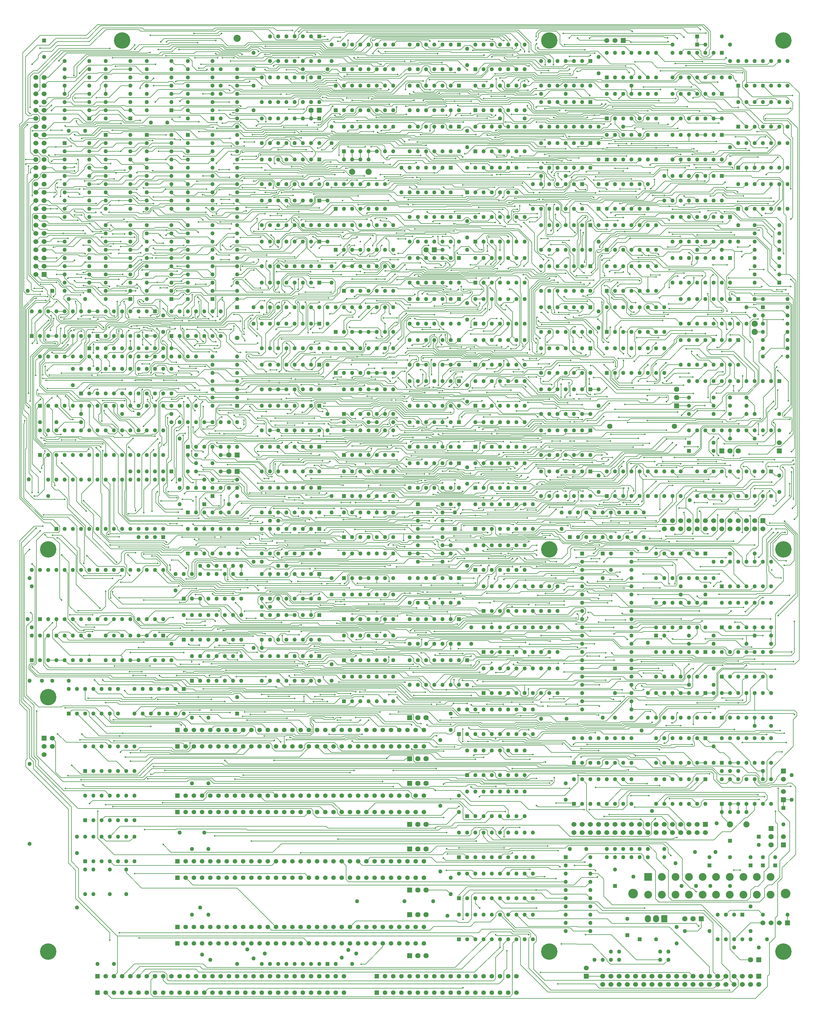
<source format=gtl>
G04*
G04  File:            MAINBOARD-V10.7.1.GTL, Tue Oct 07 09:44:13 2025*
G04  Source:          P-CAD 2006 PCB, Version 19.02.958, (D:\PCAD-2006\Projects\Pentagon-4096\Hardware\MainBoard-v10.7.1.PCB)*
G04  Format:          Gerber Format (RS-274-D), ASCII*
G04*
G04  Format Options:  Absolute Positioning*
G04                   Leading-Zero Suppression*
G04                   Scale Factor 1:1*
G04                   NO Circular Interpolation*
G04                   Inch Units*
G04                   Numeric Format: 4.4 (XXXX.XXXX)*
G04                   G54 NOT Used for Aperture Change*
G04                   Apertures Embedded*
G04*
G04  File Options:    Offset = (0.0mil,0.0mil)*
G04                   Drill Symbol Size = 80.0mil*
G04                   No Pad/Via Holes*
G04*
G04  File Contents:   Pads*
G04                   Vias*
G04                   No Designators*
G04                   No Types*
G04                   No Values*
G04                   No Drill Symbols*
G04                   Top*
G04*
%INMAINBOARD-V10.7.1.GTL*%
%ICAS*%
%MOIN*%
G04*
G04  Aperture MACROs for general use --- invoked via D-code assignment *
G04*
G04  General MACRO for flashed round with rotation and/or offset hole *
%AMROTOFFROUND*
1,1,$1,0.0000,0.0000*
1,0,$2,$3,$4*%
G04*
G04  General MACRO for flashed oval (obround) with rotation and/or offset hole *
%AMROTOFFOVAL*
21,1,$1,$2,0.0000,0.0000,$3*
1,1,$4,$5,$6*
1,1,$4,0-$5,0-$6*
1,0,$7,$8,$9*%
G04*
G04  General MACRO for flashed oval (obround) with rotation and no hole *
%AMROTOVALNOHOLE*
21,1,$1,$2,0.0000,0.0000,$3*
1,1,$4,$5,$6*
1,1,$4,0-$5,0-$6*%
G04*
G04  General MACRO for flashed rectangle with rotation and/or offset hole *
%AMROTOFFRECT*
21,1,$1,$2,0.0000,0.0000,$3*
1,0,$4,$5,$6*%
G04*
G04  General MACRO for flashed rectangle with rotation and no hole *
%AMROTRECTNOHOLE*
21,1,$1,$2,0.0000,0.0000,$3*%
G04*
G04  General MACRO for flashed rounded-rectangle *
%AMROUNDRECT*
21,1,$1,$2-$4,0.0000,0.0000,$3*
21,1,$1-$4,$2,0.0000,0.0000,$3*
1,1,$4,$5,$6*
1,1,$4,$7,$8*
1,1,$4,0-$5,0-$6*
1,1,$4,0-$7,0-$8*
1,0,$9,$10,$11*%
G04*
G04  General MACRO for flashed rounded-rectangle with rotation and no hole *
%AMROUNDRECTNOHOLE*
21,1,$1,$2-$4,0.0000,0.0000,$3*
21,1,$1-$4,$2,0.0000,0.0000,$3*
1,1,$4,$5,$6*
1,1,$4,$7,$8*
1,1,$4,0-$5,0-$6*
1,1,$4,0-$7,0-$8*%
G04*
G04  General MACRO for flashed regular polygon *
%AMREGPOLY*
5,1,$1,0.0000,0.0000,$2,$3+$4*
1,0,$5,$6,$7*%
G04*
G04  General MACRO for flashed regular polygon with no hole *
%AMREGPOLYNOHOLE*
5,1,$1,0.0000,0.0000,$2,$3+$4*%
G04*
G04  General MACRO for target *
%AMTARGET*
6,0,0,$1,$2,$3,4,$4,$5,$6*%
G04*
G04  General MACRO for mounting hole *
%AMMTHOLE*
1,1,$1,0,0*
1,0,$2,0,0*
$1=$1-$2*
$1=$1/2*
21,1,$2+$1,$3,0,0,$4*
21,1,$3,$2+$1,0,0,$4*%
G04*
G04*
G04  D10 : "Ellipse X8.0mil Y8.0mil H0.0mil 0.0deg (0.0mil,0.0mil) Draw"*
G04  Disc: OuterDia=0.0080*
%ADD10C, 0.0080*%
G04  D11 : "Ellipse X10.0mil Y10.0mil H0.0mil 0.0deg (0.0mil,0.0mil) Draw"*
G04  Disc: OuterDia=0.0100*
%ADD11C, 0.0100*%
G04  D12 : "Ellipse X15.0mil Y15.0mil H0.0mil 0.0deg (0.0mil,0.0mil) Draw"*
G04  Disc: OuterDia=0.0150*
%ADD12C, 0.0150*%
G04  D13 : "Ellipse X20.0mil Y20.0mil H0.0mil 0.0deg (0.0mil,0.0mil) Draw"*
G04  Disc: OuterDia=0.0200*
%ADD13C, 0.0200*%
G04  D14 : "Ellipse X25.0mil Y25.0mil H0.0mil 0.0deg (0.0mil,0.0mil) Draw"*
G04  Disc: OuterDia=0.0250*
%ADD14C, 0.0250*%
G04  D15 : "Ellipse X30.0mil Y30.0mil H0.0mil 0.0deg (0.0mil,0.0mil) Draw"*
G04  Disc: OuterDia=0.0300*
%ADD15C, 0.0300*%
G04  D16 : "Ellipse X40.0mil Y40.0mil H0.0mil 0.0deg (0.0mil,0.0mil) Draw"*
G04  Disc: OuterDia=0.0400*
%ADD16C, 0.0400*%
G04  D17 : "Ellipse X5.0mil Y5.0mil H0.0mil 0.0deg (0.0mil,0.0mil) Draw"*
G04  Disc: OuterDia=0.0050*
%ADD17C, 0.0050*%
G04  D18 : "Ellipse X6.0mil Y6.0mil H0.0mil 0.0deg (0.0mil,0.0mil) Draw"*
G04  Disc: OuterDia=0.0060*
%ADD18C, 0.0060*%
G04  D19 : "Ellipse X9.8mil Y9.8mil H0.0mil 0.0deg (0.0mil,0.0mil) Draw"*
G04  Disc: OuterDia=0.0098*
%ADD19C, 0.0098*%
G04  D20 : "Ellipse X110.0mil Y110.0mil H0.0mil 0.0deg (0.0mil,0.0mil) Flash"*
G04  Disc: OuterDia=0.1100*
%ADD20C, 0.1100*%
G04  D21 : "Ellipse X200.0mil Y200.0mil H0.0mil 0.0deg (0.0mil,0.0mil) Flash"*
G04  Disc: OuterDia=0.2000*
%ADD21C, 0.2000*%
G04  D22 : "Ellipse X215.0mil Y215.0mil H0.0mil 0.0deg (0.0mil,0.0mil) Flash"*
G04  Disc: OuterDia=0.2150*
%ADD22C, 0.2150*%
G04  D23 : "Ellipse X50.0mil Y50.0mil H0.0mil 0.0deg (0.0mil,0.0mil) Flash"*
G04  Disc: OuterDia=0.0500*
%ADD23C, 0.0500*%
G04  D24 : "Ellipse X56.0mil Y56.0mil H0.0mil 0.0deg (0.0mil,0.0mil) Flash"*
G04  Disc: OuterDia=0.0560*
%ADD24C, 0.0560*%
G04  D25 : "Ellipse X60.0mil Y60.0mil H0.0mil 0.0deg (0.0mil,0.0mil) Flash"*
G04  Disc: OuterDia=0.0600*
%ADD25C, 0.0600*%
G04  D26 : "Ellipse X64.0mil Y64.0mil H0.0mil 0.0deg (0.0mil,0.0mil) Flash"*
G04  Disc: OuterDia=0.0640*
%ADD26C, 0.0640*%
G04  D27 : "Ellipse X65.0mil Y65.0mil H0.0mil 0.0deg (0.0mil,0.0mil) Flash"*
G04  Disc: OuterDia=0.0650*
%ADD27C, 0.0650*%
G04  D28 : "Ellipse X71.0mil Y71.0mil H0.0mil 0.0deg (0.0mil,0.0mil) Flash"*
G04  Disc: OuterDia=0.0710*
%ADD28C, 0.0710*%
G04  D29 : "Ellipse X75.0mil Y75.0mil H0.0mil 0.0deg (0.0mil,0.0mil) Flash"*
G04  Disc: OuterDia=0.0750*
%ADD29C, 0.0750*%
G04  D30 : "Ellipse X79.0mil Y79.0mil H0.0mil 0.0deg (0.0mil,0.0mil) Flash"*
G04  Disc: OuterDia=0.0790*
%ADD30C, 0.0790*%
G04  D31 : "Ellipse X90.0mil Y90.0mil H0.0mil 0.0deg (0.0mil,0.0mil) Flash"*
G04  Disc: OuterDia=0.0900*
%ADD31C, 0.0900*%
G04  D32 : "Ellipse X95.0mil Y95.0mil H0.0mil 0.0deg (0.0mil,0.0mil) Flash"*
G04  Disc: OuterDia=0.0950*
%ADD32C, 0.0950*%
G04  D33 : "Oval X75.0mil Y87.0mil H0.0mil 0.0deg (0.0mil,0.0mil) Flash"*
G04  Obround: DimX=0.0750, DimY=0.0870, Rotation=0.0, OffsetX=0.0000, OffsetY=0.0000, HoleDia=0.0000 *
%ADD33O, 0.0750 X0.0870*%
G04  D34 : "Oval X90.0mil Y102.0mil H0.0mil 0.0deg (0.0mil,0.0mil) Flash"*
G04  Obround: DimX=0.0900, DimY=0.1020, Rotation=0.0, OffsetX=0.0000, OffsetY=0.0000, HoleDia=0.0000 *
%ADD34O, 0.0900 X0.1020*%
G04  D35 : "Rectangle X110.0mil Y110.0mil H0.0mil 0.0deg (0.0mil,0.0mil) Flash"*
G04  Square: Side=0.1100, Rotation=0.0, OffsetX=0.0000, OffsetY=0.0000, HoleDia=0.0000*
%ADD35R, 0.1100 X0.1100*%
G04  D36 : "Rectangle X50.0mil Y50.0mil H0.0mil 0.0deg (0.0mil,0.0mil) Flash"*
G04  Square: Side=0.0500, Rotation=0.0, OffsetX=0.0000, OffsetY=0.0000, HoleDia=0.0000*
%ADD36R, 0.0500 X0.0500*%
G04  D37 : "Rectangle X56.0mil Y56.0mil H0.0mil 0.0deg (0.0mil,0.0mil) Flash"*
G04  Square: Side=0.0560, Rotation=0.0, OffsetX=0.0000, OffsetY=0.0000, HoleDia=0.0000*
%ADD37R, 0.0560 X0.0560*%
G04  D38 : "Rectangle X60.0mil Y60.0mil H0.0mil 0.0deg (0.0mil,0.0mil) Flash"*
G04  Square: Side=0.0600, Rotation=0.0, OffsetX=0.0000, OffsetY=0.0000, HoleDia=0.0000*
%ADD38R, 0.0600 X0.0600*%
G04  D39 : "Rectangle X64.0mil Y64.0mil H0.0mil 0.0deg (0.0mil,0.0mil) Flash"*
G04  Square: Side=0.0640, Rotation=0.0, OffsetX=0.0000, OffsetY=0.0000, HoleDia=0.0000*
%ADD39R, 0.0640 X0.0640*%
G04  D40 : "Rectangle X65.0mil Y65.0mil H0.0mil 0.0deg (0.0mil,0.0mil) Flash"*
G04  Square: Side=0.0650, Rotation=0.0, OffsetX=0.0000, OffsetY=0.0000, HoleDia=0.0000*
%ADD40R, 0.0650 X0.0650*%
G04  D41 : "Rectangle X71.0mil Y71.0mil H0.0mil 0.0deg (0.0mil,0.0mil) Flash"*
G04  Square: Side=0.0710, Rotation=0.0, OffsetX=0.0000, OffsetY=0.0000, HoleDia=0.0000*
%ADD41R, 0.0710 X0.0710*%
G04  D42 : "Rectangle X75.0mil Y75.0mil H0.0mil 0.0deg (0.0mil,0.0mil) Flash"*
G04  Square: Side=0.0750, Rotation=0.0, OffsetX=0.0000, OffsetY=0.0000, HoleDia=0.0000*
%ADD42R, 0.0750 X0.0750*%
G04  D43 : "Rectangle X75.0mil Y87.0mil H0.0mil 0.0deg (0.0mil,0.0mil) Flash"*
G04  Rectangular: DimX=0.0750, DimY=0.0870, Rotation=0.0, OffsetX=0.0000, OffsetY=0.0000, HoleDia=0.0000 *
%ADD43R, 0.0750 X0.0870*%
G04  D44 : "Rectangle X79.0mil Y79.0mil H0.0mil 0.0deg (0.0mil,0.0mil) Flash"*
G04  Square: Side=0.0790, Rotation=0.0, OffsetX=0.0000, OffsetY=0.0000, HoleDia=0.0000*
%ADD44R, 0.0790 X0.0790*%
G04  D45 : "Rectangle X90.0mil Y102.0mil H0.0mil 0.0deg (0.0mil,0.0mil) Flash"*
G04  Rectangular: DimX=0.0900, DimY=0.1020, Rotation=0.0, OffsetX=0.0000, OffsetY=0.0000, HoleDia=0.0000 *
%ADD45R, 0.0900 X0.1020*%
G04  D46 : "Rectangle X95.0mil Y95.0mil H0.0mil 0.0deg (0.0mil,0.0mil) Flash"*
G04  Square: Side=0.0950, Rotation=0.0, OffsetX=0.0000, OffsetY=0.0000, HoleDia=0.0000*
%ADD46R, 0.0950 X0.0950*%
G04  D47 : "Ellipse X102.0mil Y102.0mil H0.0mil 0.0deg (0.0mil,0.0mil) Flash"*
G04  Disc: OuterDia=0.1020*
%ADD47C, 0.1020*%
G04  D48 : "Ellipse X118.0mil Y118.0mil H0.0mil 0.0deg (0.0mil,0.0mil) Flash"*
G04  Disc: OuterDia=0.1180*
%ADD48C, 0.1180*%
G04  D49 : "Ellipse X133.0mil Y133.0mil H0.0mil 0.0deg (0.0mil,0.0mil) Flash"*
G04  Disc: OuterDia=0.1330*
%ADD49C, 0.1330*%
G04  D50 : "Ellipse X20.0mil Y20.0mil H0.0mil 0.0deg (0.0mil,0.0mil) Flash"*
G04  Disc: OuterDia=0.0200*
%ADD50C, 0.0200*%
G04  D51 : "Ellipse X35.0mil Y35.0mil H0.0mil 0.0deg (0.0mil,0.0mil) Flash"*
G04  Disc: OuterDia=0.0350*
%ADD51C, 0.0350*%
G04  D52 : "Ellipse X55.0mil Y55.0mil H0.0mil 0.0deg (0.0mil,0.0mil) Flash"*
G04  Disc: OuterDia=0.0550*
%ADD52C, 0.0550*%
G04  D53 : "Ellipse X70.0mil Y70.0mil H0.0mil 0.0deg (0.0mil,0.0mil) Flash"*
G04  Disc: OuterDia=0.0700*
%ADD53C, 0.0700*%
G04  D54 : "Ellipse X87.0mil Y87.0mil H0.0mil 0.0deg (0.0mil,0.0mil) Flash"*
G04  Disc: OuterDia=0.0870*
%ADD54C, 0.0870*%
G04*
%FSLAX44Y44*%
%SFA1B1*%
%OFA0.0000B0.0000*%
G04*
G70*
G90*
G01*
D2*
%LNTop*%
D10*
X101440Y129960*
X101280Y129800D1*
Y129040*
X101720Y136000D2*
X100760Y136960D1*
X100560Y136680D2*
X101440Y135800D1*
X101680Y141400D2*
X101880Y141600D1*
X101760Y155480D2*
X101120Y154840D1*
X101240Y167720D2*
X101400Y167880D1*
X101160Y170920D2*
X101040Y170800D1*
X101880Y172880D2*
X101360Y173400D1*
X101400Y171440D2*
X100880Y171960D1*
X101640Y172760D2*
X101200Y173200D1*
X101040Y172520D2*
X101680Y171880D1*
X101840Y173840D2*
X101800Y173800D1*
Y173560*
X101400Y186560D2*
X101040Y186920D1*
X101600Y201280D2*
X101440Y201120D1*
X101600Y202200D2*
Y201280D1*
X101840Y201400D2*
Y201800D1*
X101320Y202480D2*
X101280Y202440D1*
X101680Y208000D2*
X100720Y207040D1*
X101560Y208320D2*
X101240Y208640D1*
X101920Y208320D2*
X101560D1*
Y208840D2*
X101800Y208600D1*
X100560Y207280D2*
X100920Y207640D1*
X102280Y130360D2*
X102800Y129840D1*
Y129200*
X102480Y129080D2*
Y129760D1*
X104500Y132500D2*
X104920Y132080D1*
X102320Y141600D2*
X102400Y141680D1*
X102585Y141600D2*
X102425Y141440D1*
X103600Y141640D2*
X104180Y141060D1*
X104560Y146560D2*
X103440Y145440D1*
X104000Y145000D2*
X103600Y144600D1*
X104560Y144680D2*
Y145640D1*
X102400Y153360D2*
X102040Y153720D1*
X103360Y158320D2*
X102320D1*
X104280Y158720D2*
X103560D1*
X103520Y157520D2*
X102585Y156585D1*
X103940Y156940D2*
X104660D1*
X103600Y157280D2*
X103940Y156940D1*
X103440Y159120D2*
X104600D1*
X102800Y162440D2*
Y164280D1*
X102040Y164400D2*
Y162440D1*
X104800Y163520D2*
Y163280D1*
X104600Y163720D2*
X104800Y163520D1*
X104880Y162720D2*
X104440Y163160D1*
X103560Y166560D2*
X104000Y167000D1*
X104800Y167400D2*
X104600Y167200D1*
X103400Y165840D2*
Y167040D1*
X103200Y165640D2*
X103400Y165840D1*
X103200Y165400D2*
Y165640D1*
X104440Y167200D2*
X103880Y167760D1*
X103400*
X103600Y167240D2*
Y167480D1*
X103400Y167040D2*
X103600Y167240D1*
X102600Y169040D2*
X103520Y168120D1*
X103160Y169080D2*
X103200Y169040D1*
X103840Y169480D2*
Y169400D1*
Y169480D2*
X103600Y169720D1*
Y168800D2*
X103520D1*
X103800Y168600D2*
X103600Y168800D1*
X103640Y169040D2*
X103800Y168880D1*
X103200Y169040D2*
X103640D1*
X103760Y169160D2*
X104880D1*
X103400Y169520D2*
X103760Y169160D1*
X103000Y173000D2*
X102600Y172600D1*
X104000Y173000D2*
X104560Y172440D1*
X102440Y173160D2*
X103080Y173800D1*
X103840Y174840D2*
X103120Y175560D1*
X102760Y174200D2*
X103000D1*
X102600Y174360D2*
X102760Y174200D1*
X103760Y174640D2*
X102960Y175440D1*
X104040Y176480D2*
X103640Y176880D1*
X102600Y174800D2*
Y174360D1*
X102720Y174920D2*
X102600Y174800D1*
X103000Y179000D2*
X102480Y178480D1*
X103560Y179120D2*
X104160Y179720D1*
X103560Y178440D2*
Y179120D1*
X103120Y178000D2*
X103560Y178440D1*
X102960Y178200D2*
X103400Y178640D1*
Y179200*
X104080Y179880*
X104600Y179400D2*
X104480Y179480D1*
X103360Y177920D2*
X103680Y178240D1*
X104600Y178000D2*
X103880Y177280D1*
X103600Y181160D2*
X103760Y181000D1*
X103600Y182120D2*
Y181160D1*
X102600Y180920D2*
Y181960D1*
X102680Y180840D2*
X102600Y180920D1*
X102680Y180600D2*
Y180840D1*
X104600Y180760D2*
X104680Y180840D1*
X104280Y182440D2*
X104600Y182760D1*
X104280Y182200D2*
Y182440D1*
X102400Y180950D2*
X102080Y180600D1*
X103720Y181000D2*
X103760D1*
X103360Y180600D2*
X103000Y180960D1*
Y181500*
X103440Y180920D2*
X103600Y180760D1*
X104600*
X103440Y182320D2*
Y180920D1*
X104840Y180600D2*
X103360D1*
X102520Y185840D2*
X103720D1*
X102400Y183120D2*
X103400Y184120D1*
X102540Y184040D2*
X102520D1*
X103000Y184500D2*
X102540Y184040D1*
X102480Y185560D2*
X103760D1*
X104000Y184500D2*
X104380D1*
X104680Y183400D2*
Y183640D1*
X104600Y183320D2*
X104680Y183400D1*
X104360Y184000D2*
X104440Y183920D1*
X103400Y184880D2*
X104200Y185680D1*
X103400Y184120D2*
Y184880D1*
X103920Y185040D2*
X103600Y184720D1*
Y184160*
X104400Y185040D2*
X103920D1*
X103880Y183960D2*
X104280Y183560D1*
X103800Y183960D2*
X103880D1*
X103600Y184160D2*
X103800Y183960D1*
X104280Y183560D2*
Y183160D1*
X104400Y187800D2*
X104920Y187280D1*
X103080Y187800D2*
X104400D1*
X102320Y187280D2*
X103320D1*
X102320Y186080D2*
X102560D1*
X103680Y186320D2*
X102320D1*
X103720Y186280D2*
X103680Y186320D1*
X103960Y186280D2*
X103720D1*
X103360Y187560D2*
X103000D1*
X103920Y187000D2*
X103360Y187560D1*
X103920Y186640D2*
Y187000D1*
X104200Y186360D2*
X103920Y186640D1*
X102200Y186920D2*
X103280D1*
X104920Y187280D2*
Y186560D1*
X104640Y186280*
X104360Y186860D2*
X104500Y187000D1*
X104360Y186240D2*
Y186860D1*
X102940Y189560D2*
X102500Y190000D1*
X102980Y190520D2*
X102500Y191000D1*
X104200Y193000D2*
X103500D1*
X104600Y193400D2*
X104200Y193000D1*
X103020Y193520D2*
X102500Y193000D1*
X103840Y193520D2*
X103020D1*
X104080Y193760D2*
X103840Y193520D1*
X102080Y194420D2*
X102500Y194000D1*
X103880Y194480D2*
X103020D1*
X104040Y194320D2*
X103880Y194480D1*
X104640Y192320D2*
X104880D1*
X104320Y197000D2*
X103500D1*
X102280Y196440D2*
X102080Y196240D1*
X103020Y195480D2*
X102500Y196000D1*
X103840Y195480D2*
X103020D1*
X104120Y195200D2*
X103840Y195480D1*
X102500Y197000D2*
X102980Y197480D1*
X103920*
X104000Y197400*
X103500Y199000D2*
X104840D1*
X103040Y200880D2*
X102640Y200480D1*
X102360*
X102080Y200200*
Y198600*
X104880Y199320D2*
Y199920D1*
X102980Y199480D2*
X102500Y199000D1*
X104040Y199480D2*
X102980D1*
X104400Y202760D2*
X104640Y203000D1*
X104520Y202000D2*
X103500D1*
X104920Y201600D2*
X104520Y202000D1*
X103320Y201440D2*
X103040Y201160D1*
X102040Y202000D2*
X102500D1*
X104020Y202780D2*
Y203180D1*
X102760Y203480D2*
X103000Y203240D1*
Y202800*
X102680Y202480*
X102240Y203480D2*
X102760D1*
X104020Y203180D2*
X103780Y203420D1*
X103260*
X104280Y203320D2*
X104080Y203520D1*
X104320Y202480D2*
X104020Y202780D1*
X102980Y205520D2*
X102500Y206000D1*
X103920Y205520D2*
X102980D1*
X104040Y205640D2*
X103920Y205520D1*
X102080Y206480D2*
X103760D1*
X102720Y208480D2*
X102080D1*
X102960Y208240D2*
X102720Y208480D1*
Y207520D2*
X102960Y207760D1*
Y208240*
X103000Y209480D2*
X103760D1*
Y208960D2*
X103500Y209000D1*
X104880Y209440D2*
X104400Y208960D1*
Y209600D2*
X103760Y208960D1*
X102500Y209000D2*
X102640D1*
X103120Y208520*
X103000Y211500D2*
X102500Y211000D1*
X104000Y212500D2*
X103500Y212000D1*
X102040Y214600D2*
X102800Y215360D1*
Y215680*
X102680Y213840D2*
X102200D1*
X102840Y213540D2*
X102260D1*
X103280Y216160D2*
X104440D1*
X102680Y216920D2*
X104120D1*
X104280Y216560D2*
X103000D1*
X106440Y127880D2*
X106400Y127920D1*
X105600Y136280D2*
X105760Y136440D1*
X106920Y135920D2*
X106500Y135500D1*
X106000Y142000D2*
X106480Y141520D1*
X106560Y145440D2*
X107000Y145000D1*
X105440Y145440D2*
X106560D1*
Y144440D2*
X106000Y145000D1*
X105400Y149560D2*
X105640Y149320D1*
X107440Y147760D2*
X106560Y148640D1*
Y153920D2*
X105640Y154840D1*
X107880Y155560D2*
Y153880D1*
X107520Y155920D2*
X107880Y155560D1*
X105400Y157720D2*
X105200Y157520D1*
X105400Y158320D2*
Y157720D1*
X105120Y156880D2*
X105280D1*
X106360Y160560D2*
Y161680D1*
X106500Y162060D2*
Y164300D1*
X105640Y168840D2*
X107360D1*
X107680Y169080D2*
X107840Y168920D1*
X105400Y169080D2*
X107680D1*
X105200Y168880D2*
X105400Y169080D1*
X106560Y172920D2*
X106640Y172840D1*
X106560Y173760D2*
Y172920D1*
X106880Y171560D2*
X105560Y172880D1*
X106680Y171320D2*
X107000D1*
X106640Y172840D2*
Y172520D1*
X105560Y172880D2*
Y173760D1*
X106440Y179000D2*
X106000D1*
X106200Y179840D2*
X106280D1*
X106080Y179720D2*
X106200Y179840D1*
X105480Y180560D2*
Y182040D1*
X105120Y180200D2*
X105480Y180560D1*
X107560Y180880D2*
Y181800D1*
X107000Y180560D2*
Y181500D1*
X106000Y182480D2*
Y181500D1*
X106400Y181280D2*
X105720Y180600D1*
X105040Y180840D2*
X105200Y180680D1*
Y180520*
X105040Y180360*
X106560Y181920D2*
X106800Y182160D1*
X106400Y182120D2*
Y181280D1*
X106840Y182560D2*
X106400Y182120D1*
X107560Y181800D2*
X107840Y182080D1*
X106320Y182800D2*
X106000Y182480D1*
X107160Y182200D2*
X107320Y182360D1*
X105480Y182040D2*
X105560Y182120D1*
Y182440*
X106400Y180400D2*
Y180440D1*
X106560Y181000D2*
Y181920D1*
X105600Y180040D2*
X106560Y181000D1*
Y184200D2*
Y185360D1*
X106160Y183800D2*
X106560Y184200D1*
X107360Y185680D2*
Y185440D1*
X106400Y184320D2*
Y184640D1*
X105560Y183760D2*
X105600Y183800D1*
X106160*
X105240Y183640D2*
Y183880D1*
X105440Y184080*
X105560Y183320D2*
X105240Y183640D1*
X105440Y184080D2*
X106160D1*
X106400Y184320*
X107480Y185320D2*
Y184360D1*
X106680Y183560*
X107360Y185440D2*
X107480Y185320D1*
X106680Y183560D2*
X105960D1*
X105920Y186280D2*
X106120Y186480D1*
X105560Y188120D2*
X105200Y188480D1*
X105560Y187880D2*
Y188120D1*
X105880Y187560D2*
X105560Y187880D1*
X106720Y187560D2*
X105880D1*
X107280Y187000D2*
X106720Y187560D1*
X105360Y188080D2*
X105160Y188280D1*
X105360Y187800D2*
Y188080D1*
X105760Y187400D2*
X105360Y187800D1*
X106200Y187400D2*
X105760D1*
X106840Y186760D2*
X106200Y187400D1*
X107440Y188000D2*
X107200Y188240D1*
X106520Y188640D2*
X106400Y188520D1*
X106720Y187840D2*
X106960D1*
X107400Y187400*
X106000Y188560D2*
X106720Y187840D1*
X107760Y189040D2*
X107520D1*
X107680Y191400D2*
X105840D1*
X107840Y191240D2*
X107680Y191400D1*
X105800Y190520D2*
X105280Y190000D1*
X107200Y190720D2*
X107000Y190520D1*
X105800*
X105200Y193000D2*
X106000D1*
X106440Y192560D2*
X107440Y193560D1*
X105760Y195600D2*
X105360Y196000D1*
X107600Y195600D2*
X105760D1*
X106400Y197400D2*
X106000Y197000D1*
X107040Y196000D2*
X106600Y196440D1*
X107560Y196000D2*
X107040D1*
X105040Y197400D2*
X105840Y196600D1*
X106640*
X107360Y196560D2*
X107200Y196720D1*
X106640Y196600D2*
X107000Y196960D1*
X105760Y199400D2*
X105560Y199200D1*
X107840Y199400D2*
X105760D1*
X106625Y200625D2*
X106000Y200000D1*
X105080Y198800D2*
Y199120D1*
X107120Y199600D2*
X107200Y199680D1*
X105120Y199600D2*
X107120D1*
X107600Y199000D2*
X107840Y198760D1*
X107600Y199000D2*
X106000D1*
X105560Y198520D2*
X105520Y198480D1*
X105560Y199200D2*
Y198520D1*
X106560Y198400D2*
X106480Y198480D1*
X105560Y200520D2*
X105080D1*
X105440Y203400D2*
X105360Y203320D1*
X107600Y203000D2*
X107680Y202920D1*
X107120Y202000D2*
X107200Y202080D1*
X107120Y202000D2*
X106000D1*
X107680Y201640D2*
X107360Y201320D1*
X107680Y202920D2*
Y201640D1*
X107360Y201320D2*
X106800D1*
X106680Y201440*
X106560Y204640D2*
X106800D1*
X106440Y204520D2*
X106560Y204640D1*
X106880Y205000D2*
X106240Y205640D1*
X107080Y205000D2*
X106880D1*
X107520Y204560D2*
X107080Y205000D1*
X107200Y206040D2*
X107360Y205880D1*
X107000Y206360D2*
X106640Y206000D1*
X107560Y206360D2*
X107000D1*
X107880Y206040D2*
X107560Y206360D1*
X106720Y205560D2*
X107040Y205240D1*
X106640Y207480D2*
X107160Y208000D1*
X107680*
X107440Y207680D2*
Y207520D1*
X107760Y207200*
X106000Y211000D2*
Y212000D1*
X106980Y210280D2*
Y210640D1*
X107320Y210980*
Y211000*
X106740Y210620D2*
X106520Y210400D1*
X106740Y210820D2*
Y210620D1*
X106480Y210800D2*
X106240Y210560D1*
X106480Y211160D2*
Y210800D1*
X107160Y214320D2*
Y213240D1*
X107500Y214260D2*
Y213180D1*
X109400Y124880D2*
X109040Y124520D1*
X108480Y126600D2*
X108240Y126840D1*
X108600Y132520D2*
X108120Y133000D1*
X108500Y137240D2*
X108650Y137090D1*
X110500Y135500D2*
X109800Y136200D1*
X109000Y135640D2*
X108720Y135920D1*
X109000Y135200D2*
Y135640D1*
X110840Y139400D2*
X110640Y139600D1*
X110200Y139000D2*
X109640Y139600D1*
X108480Y145760D2*
X108360Y145640D1*
X109520Y145760D2*
X108480D1*
X109640Y145640D2*
X109520Y145760D1*
X109400Y145480D2*
X108640D1*
X108560Y145400*
X108520Y152920D2*
X108880Y152560D1*
X110000Y153440D2*
X108720Y154720D1*
X108360Y154040D2*
X108400Y154080D1*
X108360Y153800D2*
Y154040D1*
X109400Y156880D2*
Y158160D1*
X108560Y157240D2*
Y158360D1*
X108320Y161440D2*
X110400Y159360D1*
X109560Y159720D2*
X108080Y161200D1*
X110400Y162400D2*
X110560Y162240D1*
X108080Y162280D2*
X109480Y163680D1*
X110640Y167160D2*
X110600Y167120D1*
X109840Y167880D2*
X110400Y167320D1*
X108640Y167400D2*
X108960Y167720D1*
X110640Y167520D2*
Y167160D1*
X109440Y170000D2*
X110160Y169280D1*
X109440Y170240D2*
Y170000D1*
X109000Y170680D2*
X109440Y170240D1*
X108440Y171160D2*
X108040Y171560D1*
X109560Y173000D2*
X109040Y173520D1*
X109560Y171520D2*
Y173000D1*
X110560Y173120D2*
X110840Y173400D1*
X110560Y171120D2*
Y173120D1*
X110800Y172160D2*
Y172400D1*
X110160Y171160D2*
Y171880D1*
X110400Y172120*
Y173160*
X109880Y173680*
X109760Y175000D2*
X110000D1*
X109560Y174800D2*
X109760Y175000D1*
X109560Y174660D2*
Y174800D1*
X109400Y174500D2*
X109560Y174660D1*
X109000Y174500D2*
X109400D1*
X109360Y175440D2*
X109000Y175080D1*
Y179000D2*
X109520Y178480D1*
Y177840*
X110000Y179000D2*
X110480Y178520D1*
Y177360*
X108400Y181240D2*
X108040Y180880D1*
Y180600*
X109000Y180840D2*
X108600Y180440D1*
X109000Y181500D2*
Y180840D1*
X108600Y182000D2*
X108880Y182280D1*
X108600Y180800D2*
Y182000D1*
X108880Y182280D2*
X109560D1*
X108400Y180600D2*
X108600Y180800D1*
X108160Y182360D2*
X108400Y182120D1*
Y181240*
X110720Y181920D2*
X109400D1*
X110840Y182280D2*
X110600D1*
X110080Y182800*
X109560Y180480D2*
Y180440D1*
X109520Y180400*
X109000Y180320D2*
X109440Y180760D1*
X109720D2*
X109800Y180680D1*
X109440Y180760D2*
X109720D1*
X109960Y180960D2*
X110040Y180880D1*
X110000Y181500D2*
Y181440D1*
X110360Y181080*
X110000Y184500D2*
X109000D1*
X108200Y184040D2*
X108040Y183880D1*
X110080Y183160D2*
X110200Y183280D1*
X110800Y183800D2*
X109560D1*
X110080Y183560D2*
X109840Y183320D1*
X110320Y188000D2*
X110720Y187600D1*
X109000Y188000D2*
X110320D1*
X109400Y187400D2*
X110360Y186440D1*
X108560Y187640D2*
X108320D1*
X108640Y187560D2*
X108560Y187640D1*
X109680Y187560D2*
X108640D1*
X109880Y187360D2*
X109680Y187560D1*
X109880Y187320D2*
Y187360D1*
X110600Y186600D2*
X109880Y187320D1*
X108560Y188480D2*
X109160D1*
X109240Y188400*
X108680Y189400D2*
X108520Y189240D1*
X108280*
X108040Y190000D2*
X108520Y190480D1*
Y191480D2*
X108400Y191600D1*
X109680Y191480D2*
X108880D1*
X109760Y191400D2*
X109680Y191480D1*
X108880D2*
X108640Y191240D1*
X109880Y193560D2*
X110840Y192600D1*
X109080Y192560D2*
X108280D1*
X110600Y194480D2*
X110705Y194375D1*
X109800Y194480D2*
X110600D1*
X109240Y193400D2*
X110200Y192440D1*
X108080Y193400D2*
X109240D1*
X110400Y194200D2*
X110440Y194240D1*
X109400Y194200D2*
X110400D1*
X110700Y194640D2*
X110440D1*
X110780Y194560D2*
X110700Y194640D1*
X109800Y194000D2*
X109560Y193760D1*
X110760Y196240D2*
X110440Y196560D1*
X109600Y197640D2*
X109840D1*
X109560Y197600D2*
X109600Y197640D1*
X109000Y197000D2*
X110280D1*
X109640Y195440D2*
X108120D1*
X110280Y197000D2*
X110800Y197520D1*
X108420Y196340D2*
X108200Y196560D1*
X108420Y196020D2*
Y196340D1*
X108840Y195600D2*
X108420Y196020D1*
X108680Y196480D2*
X109720D1*
X109800Y196560*
X108200Y196960D2*
X108680Y196480D1*
X108440Y200400D2*
X109760D1*
X108640Y199680D2*
X108720Y199600D1*
X108360Y198480D2*
X108280Y198400D1*
X109760Y200400D2*
X109920Y200560D1*
X110120Y200000D2*
X109000D1*
X110320D2*
X110720Y200400D1*
X110120Y200000D2*
X110320D1*
X109400Y201600D2*
X109000Y202000D1*
X109240Y202440D2*
X108800D1*
X109680Y202000D2*
X109240Y202440D1*
X110560Y202480D2*
X109640Y203400D1*
X110200Y203560D2*
X110280Y203480D1*
X108400Y202040D2*
Y201800D1*
X108800Y202440D2*
X108400Y202040D1*
X109960Y204400D2*
X108440D1*
X110560Y205000D2*
X109960Y204400D1*
X110280Y205400D2*
X109440Y204560D1*
X108320Y205240D2*
X108500Y205420D1*
X109860*
X110000Y205560*
X108080D2*
X108160Y205640D1*
X109760D2*
X110560Y206440D1*
X108160Y205640D2*
X109760D1*
X109560Y205880D2*
X110480Y206800D1*
X109000Y208000D2*
X109400Y208400D1*
X109840Y209440D2*
X109960Y209560D1*
X109680Y207200D2*
X109880Y207400D1*
X108280D2*
X109520D1*
X109680Y207560*
X109800Y209000D2*
X110200Y209400D1*
X109000Y209000D2*
X109800D1*
X109400Y208400D2*
X109760D1*
X110360Y209000*
X109360Y207560D2*
X110280Y208480D1*
X108600Y207560D2*
X109360D1*
X110340Y212060D2*
Y211620D1*
X110760Y212480D2*
X110340Y212060D1*
Y211620D2*
X109200Y210480D1*
X109800Y212480D2*
X108400D1*
X109000Y214000D2*
X108760D1*
X110120Y213560D2*
X110060Y213500D1*
X108820*
X108980Y217340D2*
X108960Y217360D1*
X112000Y103500D2*
X112440Y103940D1*
Y108400D2*
Y108360D1*
X113500Y116500D2*
Y116120D1*
X111540Y117500D2*
X111500D1*
X112760Y121760D2*
X111500Y120500D1*
X112320Y129680D2*
X111320D1*
X113068Y131040D2*
X113056Y131027D1*
X112800Y130800*
X111760Y134480D2*
X111500Y134740D1*
X113080Y133080D2*
X111120D1*
X113320Y137440D2*
X112880Y137880D1*
X113040Y137200D2*
X112880Y137360D1*
X112670Y137090D2*
X112800Y136960D1*
X112640Y136640D2*
X112440Y136840D1*
X111320Y136440D2*
X112000Y135760D1*
Y135320*
X111600Y140160D2*
X111860Y139900D1*
X111600Y139680D2*
X111320Y139960D1*
X113000Y142440D2*
Y142000D1*
X112840Y142600D2*
X113000Y142440D1*
X113520Y143280D2*
X112840Y142600D1*
X112560Y145440D2*
X113000Y145000D1*
X111440Y145440D2*
X112560D1*
Y148320D2*
X111360Y149520D1*
X112120Y150920D2*
X111600Y150400D1*
X112920Y151840D2*
X113400Y152320D1*
X111360Y150520D2*
X112680Y151840D1*
X112920*
X113400Y153240D2*
X113200Y153440D1*
X112920Y154080D2*
X112520Y153680D1*
X112120*
X113280Y155360D2*
X112920Y155000D1*
Y154080*
X113480Y155080D2*
X113320Y154920D1*
Y153800*
X113580Y153540*
X112440Y157960D2*
X112840Y157560D1*
X112440Y158240D2*
Y157960D1*
X112000Y158680D2*
X112440Y158240D1*
X111080Y157200D2*
X111240Y157040D1*
X112640*
X111560Y157400D2*
X111480Y157320D1*
X111320*
X111400Y157760D2*
X111080Y157440D1*
Y157200*
X113520Y161480D2*
X113560Y161520D1*
X113520Y159760D2*
Y161480D1*
X113720Y159560D2*
X113520Y159760D1*
X113400Y162680D2*
X113360Y162640D1*
X112000Y170000D2*
X111440Y170560D1*
X113000Y170000D2*
X113400D1*
X112400Y170160D2*
X111800Y170760D1*
X111920Y169280D2*
X112080Y169120D1*
X113880*
X112560Y169840D2*
Y170400D1*
X113040Y169360D2*
X112560Y169840D1*
X112400Y169800D2*
Y170160D1*
X111440Y169560D2*
X112160D1*
X112400Y169800*
X112440Y172000D2*
X112840Y171600D1*
X112440Y173120D2*
Y172000D1*
X112160Y173400D2*
X112440Y173120D1*
X113560Y173720D2*
X113400Y173880D1*
X113560Y172880D2*
Y173720D1*
X111560Y172440D2*
Y172360D1*
X112760Y171160*
X112000Y173000D2*
Y172160D1*
X112800Y171360*
X113880*
X112760Y171160D2*
X113520D1*
X112540Y175040D2*
X113400D1*
X112000Y174500D2*
X112540Y175040D1*
X113140Y174500D2*
X113000D1*
X113560Y179160D2*
Y177440D1*
X113160Y177040*
X111940Y179500D2*
X111960Y179480D1*
X113520Y179880D2*
X113120Y179480D1*
X111960*
X111480*
Y177840D2*
Y178360D1*
X113040Y181540D2*
X113000Y181500D1*
X111160Y182640D2*
Y182360D1*
X112400Y181800D2*
X112320Y181880D1*
X112400Y181240D2*
Y181800D1*
X113560Y182920D2*
X111440D1*
X111160Y182640*
X111600Y182720D2*
X113680D1*
X111400Y182520D2*
X111600Y182720D1*
X111540Y181940D2*
X112160Y182560D1*
X113800*
X112320Y182240D2*
X112440Y182360D1*
X112880*
X113040Y182200*
X112320Y181880D2*
Y182240D1*
X113040Y182200D2*
Y181540D1*
X112600Y181120D2*
Y182120D1*
X111440Y180440D2*
X111920D1*
X112600Y181120*
X111840Y180680D2*
X112400Y181240D1*
X112000Y181320D2*
Y181500D1*
X111560Y180880D2*
X112000Y181320D1*
X111540Y181340D2*
Y181940D1*
X111280Y181080D2*
X111540Y181340D1*
X113800Y182160D2*
X113520Y181880D1*
X113600Y184200D2*
Y184760D1*
X113800Y184000D2*
X113600Y184200D1*
X113800Y183760D2*
Y184000D1*
X113240Y185440D2*
Y185680D1*
X113400Y185280D2*
X113240Y185440D1*
X113400Y183840D2*
Y185280D1*
X112800Y185600D2*
Y185320D1*
X112560Y185080*
X113720Y183520D2*
X113400Y183840D1*
X112400Y185680D2*
Y183920D1*
X112160Y183680*
X111400*
X111040Y184040*
X111840Y183920D2*
X112040D1*
X113000Y183840D2*
Y184500D1*
X112440Y183280D2*
X113000Y183840D1*
X112560Y183720D2*
X112320Y183480D1*
X112560Y185080D2*
Y183720D1*
X112320Y183480D2*
X111120D1*
X111500Y184260D2*
X111840Y183920D1*
X111500Y184700D2*
Y184260D1*
X113520Y183320D2*
X113320Y183120D1*
X111320*
X113520Y188760D2*
X113680Y188600D1*
X111480Y188760D2*
X113520D1*
X111320Y188600D2*
X111480Y188760D1*
X112640Y187600D2*
X112400D1*
X112720Y187520D2*
X112640Y187600D1*
X113400Y187520D2*
X112720D1*
X113440Y187560D2*
X113400Y187520D1*
X113000Y187760D2*
X113640Y188400D1*
X113600Y187400D2*
X113520Y187320D1*
X111840D2*
X111720Y187200D1*
X111400*
X113520Y187320D2*
X111840D1*
X111400Y187200D2*
X111200Y187400D1*
X111400Y187600D2*
X111480Y187520D1*
X111640Y191000D2*
X111240Y191400D1*
X111880Y193920D2*
X113320D1*
X111275Y194375D2*
X111400Y194250D1*
X111520Y194520D2*
X111480Y194560D1*
X111400Y194250D2*
X111690D1*
X111880Y194440*
X111320Y192600D2*
X111440Y192720D1*
X113520D2*
X113680Y192560D1*
X111440Y192720D2*
X111960D1*
X113520*
X113120Y195640D2*
X113080Y195600D1*
X113600Y195400D2*
X111400D1*
X113240Y195720D2*
X113120Y195640D1*
X113280Y197520D2*
X113200Y197440D1*
X111520*
X111280Y198400D2*
X111200Y198480D1*
X111320Y200560D2*
X111400Y200640D1*
X112040*
X113520Y200480D2*
X113040Y200000D1*
X112120Y201680D2*
X112040Y201600D1*
X112360Y203000D2*
X112960Y202400D1*
X113360Y201680D2*
X112120D1*
X112280Y201440D2*
X113720D1*
X112280Y201360D2*
Y201440D1*
X112880Y206160D2*
X113120Y206400D1*
X111560Y206160D2*
X112880D1*
X111280Y206440D2*
X111560Y206160D1*
X113760Y206800D2*
X113840Y206720D1*
X112360Y205000D2*
X111840Y204480D1*
X113520Y208000D2*
X112520Y209000D1*
X112880Y209400D2*
X113280Y209000D1*
X113360Y209560D2*
X113440Y209480D1*
X111560Y207720D2*
X113040D1*
X113320Y207440*
X111400Y207560D2*
X111560Y207720D1*
X112600Y208480D2*
X113480Y207600D1*
X111400Y210520D2*
X112880Y212000D1*
X112440Y214360D2*
X112480Y214400D1*
X112200Y214360D2*
X112440D1*
X111840Y214000D2*
X111400Y213560D1*
X111840Y213480D2*
X111760Y213400D1*
X111920Y214600D2*
X111820Y214500D1*
X116800Y101000D2*
X116520Y101280D1*
X115860Y104360D2*
X115000Y103500D1*
X116540Y104040D2*
X116000Y103500D1*
X116760Y128080D2*
X116520D1*
X116080Y127840D2*
X115680Y127440D1*
X115520Y127680D2*
X116640Y128800D1*
X115920Y129680D2*
X116440Y130200D1*
X116200Y130480D2*
X115920Y130200D1*
X115160Y131360D2*
X114840Y131040D1*
X115920Y135080D2*
X115500Y135500D1*
X114500D2*
X115320Y136320D1*
X116880Y139240D2*
X116720Y139400D1*
X114360Y140120D2*
X115880D1*
X116440Y142440D2*
X116000Y142000D1*
Y145000D2*
X115000D1*
X116000D2*
X116640Y145640D1*
X114400Y146800D2*
X115320Y145880D1*
X115240Y146200D2*
X114560Y146880D1*
X114120Y147440D2*
X114400Y147160D1*
X114560Y147240D2*
X114040Y147760D1*
X115560Y152840D2*
X114200Y151480D1*
X115480Y155160D2*
X115360Y155040D1*
Y154720*
X115740Y154340*
X115800Y153480D2*
X115560Y153240D1*
X114600Y159840D2*
X115400Y160640D1*
X114640Y160480D2*
X114560Y160560D1*
X114640Y160240D2*
Y160480D1*
X115640Y162760D2*
X116440Y163560D1*
Y167240D2*
X116840Y167640D1*
X115600Y169600D2*
X116000Y170000D1*
X116600Y169440D2*
X116680Y169520D1*
X115000Y170240D2*
Y170000D1*
X114760Y169600D2*
X115600D1*
X114480Y170200D2*
Y169880D1*
X114760Y169600*
X115200Y171600D2*
X116400Y172800D1*
X114400Y172320D2*
X114120D1*
X115000Y173000D2*
X115400Y173400D1*
X116400Y172800D2*
Y173280D1*
X116120Y173560*
Y173760*
X115520Y173175D2*
Y172840D1*
X115599Y173254D2*
X115520Y173175D1*
Y172840D2*
X115240Y172560D1*
X114440*
X116560Y176080D2*
X114600D1*
X114760Y176240D2*
X114680Y176320D1*
X114880Y176400D2*
X114800Y176480D1*
X116640Y176720D2*
X115520D1*
X116360Y176240D2*
X114760D1*
X116200Y176400D2*
X114880D1*
X115320Y176880D2*
X115000D1*
X116420Y176300D2*
X116360Y176240D1*
X116260Y176460D2*
X116200Y176400D1*
X116440Y174060D2*
X116000Y174500D1*
X116232Y174927D2*
X116480Y174680D1*
Y174360*
X116720Y174120*
X115400Y174920D2*
X115480Y175000D1*
X115599Y174719D2*
X115800Y174920D1*
X115807Y174927*
X115800Y174920D2*
X116225D1*
X116232Y174927*
X114860Y176660D2*
X114600Y176920D1*
X115460Y176660D2*
X114860D1*
X115520Y176720D2*
X115460Y176660D1*
X116680Y175160D2*
X116600Y175240D1*
X115000*
X114520Y174760*
X114480Y179800D2*
X114240Y179560D1*
X116440Y179000D2*
X116000D1*
X116840Y179400D2*
X116440Y179000D1*
X116360Y179560D2*
X116320Y179520D1*
X114840D2*
X114480Y179160D1*
X116320Y179520D2*
X114840D1*
X115000Y178520D2*
X116520D1*
X114480Y178800D2*
X114400Y178720D1*
X114480Y179160D2*
Y178800D1*
X114400Y178720D2*
Y177360D1*
X114600Y178120D2*
X115000Y178520D1*
X115440Y178080D2*
X116360D1*
X116920Y178320D2*
X116400Y177800D1*
Y177320*
X116580Y177700D2*
Y177060D1*
X115520Y180440D2*
Y181080D1*
X114920Y182760D2*
X116280D1*
X116400Y182640*
X114800Y182720D2*
X114920Y182760D1*
X114200Y182720D2*
X114120Y182640D1*
X114800Y182720D2*
X114200D1*
X116040Y182520D2*
X115640D1*
X116200Y182360D2*
X116040Y182520D1*
X116720Y182360D2*
X116200D1*
X115960Y182120D2*
X115840Y182240D1*
X116600Y182120D2*
X115960D1*
X115520Y181960D2*
Y181400D1*
X114640Y181960D2*
X114480Y181800D1*
X115840Y182240D2*
X115400D1*
X115120Y181960*
X114640*
X116480Y180440D2*
X116520D1*
X115520Y181400D2*
X116480Y180440D1*
X116540Y184960D2*
X114460D1*
X115360Y185440D2*
X115120Y185680D1*
X116640Y185440D2*
X115360D1*
Y185920D2*
X115600Y185680D1*
X115040Y185920D2*
X115360D1*
X114880Y185760D2*
X115040Y185920D1*
X114880Y185560D2*
Y185760D1*
X115200Y185240D2*
X114880Y185560D1*
X116840Y183200D2*
X116720Y183320D1*
Y183040D2*
X116600Y183160D1*
Y184080D2*
X116480Y183960D1*
X115160Y183720D2*
X115120Y183760D1*
X114800Y187800D2*
X114560Y187560D1*
X114800Y187800D2*
X115280Y187320D1*
X114640D2*
X114560Y187400D1*
X114880Y187320D2*
X114640D1*
X116000Y187000D2*
X116680Y187680D1*
X114240Y188600D2*
X114480Y188840D1*
X115540Y188540D2*
X115400Y188400D1*
X116820Y188540D2*
X115540D1*
X115280Y187080D2*
X115760Y186600D1*
X115280Y187320D2*
Y187080D1*
X115400Y188400D2*
X114520D1*
X115000Y188880*
X115040Y191640D2*
X115280D1*
X114960Y191560D2*
X115040Y191640D1*
X116000Y191000D2*
X116680D1*
X114200Y190480D2*
X114920Y191200D1*
X114360Y190000D2*
X115120Y190760D1*
X115360*
X115240Y190400D2*
X114240Y189400D1*
X115520Y189560D2*
X115440Y189520D1*
X114920Y191200D2*
X115520D1*
X115800Y191480*
X116600D2*
X116760Y191320D1*
X115800Y191480D2*
X116600D1*
X115320Y190400D2*
X115240D1*
X115480Y190560D2*
X115320Y190400D1*
X114480Y189240D2*
X115640Y190400D1*
X115000Y189480D2*
X115520Y190000D1*
X116000*
X115560Y193440D2*
X116000Y193000D1*
X115560Y194120D2*
Y193440D1*
X115840Y194400D2*
X115560Y194120D1*
X114360Y194440D2*
X115000Y193800D1*
X114800Y193680D2*
X114480Y194000D1*
X115000Y193800D2*
Y193040D1*
X114360Y192400*
X114800Y193160D2*
Y193680D1*
X114200Y192560D2*
X114800Y193160D1*
X114440Y196000D2*
X114760Y195680D1*
X115000Y195920D2*
X114680Y196240D1*
X115120Y196400D2*
X114960Y196560D1*
X116240Y196400D2*
X115120D1*
X116560Y196720D2*
X116240Y196400D1*
X116560Y196840D2*
Y196720D1*
X116720Y197000D2*
X116560Y196840D1*
Y197640D2*
X116520Y197600D1*
X116800Y197640D2*
X116560D1*
X115840Y196640D2*
X115600D1*
X115880Y196600D2*
X115840Y196640D1*
X116200Y196600D2*
X115880D1*
X116400Y196800D2*
X116200Y196600D1*
X116400Y196920D2*
Y196800D1*
X116680Y197200D2*
X116400Y196920D1*
X114720Y197400D2*
X114600Y197520D1*
X116520Y197600D2*
X115040D1*
X115200Y198520D2*
X116280D1*
X114720Y199000D2*
X115200Y198520D1*
X115160Y200560D2*
X116640D1*
X114600Y200000D2*
X115160Y200560D1*
X114760Y199400D2*
X114800Y199360D1*
Y198280D2*
X114520Y198560D1*
X114960Y199600D2*
X115760Y200400D1*
X116720Y201640D2*
X116800Y201560D1*
X115600Y202400D2*
X116000Y202000D1*
X114880Y201480D2*
X114800Y201400D1*
X116440D2*
X116360Y201480D1*
X114880*
X116240Y205320D2*
X116160Y205400D1*
X116560Y204400D2*
X115520D1*
X116760Y204600D2*
X116560Y204400D1*
X115000Y205000D2*
X116000D1*
X114440Y204440D2*
X115000Y205000D1*
X116200Y204560D2*
X116640Y205000D1*
X115200Y204560D2*
X116200D1*
X116720Y205320D2*
X116240D1*
X115680Y207160D2*
X115760Y207080D1*
X115520Y207440D2*
X116240Y208160D1*
X114600Y207760D2*
X115200D1*
X114440Y207600D2*
X114600Y207760D1*
X115720Y212400D2*
X115200Y211880D1*
Y211680*
X116840Y212880D2*
X116520Y212560D1*
X115280*
X115200Y212480*
X114600Y214400D2*
X115440Y213560D1*
X115120Y213400D2*
X115040Y213480D1*
X116400Y216040D2*
X116160D1*
X115040Y218840D2*
X115240Y218640D1*
X114560Y216960D2*
Y216880D1*
X115640Y216720D2*
X115620Y216740D1*
X115000Y216120*
X115120Y217000D2*
X114560Y216440D1*
X118480Y103680D2*
X118120Y104040D1*
X118480Y103120D2*
Y103680D1*
X118000Y103500D2*
Y102980D1*
X118680Y102920D2*
X118480Y103120D1*
X118000Y102980D2*
X118430Y102550D1*
X118960Y118600D2*
X118000Y119560D1*
X119520Y121360D2*
X119600Y121440D1*
X118920Y130640D2*
X118840Y130720D1*
X119160Y130840D2*
X119040Y130960D1*
X119360Y131040D2*
X119040Y131360D1*
X119600Y136480D2*
X119440Y136640D1*
X119500Y138500D2*
X119000Y139000D1*
X117500Y138500D2*
X118500D1*
X117060Y139900D2*
X117320Y139640D1*
X117800Y139880D2*
X117560Y140120D1*
X119640Y142040D2*
X119240Y142440D1*
X119440Y141520D2*
X119720Y141240D1*
X118600Y146360D2*
X118680Y146440D1*
X117440Y146560D2*
X118120D1*
X119440Y145080D2*
X118960Y144600D1*
X119920Y144920D2*
X119440Y144440D1*
X118480Y144840D2*
X118880Y145240D1*
X118760Y147200D2*
X119200D1*
X119760Y150920D2*
X119920Y151040D1*
X118560Y152880D2*
X119400Y152040D1*
X118400Y152800D2*
X119400Y151800D1*
X119000Y151600D2*
X118000Y152600D1*
X119940Y151380D2*
X118620D1*
X119800Y154200D2*
X119040D1*
X118800Y153600D2*
X118880Y153520D1*
X117240Y154920D2*
X118560Y153600D1*
X117160Y154680D2*
X118400Y153440D1*
X117640Y153920D2*
Y153640D1*
X117220Y154340D2*
X117640Y153920D1*
Y153640D2*
X117480Y153480D1*
X119840Y154800D2*
X117760D1*
X117400Y155160*
X117920Y155080D2*
X117640Y155360D1*
X118040Y155320D2*
X117800Y155560D1*
X119800Y155520D2*
X118200D1*
X117920Y155800*
X118640Y155760D2*
X118280D1*
X118360Y158600D2*
X118560Y158400D1*
X119680Y158640D2*
X118840D1*
X118240Y156520D2*
X118400Y156360D1*
X118080Y156280D2*
X118280Y156080D1*
X118600D2*
X119760Y157240D1*
X118280Y156080D2*
X118600D1*
X118760Y161800D2*
X119680D1*
X119920Y161880D2*
Y161720D1*
X119600Y161400*
X117760*
X119840Y160040D2*
X118280D1*
X117120Y161200*
X117400D2*
Y161920D1*
X118200Y160400D2*
X117400Y161200D1*
X118040Y163240D2*
Y162520D1*
X118400Y163600D2*
X118040Y163240D1*
X118560Y163160D2*
X118360Y162960D1*
Y162440*
X118760Y162040*
X119760*
X119040Y163880D2*
X119440Y164280D1*
X117120Y162320D2*
X117320Y162520D1*
X118640Y166680D2*
X118400Y166440D1*
X119040D2*
X118560Y165960D1*
X119440Y165400D2*
X119360Y165480D1*
X117840Y169160D2*
X117600Y169400D1*
X117840Y168160D2*
Y169160D1*
X118560Y170680D2*
X118640Y170600D1*
X119640Y169960D2*
X119880D1*
X117400Y168280D2*
X117600Y168480D1*
X117080Y169520D2*
X117440Y169880D1*
X118440Y168560D2*
X118080Y168200D1*
X118440Y170400D2*
Y168560D1*
X119520Y170840D2*
X119040Y170360D1*
X118280Y170560D2*
X118440Y170400D1*
X119360Y170080D2*
X119640Y170360D1*
X119920*
X118440Y172560D2*
X118000Y173000D1*
X119000Y172000D2*
X118560D1*
X119040Y173800D2*
X119640D1*
X117600Y173280D2*
X117800Y173480D1*
X119680*
X119600Y172560D2*
X118440D1*
X118560Y172000D2*
X118280Y171720D1*
X119400Y174920D2*
X119680Y174640D1*
X117840Y174920D2*
X119400D1*
X117560Y174640D2*
X117840Y174920D1*
X119880Y175080D2*
X118680D1*
X118600Y175160*
X119560Y174040D2*
X119920Y174400D1*
X119400Y176360D2*
X119340Y176300D1*
X119280Y176520D2*
X119220Y176460D1*
X117200Y176640D2*
X117080Y176760D1*
X119080Y176640D2*
X117200D1*
X119200Y176760D2*
X119080Y176640D1*
X119600Y176760D2*
X119200D1*
X118000Y174040D2*
X119560D1*
X119600Y176080D2*
X118080D1*
X118680Y178040D2*
X118600Y178120D1*
X117480Y179880D2*
X117160Y179560D1*
X117420Y177920D2*
X118200D1*
X118480Y177640*
Y177360*
X118400Y178720D2*
X118000Y178320D1*
X118560Y178760D2*
X119040Y178280D1*
X119600*
X117400Y181320D2*
Y181680D1*
X119000Y181120D2*
Y181500D1*
X118400Y181760D2*
X117720Y181080D1*
X117240Y182400D2*
X117560Y182080D1*
X118600Y181080D2*
Y181800D1*
X118560Y182560D2*
X118800D1*
X118480Y182640D2*
X118560Y182560D1*
X117560Y181200D2*
X117480Y181120D1*
X117560Y182080D2*
Y181200D1*
X118800Y182000D2*
Y182080D1*
X118600Y181800D2*
X118800Y182000D1*
X119480Y182400D2*
X119400Y182320D1*
X118600*
X118400Y182120*
Y181760*
X117960Y180880D2*
X118120D1*
X118560Y180440*
X119000Y180680D2*
X118600Y181080D1*
X117720Y180680D2*
X117920Y180480D1*
X117720Y181080D2*
Y180680D1*
X118160Y180480D2*
X118400Y180240D1*
X117920Y180480D2*
X118160D1*
X119000Y184500D2*
X119780Y185280D1*
X118560Y184360D2*
Y185080D1*
X118880Y184040D2*
X118560Y184360D1*
X119080Y183120D2*
X119000Y183200D1*
X118400Y184240D2*
X118800Y183840D1*
X118400Y184440D2*
Y184240D1*
X118000Y184840D2*
X118400Y184440D1*
X117400Y184200D2*
Y184840D1*
X117280Y184080D2*
X117400Y184200D1*
X119400Y183600D2*
X117120D1*
X117400Y183840D2*
X117600Y184040D1*
X117240Y183840D2*
X117400D1*
X117600Y184040D2*
Y185720D1*
X119480Y183840D2*
X119720Y183600D1*
X118800Y183840D2*
X119480D1*
X119880Y183760D2*
X119600Y184040D1*
X118880*
X119400Y186800D2*
Y187080D1*
X119200Y186600D2*
X119400Y186800D1*
X117120Y188040D2*
X117080Y188000D1*
X118480Y187360D2*
X117640D1*
X118040Y188040D2*
X118480Y188480D1*
X117280Y188040D2*
X117120D1*
X117280D2*
X118040D1*
X118800Y188600D2*
X118600Y188800D1*
X117080*
X119560Y187560D2*
X119000Y187000D1*
X119400Y187080D2*
X119640Y187320D1*
X119160Y188160D2*
X119000Y188000D1*
X118600Y187680D2*
X118760Y187520D1*
X119160*
X119520Y187880*
X119000Y190000D2*
X118560Y189560D1*
X119000Y191000D2*
X117120D1*
X119000Y190000D2*
X119320Y189680D1*
X118480Y191320D2*
X118560Y191400D1*
X119000Y194000D2*
X119440Y193560D1*
X119520Y194400D2*
X119920Y194000D1*
X118000Y192800D2*
X117200D1*
X118560Y194000D2*
X118360Y193760D1*
X119000Y194000D2*
X118560D1*
X118400Y194400D2*
X119520D1*
X117400Y194000D2*
X117640Y193760D1*
X118000Y193400*
X118680Y194600D2*
X118560Y194720D1*
X117040*
X117600Y197600D2*
X117400Y197400D1*
X118200Y196320D2*
X117520Y197000D1*
X119440Y196560D2*
X119000Y197000D1*
X118280Y197400D2*
X118080Y197200D1*
X117240Y200400D2*
X117440Y200600D1*
X117640Y200000D2*
X118040Y200400D1*
X119400Y198600D2*
X119000Y199000D1*
Y199625D2*
Y200000D1*
X117920Y199000D2*
X118320Y199400D1*
X117655Y199520D2*
X117760Y199625D1*
X119000*
X118440Y202560D2*
X119000Y202000D1*
X119520Y203000D2*
X119000D1*
X118800Y203480D2*
X119760D1*
X118320Y203000D2*
X118800Y203480D1*
X119480Y205400D2*
X119400Y205480D1*
Y207600D2*
X119080Y207920D1*
X119720Y211520D2*
X119760Y211560D1*
X119680Y212600D2*
X119560Y212480D1*
X119440Y212200D2*
X119160Y212480D1*
X118680D2*
X118600Y212400D1*
X119160Y212480D2*
X118680D1*
X117400Y211520D2*
X119720D1*
X119640Y210560D2*
X119560Y210480D1*
X117520*
X118080Y215880D2*
X117840Y215640D1*
X119000Y215000D2*
X119440Y214560D1*
X119600Y216640D2*
X119040Y216080D1*
X117760*
X119280Y216800D2*
X118880Y216400D1*
X117400*
X119040Y217000D2*
X118760Y216720D1*
X118800Y217240D2*
X118560Y217000D1*
Y217480D2*
X118400Y217320D1*
X118120Y217720D2*
X117720Y217320D1*
X122800Y104360D2*
X122480Y104680D1*
X122360Y104000D2*
X122000Y104360D1*
X120750Y115500D2*
X121650Y114600D1*
X120920Y127200D2*
X121160Y127440D1*
X120880Y127640D2*
X120800Y127560D1*
X120750Y131500D2*
X120330Y131920D1*
X121750Y131500D2*
X121090Y130840D1*
X121280Y131400D2*
X120920Y131040D1*
X121280Y131920D2*
Y131400D1*
X121400Y134240D2*
X120920Y134720D1*
X120750Y133920D2*
X120190Y134480D1*
X120750Y133500D2*
Y133920D1*
X122480Y135920D2*
X120320D1*
X121680Y138500D2*
X121940Y138240D1*
X120500Y138500D2*
X121680D1*
X122500Y139500D2*
X122120Y139880D1*
X120960Y138760D2*
X120240Y139480D1*
X120760Y140600D2*
X120840Y140520D1*
X120520Y140600D2*
X120760D1*
X120680Y139640D2*
X121280Y139040D1*
X120840Y140520D2*
X121720D1*
X121840Y140640*
X122200Y140350D2*
X122290Y140440D1*
X122400Y141480D2*
X120120D1*
X121480Y142040D2*
Y141800D1*
X121200Y143840D2*
X121120Y143920D1*
X122400Y143840D2*
X121200D1*
X120520Y145960D2*
X120280Y146200D1*
X120480Y146440D2*
X120680Y146240D1*
X122560Y146520D2*
X120880D1*
X122800Y146760D2*
X122560Y146520D1*
X120500Y149500D2*
X120320Y149320D1*
X122500Y149500D2*
X121500D1*
X120720Y149040D2*
X121040Y149360D1*
X122320Y148817D2*
Y148817D1*
X122482Y149482D2*
Y148817D1*
Y149482D2*
X122500Y149500D1*
X122320Y148817D2*
X122482D1*
X122482Y148817*
X122780Y148520D2*
X122482Y148817D1*
X121040Y149360D2*
Y149720D1*
X121880Y152280D2*
X121680Y152080D1*
X122040Y150720D2*
X120400D1*
X121480Y150480D2*
X122240D1*
X122400Y150640*
X122640Y150280D2*
X122720Y150360D1*
X121600Y150280D2*
X122640D1*
X120080Y151800D2*
X120480Y151400D1*
X120160Y152040D2*
X120600Y151600D1*
X121000Y152280D2*
Y152840D1*
X121200Y152080D2*
X121000Y152280D1*
X121680Y152080D2*
X121200D1*
X122080Y152120D2*
X121840Y151880D1*
X120800*
X122560Y155440D2*
X120600D1*
X121920Y154320D2*
X121500Y153900D1*
X122080Y154120D2*
X121880Y153920D1*
X122240D2*
X122080Y153760D1*
X122320Y155800D2*
X120080D1*
X120600Y155440D2*
X120240Y155080D1*
X120400Y155640D2*
X120080Y155320D1*
X122240Y156280D2*
X122000Y156040D1*
X121800Y158400D2*
X121640Y158560D1*
X122000Y156520D2*
X121800Y156720D1*
X122000Y161880D2*
Y160000D1*
X121400Y161600D2*
X120360D1*
X121640Y161400D2*
X121400Y161600D1*
X122400Y159760D2*
X122200Y159560D1*
X122400Y161640D2*
Y159760D1*
X122600D2*
Y160240D1*
X122920Y160560*
X120640Y164520D2*
X120560Y164600D1*
X120640Y164400D2*
Y164520D1*
X121400Y163640D2*
X120640Y164400D1*
X121640Y163640D2*
X121400D1*
X120600Y162280D2*
X120880Y162560D1*
X121600Y164000D2*
X121000Y164600D1*
X122000Y164000D2*
X121600D1*
X122000Y163000D2*
Y164000D1*
X120440Y162880D2*
X120080Y162520D1*
X120440Y164320D2*
Y162880D1*
X120360Y164400D2*
X120440Y164320D1*
X121600Y166000D2*
X122000D1*
X121000Y166600D2*
X121600Y166000D1*
X121000Y167000D2*
Y166600D1*
X121480Y166880D2*
X121840Y166520D1*
X121480Y167480D2*
Y166880D1*
X122640Y166520D2*
X122760Y166400D1*
X121840Y166520D2*
X122640D1*
X121500Y167860D2*
X121880Y167480D1*
X122920Y165440D2*
X122640Y165720D1*
X122760Y167480D2*
X122880Y167360D1*
X121880Y167480D2*
X122760D1*
X120560Y168440D2*
X121080Y168960D1*
X122400Y170320D2*
X121880Y169800D1*
X120440Y168680D2*
X120360Y168600D1*
X120440Y169400D2*
Y168680D1*
X121400Y168520D2*
X121500Y168420D1*
X121640Y169720D2*
X122200Y169160D1*
X121080Y168960D2*
Y170400D1*
X121640D2*
Y169720D1*
X121600Y173280D2*
X122040Y173720D1*
X121600Y172680D2*
Y173280D1*
X121880Y172400D2*
X121600Y172680D1*
X120080Y173880D2*
X120320D1*
X122880Y171560D2*
Y172880D1*
X122600Y171280D2*
X122880Y171560D1*
X122800Y173480D2*
X122560Y173240D1*
Y171680*
X122400Y171520*
X120320Y171480D2*
Y171840D1*
X120400Y171400D2*
X120320Y171480D1*
X120560Y172680D2*
X120520Y172720D1*
Y173480*
X122000Y174160D2*
X121880D1*
X122440Y174880D2*
X121160D1*
X121960Y175840D2*
X122360Y175440D1*
X121880Y175160D2*
X121400Y175640D1*
X121160Y174880D2*
X120600Y175440D1*
X120560Y178880D2*
Y179560D1*
X120880Y178560D2*
X120560Y178880D1*
X120400Y178800D2*
X120800Y178400D1*
X120400Y179200D2*
Y178800D1*
X122000Y177560D2*
X120120D1*
X122160Y177240D2*
X122320Y177080D1*
X120560Y182240D2*
X120360Y182440D1*
X120560Y181400D2*
Y182240D1*
X120120Y182800D2*
Y182320D1*
X120400Y182040*
Y181320*
X120880Y181080D2*
X120560Y181400D1*
X122000Y182280D2*
X120920D1*
X122480Y181800D2*
X122000Y182280D1*
X122880Y180800D2*
X122480Y181200D1*
Y181800*
X121920Y181080D2*
X120880D1*
X121920D2*
X122200Y180800D1*
X122080Y180560D2*
X121840Y180320D1*
X122360Y185440D2*
X122400Y185400D1*
X122360Y185680D2*
Y185440D1*
X122600Y185840D2*
Y184240D1*
X121800Y185200D2*
X121480Y184880D1*
Y183600D2*
X121640Y183760D1*
X121480Y184080D2*
X121160Y183760D1*
X121480Y184880D2*
Y184080D1*
X121560Y185840D2*
X120520Y184800D1*
X122400Y185400D2*
Y184000D1*
X122200Y183800*
X122000Y184280D2*
Y184500D1*
X121880Y184160D2*
X122000Y184280D1*
X121880Y183720D2*
Y184160D1*
X122040Y183560D2*
X121880Y183720D1*
X122720Y183560D2*
X122040D1*
X122760Y183600D2*
X122720Y183560D1*
X120520Y184800D2*
Y184000D1*
X120440Y187400D2*
X122600D1*
X120480Y187880D2*
X120600Y188000D1*
X121000*
X120360Y187320D2*
X120440Y187400D1*
X122560Y188400D2*
X122480Y188480D1*
X120520*
X120200Y188160*
X122600Y186800D2*
X121440D1*
X121160Y186520*
X120840D2*
X120560Y186800D1*
X120175*
X121160Y186520D2*
X120840D1*
X122040Y186480D2*
X121800Y186240D1*
X122560Y186480D2*
X122040D1*
X120440Y191560D2*
X122080D1*
X120280Y191400D2*
X120440Y191560D1*
X120320Y191000D2*
X120720Y191400D1*
X120480Y189400D2*
X122120D1*
X120200Y189680D2*
X120320Y189560D1*
X120600Y193400D2*
X121000Y193000D1*
X122000Y194400D2*
X120160D1*
X122280Y194120D2*
X122000Y194400D1*
X120440Y192480D2*
X120520Y192520D1*
X120640Y192240D2*
X120880Y192480D1*
X121947D2*
X120880D1*
X121947D2*
X122040Y192560D1*
X122840Y195640D2*
X122560Y195920D1*
X120600Y200400D2*
X121000Y200000D1*
Y199400D2*
Y199000D1*
X122240D2*
X121840Y198600D1*
X122360Y200360D2*
X122120D1*
X122400Y200400D2*
X122360Y200360D1*
X121775Y200000D2*
X121400Y199625D1*
X120240Y203000D2*
X121000D1*
X122240Y205560D2*
X121240Y206560D1*
X121000Y209000D2*
X121400Y208600D1*
X120200Y209000D2*
X120600Y209400D1*
X120120Y209480D2*
X120200Y209560D1*
X120640Y212400D2*
X120440Y212200D1*
X120040Y210080D2*
X120360Y210400D1*
X120440Y214560D2*
X121000Y214000D1*
X121160Y215400D2*
X121560Y215000D1*
Y214400D2*
X122120Y213840D1*
X121560Y215000D2*
Y214400D1*
X123480Y125920D2*
X123259Y125699D1*
Y125299*
X123720Y127440D2*
X124160Y127000D1*
X124360Y127240D2*
X123960Y127640D1*
X125480Y129200D2*
X125240Y129440D1*
X124250Y134000D2*
X123750Y133500D1*
X123280Y139880D2*
X123040Y140120D1*
X124960Y139880D2*
X123280D1*
X124960D2*
X125040Y139960D1*
X125360Y140640D2*
X125480Y140520D1*
X123640Y140120D2*
X123760Y140240D1*
X125160D2*
X125280Y140120D1*
X125880*
X123760Y140240D2*
X125160D1*
X125270Y140440D2*
X125360Y140350D1*
X124640Y141240D2*
X124720Y141320D1*
X124500Y142500D2*
X124880Y142880D1*
X124500Y142500D2*
X124040Y142040D1*
X124820Y141060D2*
X124920Y141160D1*
X124880Y145800D2*
X124960Y145880D1*
X124640Y145800D2*
X124880D1*
X125320Y145640D2*
X125560D1*
X125640Y145720*
X124360Y146040D2*
X123960Y145640D1*
X124120Y146200D2*
X123880Y145960D1*
X125040Y147360D2*
Y148120D1*
X124840Y148320*
X125840Y148720D2*
X123600D1*
X124560Y150600D2*
X124160Y151000D1*
X124200Y150640D2*
X124480Y150360D1*
X124120D2*
X124360Y150120D1*
X125760Y151560D2*
X125500Y151820D1*
Y152500*
X124800Y150840D2*
X124440Y151200D1*
X124680Y151400D2*
X125000Y151080D1*
X124960Y151600D2*
X125240Y151320D1*
X125880Y153120D2*
X125500Y153500D1*
X124560Y154400D2*
X124440Y154520D1*
X124160Y154040D2*
X124080Y154120D1*
X124800Y155800D2*
X124000Y155000D1*
X125560Y155800D2*
X124800D1*
X124360Y154240D2*
X124280Y154320D1*
X124440Y154520D2*
X123800D1*
X123540Y154780D2*
Y155140D1*
X123800Y154520D2*
X123540Y154780D1*
Y155140D2*
X123040Y155640D1*
X124220Y153500D2*
X123800Y153920D1*
X124500Y153500D2*
X124220D1*
X124840Y158760D2*
X124720Y158880D1*
X125320Y159440D2*
X123560D1*
X125400Y159360D2*
X125320Y159440D1*
X125200Y159160D2*
X125120Y159240D1*
X124880Y160560D2*
X125040Y160720D1*
X124400Y160400D2*
X124000Y160000D1*
X124960Y160400D2*
X124400D1*
X125440Y160880D2*
X124960Y160400D1*
X124800Y160800D2*
X124080D1*
X123160Y161720D2*
X124080Y160800D1*
X125120Y159240D2*
X123120D1*
X125280Y160000D2*
X125000D1*
X125720Y159560D2*
X125280Y160000D1*
X125440Y161480D2*
Y160880D1*
X123560Y163880D2*
X123880Y163560D1*
X123560Y164000D2*
Y163880D1*
X124560Y162560D2*
X125000Y163000D1*
X125720Y163400D2*
X125480Y163160D1*
Y162800D2*
X125080Y162400D1*
X125480Y163160D2*
Y162800D1*
X125080Y162400D2*
X123160D1*
X124160Y166400D2*
X124480Y166080D1*
X123520Y167040D2*
X123120Y166640D1*
X124000Y167440D2*
X124920Y166520D1*
X123840Y168400D2*
X123520Y168080D1*
X124160Y168400D2*
X123840D1*
X123600Y169640D2*
X124880D1*
X123560Y170560D2*
X123360Y170400D1*
X124640Y168400D2*
X124560Y168480D1*
X124080Y170160D2*
X124560Y170640D1*
X124400Y170760D2*
X124200Y170560D1*
X123560*
X124560Y172200D2*
X124880Y171880D1*
X124560Y172520D2*
Y172200D1*
X124720Y172680D2*
X124560Y172520D1*
X124880Y173080D2*
X124400Y172600D1*
X123520Y173400D2*
X123200Y173720D1*
X125000Y171640D2*
X125160D1*
X124560Y171200D2*
X125000Y171640D1*
X124880Y171880D2*
X125800D1*
X124400Y174600D2*
X124000Y175000D1*
X123760Y177560D2*
X123280Y178040D1*
X123760Y179880D2*
X124080Y179560D1*
X124480*
X125720Y180800D2*
Y181520D1*
X123480Y181320D2*
X124000Y180800D1*
X124400*
X123040Y182240D2*
X123480Y181800D1*
Y181320*
X125000Y180200D2*
Y180865D1*
X124520Y181345*
Y181640*
X123840Y182320*
X123800*
X125720Y181520D2*
X125300Y181940D1*
X124740*
X124400Y182280*
X123200Y181240D2*
Y180760D1*
X124040Y183840D2*
X123520Y184360D1*
X124400Y184900D2*
X124000Y184500D1*
X125720Y183840D2*
X125000Y183120D1*
X125720Y184720D2*
Y183840D1*
X125200Y185880D2*
X125440Y185640D1*
X124600Y185600D2*
Y183880D1*
X125440Y184040D2*
X124920Y183520D1*
X125440Y185640D2*
Y184040D1*
X123520Y184360D2*
Y185520D1*
X124000Y188000D2*
X123560Y187560D1*
X124400Y187000D2*
X124000D1*
X124400D2*
Y188200D1*
X124200Y188400*
Y188600D2*
X124400Y188800D1*
Y190000D2*
X124000D1*
X124600Y191360D2*
X124480Y191480D1*
X123440Y193560D2*
X124000Y193000D1*
X124480Y192560D2*
X125880Y194000D1*
X125760Y193520D2*
X124960Y192720D1*
Y192080*
X125480Y195640D2*
X125520Y195600D1*
X123640Y195640D2*
X125480D1*
X123160Y196120D2*
X123640Y195640D1*
X125600Y196560D2*
X125160Y196120D1*
X124440Y195400D2*
X124680Y195160D1*
X124480Y196360D2*
Y196600D1*
X124880Y197000*
X123840Y196600D2*
X124480D1*
X123320Y197120D2*
X123200D1*
X123320D2*
X123840Y196600D1*
X124240Y197360D2*
X124200Y197400D1*
X125760Y195920D2*
X123760D1*
X123360Y196320*
X124040Y196120D2*
X124000Y196160D1*
X125160Y196120D2*
X124040D1*
X123120Y198600D2*
X123040Y198680D1*
X124160Y198600D2*
X123120D1*
X124560Y199000D2*
X124160Y198600D1*
X124560Y199400D2*
Y199000D1*
X124720Y199560D2*
X124560Y199400D1*
X125040Y199320D2*
X125120Y199400D1*
X124800Y199320D2*
X125040D1*
X124400Y199480D2*
X124920Y200000D1*
X124400Y199400D2*
Y199480D1*
X124000Y199000D2*
X124400Y199400D1*
X124520Y201560D2*
X124640Y201440D1*
X123520Y202520D2*
Y202480D1*
X124000Y203000D2*
X123520Y202520D1*
X125000Y205400D2*
X125360Y205040D1*
X124480Y204640D2*
X124440Y204600D1*
X123160Y206720D2*
X123320Y206560D1*
X123640Y207080D2*
X123780Y207220D1*
X124620*
X123440Y207480D2*
X124560D1*
X125840Y207600D2*
X125680Y207440D1*
X125200*
X125640Y211080D2*
X125320Y211400D1*
X123240Y213840D2*
X123360Y213960D1*
X124480Y215800D2*
X124400Y215880D1*
X124360Y218640D2*
X124560Y218840D1*
X124880Y218640D2*
X124600Y218360D1*
X124800Y216400D2*
X125080Y216120D1*
X125280Y216280D2*
X124920Y216640D1*
X125880Y216840D2*
X125000Y217720D1*
X125660Y216620D2*
X125280Y217000D1*
X124880Y218120D2*
X125120Y218360D1*
X125600Y216440D2*
X125240Y216800D1*
X128120Y121440D2*
X128280Y121280D1*
X127400Y127720D2*
X127280Y127840D1*
X128750Y131500D2*
X127730Y130480D1*
X127750Y131500D2*
X126890Y130640D1*
X127750Y133500D2*
X127330Y133080D1*
X128750Y133500D2*
X128010Y132760D1*
X127960Y138560D2*
X128120Y138400D1*
X127760Y138360D2*
X127880Y138240D1*
X126200Y138360D2*
X127760D1*
X126080Y138240D2*
X126200Y138360D1*
X127600Y138160D2*
X127680Y138080D1*
X126400Y138160D2*
X127600D1*
X126280Y138040D2*
X126400Y138160D1*
X127500Y142920D2*
X127300Y143120D1*
X127500Y142500D2*
Y142920D1*
X128840Y142040D2*
X127600Y143280D1*
X127720Y143560D2*
X128320Y142960D1*
X128520Y145240D2*
X128600Y145320D1*
X128760Y145160D2*
X128680Y145080D1*
X128360Y145400D2*
X128440Y145480D1*
X127040Y147400D2*
Y147520D1*
X127500Y148300D2*
Y147500D1*
X126800Y149000D2*
X127500Y148300D1*
X127960Y148000D2*
X127920Y147960D1*
X126640Y151800D2*
X126120Y152320D1*
X128200Y151800D2*
X126640D1*
X126720Y150360D2*
X126840Y150240D1*
X126920Y152080D2*
X126500Y152500D1*
X126120Y153120D2*
X126500Y153500D1*
X128720Y153360D2*
X128040Y154040D1*
X128880Y153560D2*
X128200Y154240D1*
X127840Y155640D2*
X128040Y155440D1*
X127000Y155640D2*
X127840D1*
X127560Y155400D2*
X128360Y154600D1*
X128320Y158880D2*
X128200Y158760D1*
X128080Y159040D2*
X128800D1*
X127880Y159280D2*
X127760Y159160D1*
X126560Y160680D2*
Y160560D1*
X127240Y161360D2*
X126560Y160680D1*
X128360Y159280D2*
X127880D1*
X128720Y160880D2*
X127400Y159560D1*
X128840Y160600D2*
X127600Y159360D1*
X126960Y164040D2*
X127000Y164000D1*
X127560Y163000D2*
X127160Y163400D1*
X127560Y162560D2*
Y163000D1*
X126440Y162440D2*
X127000Y163000D1*
X126400Y162440D2*
X126440D1*
X128200Y162400D2*
X128480Y162120D1*
X128200Y163360D2*
Y162400D1*
X127120Y164440D2*
X128200Y163360D1*
X127400Y163560D2*
X127880Y163080D1*
Y162480*
X126760Y166520D2*
X127040Y166240D1*
X128080Y170480D2*
X127520Y169920D1*
X126760Y168640D2*
X126680Y168720D1*
X128080Y169280D2*
X127980Y169380D1*
X126840Y169160D2*
X126960Y169040D1*
X126720Y168960D2*
X126880Y168800D1*
X126520Y170800D2*
X127080Y170240D1*
X127440*
X127680Y172440D2*
X128560D1*
X127600Y172360D2*
X127680Y172440D1*
X126400Y172360D2*
X127600D1*
X126320Y172440D2*
X126400Y172360D1*
X127360Y171880D2*
X128080D1*
X127760Y171640D2*
X128080Y171320D1*
X126640Y172560D2*
X126520Y172680D1*
X127440Y172560D2*
X126640D1*
X128040Y173160D2*
X127440Y172560D1*
X128880Y173160D2*
X128040D1*
X126840Y171640D2*
X126640Y171840D1*
X126840Y171640D2*
X127760D1*
X127800Y176040D2*
X127360Y175600D1*
X127680Y175440D2*
X128040Y175800D1*
X128400Y175320D2*
X128640Y175560D1*
X128080Y175000D2*
X127000D1*
X128400Y175320D2*
X128080Y175000D1*
X128160Y174640D2*
X128720D1*
X127920D2*
X127880Y174600D1*
X128160Y174640D2*
X127920D1*
X127120Y179480D2*
X127400D1*
X128000Y178560D2*
X128160Y178400D1*
X128120Y179160D2*
X128240Y179280D1*
X128120Y178840D2*
Y179160D1*
X128400Y179040D2*
X128600Y178840D1*
X128720Y179280D2*
X128880Y179120D1*
X128240Y179280D2*
X128720D1*
X126240Y177480D2*
X126160Y177560D1*
X127480Y177480D2*
X126240D1*
X126080Y181080D2*
X126680Y180480D1*
X126080Y181680D2*
Y181080D1*
X127840Y182000D2*
Y181680D1*
X127640Y182200D2*
X127840Y182000D1*
X127960Y181080D2*
Y180920D1*
X127600Y181920D2*
Y181440D1*
X127960Y181080*
X127360Y182360D2*
Y182160D1*
X127600Y181920*
X126600Y182200D2*
Y182680D1*
Y182200D2*
X126080Y181680D1*
X126440Y184360D2*
X126040Y183960D1*
Y183920*
X128360Y183320D2*
X128680Y183640D1*
X126600Y184120D2*
X127200D1*
X127640Y183680*
X127880Y183320D2*
X128640Y184040D1*
X128920*
X128160Y186840D2*
X127000Y188000D1*
X128935Y187080D2*
X127640Y188375D1*
X127760Y188600D2*
X126720D1*
X127640Y188375D2*
X126815D1*
X126560Y188120*
Y187800*
X126320Y187560*
X126720Y188600D2*
X126520Y188440D1*
X128480Y191120D2*
X127920Y190560D1*
X128720Y190400D2*
X128800Y190480D1*
X127560Y191000D2*
X127000D1*
X127920Y191360D2*
X127560Y191000D1*
Y190240D2*
X127400Y190080D1*
Y189560*
X127440Y189520*
X128640Y194320D2*
Y194640D1*
X126400Y192600D2*
X126200Y192400D1*
X128760Y193800D2*
X128680Y193720D1*
X128280*
X128320Y192320D2*
X127560D1*
X127440Y192440*
X126720*
X128280Y196400D2*
X126240D1*
X128800Y196920D2*
X128280Y196400D1*
X127800Y195600D2*
X128840Y196640D1*
X127880Y196720D2*
X127720Y196560D1*
X128120Y196720D2*
X127880D1*
X126600Y197400D2*
X126560Y197360D1*
X127600Y199960D2*
X127200Y199560D1*
X127360Y199400D2*
X127440Y199320D1*
X128600Y198600D2*
X128720Y198720D1*
X126400Y198600D2*
X128600D1*
X126320Y198680D2*
X126400Y198600D1*
X126080Y198680D2*
X126320D1*
X127400Y203400D2*
X127000Y203000D1*
X127880Y203880D2*
X127640D1*
X126320Y203600D2*
X126400Y203520D1*
X127200D2*
X127400Y203720D1*
X126400Y203520D2*
X127200D1*
X127640Y204640D2*
X127880D1*
X127600Y204600D2*
X127640Y204640D1*
X126760Y204600D2*
X127600D1*
X126320Y205040D2*
X126760Y204600D1*
X127280Y206400D2*
X127880Y205800D1*
X127440Y206560D2*
X127720Y206280D1*
X126120Y208000D2*
X127000D1*
X126760Y208680D2*
X126840Y208600D1*
X126520Y208680D2*
X126760D1*
X127480Y207880D2*
X127200Y207600D1*
X126320Y209560D2*
X126360Y209600D1*
X127160Y209400D2*
X127360Y209200D1*
X128080*
X128280Y209400*
X127560Y207480D2*
X127440D1*
X127320Y209600D2*
X127440Y209480D1*
X126360Y209600D2*
X127320D1*
X126240Y208400D2*
X126160Y208480D1*
X126800Y207400D2*
X127160D1*
X128000Y212800D2*
X127800Y212600D1*
X127520Y211240D2*
X127360Y211400D1*
X127680Y211440D2*
X127560Y211560D1*
X126720*
X127040Y210960D2*
X127000Y211000D1*
X128560Y212520D2*
X128440Y212400D1*
X127360Y211400D2*
X126760D1*
X126440Y211080*
X126240Y212040D2*
X126040D1*
X126720Y211560D2*
X126240Y212040D1*
X126760Y215640D2*
X127040Y215360D1*
X127240Y215560D2*
X127000Y215800D1*
X128520Y216120D2*
X128800Y216400D1*
X128760Y216640D2*
X128400Y216280D1*
X128320Y217240D2*
X127920Y216840D1*
X128440Y217000D2*
X128060Y216620D1*
X128680Y216800D2*
X128320Y216440D1*
X131170Y109080D2*
X130750Y109500D1*
X129750Y125500D2*
X130410Y124840D1*
X131750Y125500D2*
X131330Y125920D1*
X131640Y130920D2*
X131280Y131280D1*
Y131640*
X131000Y131920*
X130750Y133500D2*
X130010Y134240D1*
X129560Y133000D2*
X129240Y133320D1*
Y133720*
X131480Y132160D2*
X131560Y132240D1*
X131760Y138760D2*
X131920Y138600D1*
X129720Y140760D2*
X129760Y140720D1*
X130540Y139040D2*
X131000Y139500D1*
X130720Y143320D2*
X130400Y143000D1*
X129840D2*
X129540Y143300D1*
X130400Y143000D2*
X129840D1*
X129540Y143620D2*
X129520Y143640D1*
X129480*
X129540Y143300D2*
Y143620D1*
X130160Y145240D2*
X130400D1*
X130080Y145320D2*
X130160Y145240D1*
X131500Y144340D2*
Y144660D1*
X131200Y144960*
X129480D2*
X129280Y145160D1*
X131200Y144960D2*
X129480D1*
X130840Y148120D2*
X130440Y148520D1*
X130460Y147040D2*
X131540D1*
X130000Y147500D2*
X130460Y147040D1*
X129560Y148940D2*
X130000Y148500D1*
X129560Y149600D2*
Y148940D1*
X129880Y149920D2*
X129560Y149600D1*
X131360Y149920D2*
X129880D1*
X130000Y149080D2*
Y149500D1*
X130440Y148640D2*
X130000Y149080D1*
X130440Y148520D2*
Y148640D1*
X131760Y149880D2*
X131480Y149600D1*
Y149320D2*
X131160Y149000D1*
X131480Y149600D2*
Y149320D1*
X131160Y149000D2*
X130560D1*
X130480Y147920D2*
X130400Y148000D1*
X131280Y150200D2*
X131160Y150080D1*
X131040Y150360D2*
X131000Y150320D1*
X130440Y150240D2*
X130760Y150560D1*
X131000Y152500D2*
Y152080D1*
X129040Y151080D2*
X129600Y150520D1*
X130620Y153120D2*
X131000D1*
X131680Y153080D2*
X131400Y153360D1*
X130680Y155320D2*
X131000Y155640D1*
X130320Y155320D2*
X130680D1*
X130200Y155440D2*
X130320Y155320D1*
X130520Y155560D2*
X130380Y155700D1*
X131360Y154600D2*
X131440Y154520D1*
X131340Y153940D2*
X130960Y153560D1*
X130880Y154120D2*
X130600Y154400D1*
X131520Y154840D2*
Y155200D1*
X131720Y155400*
X129600Y157240D2*
X129760Y157080D1*
X131560Y157360D2*
X131640Y157280D1*
X130320Y157560D2*
X130960Y156920D1*
X130000Y157320D2*
X129920Y157400D1*
X129760Y156640D2*
X129920Y156480D1*
X129760Y157080D2*
Y156640D1*
X131280Y156480D2*
X131320Y156520D1*
X129920Y156480D2*
X131280D1*
X130120Y157320D2*
X130000D1*
X129960Y158640D2*
X130120Y158800D1*
X129040Y157000D2*
X129280Y156760D1*
X131000Y157520D2*
X131400Y157120D1*
X131000Y158000D2*
Y157520D1*
Y160400D2*
Y160000D1*
X131320Y160720D2*
X131000Y160400D1*
X131240Y159400D2*
X131360Y159280D1*
X129160Y159400D2*
X131240D1*
X131520Y159520D2*
X131440Y159600D1*
X131680Y159280D2*
X131800Y159400D1*
X131360Y159280D2*
X131680D1*
X131560Y163800D2*
X130120D1*
X130800Y164360D2*
X131240D1*
X130400Y164760D2*
X130800Y164360D1*
X130560Y164880D2*
X130840Y164600D1*
X131200*
X131400Y164800*
X131640Y162120D2*
X131680Y162160D1*
X130320Y164120D2*
X130840D1*
X129600Y166080D2*
X130400Y165280D1*
X131640Y165640D2*
Y165880D1*
X131600Y165600D2*
X131640Y165640D1*
X129120Y167800D2*
Y167480D1*
X129640Y166960*
X129680Y166240D2*
X130560Y165360D1*
X129920Y166720D2*
X130120Y166920D1*
X129080Y166720D2*
X129920D1*
X130520Y166480D2*
X130760Y166720D1*
X129400Y166480D2*
X130520D1*
X131880Y167440D2*
X129520D1*
X131560Y166480D2*
X131000Y165920D1*
X131400Y166040D2*
X131600Y166240D1*
X130560Y170880D2*
Y169680D1*
X129160Y170800D2*
X130320D1*
X130560Y169680D2*
X130920Y169360D1*
X130960*
X129160Y172280D2*
X130560D1*
X129520Y171480D2*
X130480D1*
X129480Y171200D2*
X130240D1*
X130480Y171480D2*
X130780Y171180D1*
X131160Y176040D2*
X131180Y176020D1*
X130920Y176040D2*
X131160D1*
X130440Y178440D2*
X131560D1*
X130000Y178000D2*
X130440Y178440D1*
X131800Y177360D2*
X131040D1*
X131480Y179600D2*
X131800Y179280D1*
X130560Y177120D2*
X130220Y177460D1*
X129520Y179520D2*
X129680Y179360D1*
X130220Y177460D2*
X129500D1*
X130000Y179120D2*
X130480Y179600D1*
Y181760D2*
X131560Y182840D1*
X129360Y180480D2*
X129520Y180640D1*
X129800Y185800D2*
X130360D1*
X131200Y184440D2*
X131400Y184640D1*
Y185320*
X131000Y184440D2*
Y185000D1*
X130680Y184120D2*
X131000Y184440D1*
X131120Y185600D2*
X131000D1*
X131400Y185320D2*
X131120Y185600D1*
X131620Y184420D2*
Y185260D1*
X130920Y183720D2*
X131620Y184420D1*
X130600Y184360D2*
Y185520D1*
X130760Y183880D2*
X131200Y184320D1*
Y184440*
X129200Y183760D2*
Y183840D1*
X129400Y183200D2*
Y183680D1*
X129480Y183120D2*
X129400Y183200D1*
X129840Y183480D2*
X129720Y183600D1*
X129840Y183480D2*
X131160D1*
X129200Y183840D2*
X129400Y184040D1*
Y183680D2*
X129560Y183840D1*
X130240Y184120D2*
X130680D1*
X129560Y183840D2*
X129840D1*
X129960Y183720*
X130920*
X129920Y184040D2*
X130080Y183880D1*
X129400Y184040D2*
X129920D1*
X130080Y183880D2*
X130760D1*
X129840Y187320D2*
X129120D1*
X131440Y187240D2*
X131560Y187360D1*
X131440Y187000D2*
Y187240D1*
X131600Y186840D2*
X131440Y187000D1*
X130480Y187800D2*
Y188560D1*
X130800Y187320D2*
Y187480D1*
X130480Y187800*
X130880Y187080D2*
X131400Y187600D1*
X131920Y190880D2*
X131400Y190360D1*
X131560Y190120D2*
X131840Y190400D1*
X129600Y190560D2*
X129280Y190240D1*
X130600Y190640D2*
X130520Y190560D1*
Y189800*
X131000Y189320*
X129600Y190840D2*
Y190560D1*
X131400Y192640D2*
Y193160D1*
X131560Y193400D2*
X131160Y193800D1*
X131560Y192760D2*
Y193400D1*
X130200Y192040D2*
X129640Y192600D1*
X131000Y192360D2*
X131120D1*
X131400Y192640*
Y193160D2*
X130560Y194000D1*
X131000Y193000D2*
X130200Y193800D1*
X129760Y193480D2*
X129880Y193560D1*
X130480Y194720D2*
X130240Y194480D1*
X129440Y195440D2*
Y195800D1*
X130400Y196400D2*
X129680D1*
X130760Y195400D2*
X130480Y195120D1*
X130080Y195680D2*
X129600Y195200D1*
X129720Y200400D2*
X129280Y199960D1*
X131200Y200400D2*
X129720D1*
X131400Y200200D2*
X131200Y200400D1*
X129040Y200360D2*
X129280D1*
X129480Y200560*
X131280*
X131600Y200240*
Y199840*
X131880Y199560*
X131400Y199520D2*
Y200200D1*
X129640Y199320D2*
X129720Y199240D1*
X131880*
X130400Y199560D2*
X130440Y199520D1*
X131600Y198640D2*
X131680Y198560D1*
X131200Y198440D2*
X131400Y198640D1*
X131600*
X130440Y199000D2*
X131800D1*
X131000Y198720D2*
X131120Y198840D1*
X131640*
X131720Y198760*
X129600Y203320D2*
X129280Y203000D1*
X129600Y203640D2*
Y203320D1*
X129760Y203800D2*
X129600Y203640D1*
X130640Y202480D2*
X131240Y201880D1*
X131520Y203200D2*
X131720Y203400D1*
X131600Y202480D2*
X131520Y202560D1*
Y203200*
X131080Y204160D2*
X131360Y204440D1*
X131440Y205440D2*
X131000Y205000D1*
X130080Y206280D2*
X130320Y206520D1*
X129960D2*
X130120Y206680D1*
X130200Y206040D2*
X130440Y206280D1*
X130320Y205800D2*
X130560Y206040D1*
X130360Y205520D2*
X130720Y205880D1*
X130960Y205640D2*
X130520Y205200D1*
Y204880D2*
X130040Y204400D1*
X130520Y205200D2*
Y204880D1*
X129600Y207600D2*
X129320Y207880D1*
X129600Y207320D2*
X129360Y207080D1*
X130520Y207600D2*
Y208080D1*
X130200Y208400*
X130160Y211920D2*
X129280Y212800D1*
X130920Y212120D2*
X130480Y212560D1*
X130160Y215360D2*
X130360Y215560D1*
X130320Y215000D2*
X130720Y215400D1*
X129160Y214400D2*
X129320Y214240D1*
X131000Y215800D2*
X131080Y215880D1*
X130400Y215800D2*
X131000D1*
X130360Y215560D2*
X131240D1*
X131360Y215680*
X131200Y214600D2*
X131600Y215000D1*
X130400Y213960D2*
X130560Y213800D1*
X129320Y214240D2*
X130680D1*
X130880Y214040*
X131720*
X131600Y214560D2*
X131440Y214400D1*
X130560Y213800D2*
X131840D1*
X130480Y213160D2*
X130240Y213400D1*
X130000Y216240D2*
X129600Y216640D1*
X129520Y217040D2*
X129480Y217000D1*
X130840Y218840D2*
X131480Y218200D1*
Y217880*
X131800Y217560*
X129400Y216400D2*
X129600Y216160D1*
X130200Y216520D2*
X129920Y216800D1*
X133600Y132600D2*
X133760Y132440D1*
X134160Y132840D2*
X134000Y133000D1*
X133960Y132640D2*
X133760Y132840D1*
X132920Y132760D2*
X132760D1*
X133000Y132840D2*
X132920Y132760D1*
X133760Y132840D2*
X133000D1*
X132750Y132750D2*
X132760Y132760D1*
X133440Y132600D2*
X133600D1*
X134560Y133040D2*
X134280Y133320D1*
Y133680D2*
X133520Y134440D1*
X134280Y133320D2*
Y133680D1*
X132720Y135680D2*
X132480Y135920D1*
X132150Y140350D2*
X133000Y139500D1*
X134800Y140520D2*
X134920Y140400D1*
X133360Y140080D2*
X133560Y139880D1*
X133420Y142920D2*
X133000Y142500D1*
X134080Y141160D2*
X134160Y141080D1*
X134760Y142080D2*
X134520Y142320D1*
Y142680D2*
X134280Y142920D1*
X134520Y142320D2*
Y142680D1*
X134280Y142920D2*
X133420D1*
X134640Y141800D2*
X134400Y142040D1*
X133680Y146520D2*
X133520Y146360D1*
X134560Y146280D2*
X134480Y146200D1*
X134800Y146280D2*
X134560D1*
X134800Y145480D2*
X134880Y145560D1*
X132520Y144360D2*
X132800Y144080D1*
X132520Y144360D2*
Y145000D1*
X133080Y145080D2*
X132920Y145240D1*
X134560Y145080D2*
X133080D1*
X132920Y145240D2*
X132360D1*
X133000Y147500D2*
X134000D1*
X132500Y149620D2*
X132240Y149880D1*
X134480Y147360D2*
Y147680D1*
X134760Y147080D2*
X134480Y147360D1*
Y147680D2*
X134240Y147920D1*
X133720Y148920D2*
X133400Y149240D1*
Y149640*
X133800Y149080D2*
X133560Y149320D1*
Y149720*
X132500Y149340D2*
Y149620D1*
X133220Y148620D2*
X132500Y149340D1*
X134480Y150320D2*
X134440Y150360D1*
X134720Y150320D2*
X134480D1*
X134420Y152080D2*
X134000Y152500D1*
X133400Y151800D2*
X133640Y151560D1*
X133480Y152640D2*
Y152320D1*
X133240Y152080*
X133400Y155400D2*
X133000Y155000D1*
X133600Y153400D2*
X133280Y153080D1*
X132520Y154600D2*
X132440Y154520D1*
X132520Y154600D2*
X134600D1*
X132920Y154200D2*
X132840Y154120D1*
X132640Y154280D2*
X132080D1*
X132720Y154360D2*
X132640Y154280D1*
X133060Y153560D2*
X133000Y153500D1*
X134560Y154040D2*
X134460Y153940D1*
X132360Y155400D2*
X132480Y155520D1*
X132680Y155800D2*
X132840Y155640D1*
X132120Y155800D2*
X132680D1*
X133000Y158000D2*
X133560Y158560D1*
X132720Y158720D2*
X132400Y158400D1*
X133520Y157520D2*
X132480D1*
X133080Y161520D2*
X132960Y161640D1*
X134000Y161520D2*
X133080D1*
X134760D2*
X134840Y161440D1*
X134000Y161520D2*
X134760D1*
X134560Y161800D2*
X133320D1*
X134800Y159360D2*
X134720Y159280D1*
X133400*
X132280Y159400D2*
X132560Y159120D1*
X133400Y159280D2*
X133200Y159480D1*
X132840*
X132320Y160000*
X133800Y159520D2*
X134480D1*
X133480Y159840D2*
X133800Y159520D1*
X133160Y160480D2*
X133480Y160160D1*
Y159840*
X133120Y163720D2*
X132400Y164440D1*
X134000Y169600D2*
Y170000D1*
X132400Y169600D2*
X134000D1*
X132160Y168760D2*
X132040Y168640D1*
X134920D2*
X134800Y168760D1*
X132160*
X132520Y168520D2*
X132400Y168400D1*
X133520Y168520D2*
X133640D1*
X134520Y168400D2*
X134400Y168520D1*
X133320Y173572D2*
X133347Y173600D1*
X134440Y173200D2*
X134240Y173400D1*
X134440Y172880D2*
Y173200D1*
X133560Y172040D2*
X134440Y172880D1*
X133160Y172040D2*
X133560D1*
X133480Y172560D2*
X133560Y172480D1*
X133320Y175800D2*
X133380Y175860D1*
X132160Y175800D2*
X133320D1*
X134560Y174880D2*
X134920Y174520D1*
X134560Y175280D2*
Y174880D1*
X134280Y175560D2*
X134560Y175280D1*
X134400Y174760D2*
X134800Y174360D1*
X134400Y175200D2*
Y174760D1*
X134200Y175400D2*
X134400Y175200D1*
X134000Y174560D2*
Y175000D1*
X134400Y174160D2*
X134000Y174560D1*
X134040Y177360D2*
X134560D1*
X133560Y177840D2*
X134040Y177360D1*
X133560Y178160D2*
Y177840D1*
X134760Y179360D2*
X133560Y178160D1*
X132400Y177360D2*
X132160Y177120D1*
X132600Y178600D2*
Y177640D1*
X133000Y177240*
X133240D2*
X133360Y177120D1*
X133000Y177240D2*
X133240D1*
X134560Y179560D2*
X133000Y178000D1*
X133440Y179440D2*
X132600Y178600D1*
X133000Y179520D2*
X132400Y178920D1*
Y177360*
X132040Y182560D2*
X133560D1*
X134400Y182800D2*
X133680Y182080D1*
X133000Y180640D2*
X133080D1*
X133440Y180280*
X132880Y180880D2*
X133440D1*
X134000Y180320*
X132520Y180520D2*
X132880Y180880D1*
X133680Y182080D2*
X132280D1*
X134480Y181640D2*
X132240D1*
X132560Y184480D2*
Y185240D1*
X132880Y183720D2*
X132720D1*
X133440Y184280D2*
X132880Y183720D1*
X132800Y185480D2*
Y185600D1*
X132560Y185240D2*
X132800Y185480D1*
X132400Y184680D2*
Y185400D1*
X132460Y185460*
Y185700*
X132600Y185840*
X133160*
X134000Y185000D2*
X133160Y185840D1*
X134120Y185560D2*
X134400Y185280D1*
X134280Y185880D2*
X134120Y185720D1*
Y185560*
X134600Y184480D2*
Y185440D1*
X134400Y185640*
X134000Y187160D2*
Y188000D1*
X133440Y186600D2*
X134000Y187160D1*
X132800Y186840D2*
X132440Y187200D1*
X133440Y187560D2*
X133760Y187240D1*
X134100Y186900D2*
X133640Y186440D1*
X134460Y186900D2*
X134100D1*
X133760Y186200D2*
X133920Y186360D1*
Y186040D2*
X134000Y186120D1*
X132440Y187200D2*
Y188400D1*
X134480Y187240D2*
X134400Y187160D1*
X134480Y188440D2*
Y187240D1*
X133240Y188920D2*
X132600Y188280D1*
X133680Y188680D2*
X133000Y188000D1*
X132600Y187760D2*
X132800Y187560D1*
X133440*
X132600Y188280D2*
Y187760D1*
X132720Y190400D2*
X132480Y190640D1*
X132640Y190000D2*
X133000D1*
X132240Y190400D2*
X132640Y190000D1*
X134000Y193000D2*
X134400Y193400D1*
X134920Y194280D2*
X134400Y194800D1*
X133560Y193160D2*
Y192640D1*
X133960Y193560D2*
X133560Y193160D1*
X133480Y194080D2*
X133400Y194000D1*
X133000*
X132480Y193160D2*
Y192360D1*
X132160Y192040*
X132480Y193160D2*
X133120Y193800D1*
X134880Y195720D2*
X134800Y195640D1*
X134160Y195880D2*
X134560Y195480D1*
X133828Y195880D2*
X134160D1*
X133628Y195680D2*
X133828Y195880D1*
X133628Y195371D2*
Y195680D1*
X133200Y197280D2*
X133160Y197320D1*
X133960Y196240D2*
X133120Y195400D1*
X132560Y196880D2*
X132040Y197400D1*
X134400Y195160D2*
X133920Y195640D1*
X133480Y197840D2*
X133720Y197600D1*
X134600*
X133360Y199360D2*
X134000Y200000D1*
X133240Y198400D2*
X133480Y198160D1*
X132080Y198880D2*
Y199040D1*
X132240Y199200*
X133200Y199560D2*
X133480Y199840D1*
Y200160D2*
X133720Y200400D1*
X133480Y199840D2*
Y200160D1*
X134240Y200400D2*
X134480Y200160D1*
Y199840*
X134760Y199560*
X133720Y200400D2*
X134240D1*
X132680Y199200D2*
X132760Y199120D1*
X132240Y199200D2*
X132680D1*
X133760Y198600D2*
X133800Y198640D1*
X132200D2*
X133800D1*
X132120Y198560D2*
X132200Y198640D1*
X134320Y201440D2*
X134400Y201360D1*
X133440Y203560D2*
X134000Y203000D1*
X134480Y201680D2*
X134600Y201560D1*
X134880Y202120D2*
X133640D1*
X134680Y201880D2*
X134800Y201760D1*
X132240Y203400D2*
X132480Y203160D1*
Y202840*
X132760Y202560*
X132440Y204440D2*
X133000Y205000D1*
X134240Y206520D2*
X134560Y206200D1*
X133560Y205480D2*
X134520D1*
X132920Y205720D2*
X132840Y205640D1*
X134040Y205720D2*
X132920D1*
X134120Y205640D2*
X134040Y205720D1*
X134800Y205640D2*
X134120D1*
X133480Y204840D2*
Y205120D1*
X133760Y204560D2*
X133480Y204840D1*
Y205120D2*
X133160Y205440D1*
X132320Y207320D2*
X133000Y208000D1*
X134120Y209400D2*
X134480Y209760D1*
X133000Y210960D2*
X133480D1*
X134480Y210240D2*
X134680Y210440D1*
X133800Y210400D2*
X134040Y210640D1*
X133920Y210840D2*
X133640Y210560D1*
X133480Y210960D2*
X133540Y211020D1*
X134480Y215400D2*
X134520Y215440D1*
X134400Y214200D2*
X134600Y214000D1*
X132240Y214200D2*
X134400D1*
X134160Y213920D2*
X133000D1*
X134480Y213600D2*
X134160Y213920D1*
Y213560D2*
X134280Y213440D1*
X134000Y218520D2*
Y218000D1*
X134200Y217560D2*
X134520Y217880D1*
Y218160*
X135280Y116000D2*
X135750Y115530D1*
Y115500*
X137750Y123500D2*
X137090Y124160D1*
X136260Y123300D2*
Y123700D1*
X136040Y123920*
X136750Y131500D2*
X137650Y130600D1*
X135750Y131350D2*
Y131500D1*
X135260Y131700D2*
Y131300D1*
X137600Y134760D2*
X137440Y134920D1*
X136240*
X136080Y134760*
Y134360*
X136320Y134120*
Y133240*
X135920Y132840*
X136320Y134680D2*
X136560Y134440D1*
X135920Y134840D2*
Y134160D1*
X136160Y133920*
Y133320*
X135880Y133040*
X135480Y135400D2*
X135560Y135480D1*
X135800Y135280D2*
X135680Y135160D1*
X137640Y135120D2*
X136200D1*
X135160Y136960D2*
Y137600D1*
X135400Y137840D2*
X135979Y137260D1*
X137339*
X137400Y137200*
X135500Y139000D2*
X136000Y139500D1*
X137520Y139960D2*
Y139720D1*
X135160Y140880D2*
X135280Y140760D1*
X136240Y139880D2*
X136520Y139600D1*
Y139240*
X136840Y138920*
X137720Y141080D2*
X137440Y141360D1*
X137560Y141840D2*
X135760D1*
X136560Y142920D2*
X136520Y142960D1*
X135680Y143500D2*
X136100Y143920D1*
X135720Y141200D2*
X135440D1*
X135880Y141360D2*
X135720Y141200D1*
X137440Y141360D2*
X135880D1*
X137880Y141600D2*
X135720D1*
X135560Y141440*
X135440Y141200D2*
X135280Y141360D1*
Y141640*
X135120Y141800*
X137040Y143920D2*
X137160Y143800D1*
X136100Y143920D2*
X137040D1*
X137080Y143560D2*
X136960Y143680D1*
X136400*
X135960Y143440D2*
X135840Y143320D1*
X136880Y143440D2*
X135960D1*
X137000Y143320D2*
X136880Y143440D1*
X136160Y143240D2*
X136040Y143120D1*
X136760Y143240D2*
X136160D1*
X136880Y143120D2*
X136760Y143240D1*
X136040Y143120D2*
X135620D1*
X137920Y142640D2*
X137360Y142080D1*
X137080Y146240D2*
X136800Y146520D1*
X135480Y144600D2*
X135840Y144960D1*
X135480Y144360D2*
Y144600D1*
X135200Y144080D2*
X135480Y144360D1*
X137200Y144080D2*
X135800D1*
X136640Y147880D2*
X136440Y147680D1*
X136000Y148120D2*
Y147500D1*
X136440Y147320D2*
X136200Y147080D1*
X136440Y147680D2*
Y147320D1*
X137000Y148440D2*
X136820Y148620D1*
X136420Y152920D2*
X136000Y152500D1*
X137000D2*
Y152080D1*
X137080Y152000D2*
X137000Y152080D1*
X136440Y155400D2*
X136520Y155480D1*
X135200Y155640D2*
X135280Y155720D1*
X137160D2*
X137240Y155640D1*
X135280Y155720D2*
X137160D1*
X135200Y155880D2*
X135120Y155800D1*
X135520Y157520D2*
X136000Y158000D1*
X135720Y159200D2*
X135800Y159120D1*
X135040Y159200D2*
X135720D1*
X135360Y164440D2*
X135520Y164600D1*
X137680Y162120D2*
X137920Y162360D1*
X137680Y162120D2*
X135400D1*
X136560Y165440D2*
X135440D1*
X136960Y166920D2*
X137040Y167000D1*
X135080Y166080D2*
X135280Y166280D1*
X135240Y165760D2*
X135520Y166040D1*
X135280Y166280D2*
X137400D1*
X137240Y165760D2*
X137760D1*
X136920Y165720D2*
X137280Y165360D1*
X136400Y165720D2*
X136920D1*
X137000Y170000D2*
X136600Y169600D1*
X137160Y170400D2*
X137520Y170040D1*
Y169280*
X136120Y168880D2*
X135880Y168640D1*
X137600Y170800D2*
X135760D1*
X137240Y171520D2*
X137040Y171720D1*
X137000Y172280D2*
X137400D1*
X136600Y172680D2*
X137000Y172280D1*
X136600Y173320D2*
Y172680D1*
X136680Y173400D2*
X136600Y173320D1*
X137400Y173400D2*
X136680D1*
X137480Y173320D2*
X137400Y173400D1*
X137720Y173320D2*
X137480D1*
X137000Y173000D2*
X137360Y172640D1*
X135200Y172200D2*
X136000Y173000D1*
X136440Y173400D2*
X136600Y173560D1*
X136440Y172880D2*
Y173400D1*
X135520Y171960D2*
X136440Y172880D1*
X136280Y173600D2*
X136440Y173760D1*
X136040Y173600D2*
X136280D1*
X137360Y172640D2*
X137800D1*
X136480Y175400D2*
X136320Y175560D1*
X137000Y175600D2*
X136960Y175640D1*
X136120Y177400D2*
X135600D1*
X136560Y178320D2*
X137160Y178920D1*
X136560Y177840D2*
Y178320D1*
X136120Y177400D2*
X136560Y177840D1*
X137400Y178240D2*
X137800Y178640D1*
X137400Y177680D2*
Y178240D1*
X136920Y177200D2*
X137400Y177680D1*
X136560Y177200D2*
X136920D1*
X136480Y177120D2*
X136560Y177200D1*
X136000Y178520D2*
Y178000D1*
X136320Y178840D2*
X136000Y178520D1*
X136560Y178840D2*
X136320D1*
X137560Y178120D2*
Y177120D1*
X137880Y178440D2*
X137560Y178120D1*
X136000Y179480D2*
X135880Y179360D1*
X136480Y179480D2*
X136000D1*
X137480Y181880D2*
X136200D1*
X135640Y182360D2*
X135600Y182400D1*
X137280D2*
X137040D1*
X137560Y182680D2*
X137280Y182400D1*
X135920Y180480D2*
X135560Y180120D1*
X135960Y182320D2*
X136400Y182760D1*
X135640Y181880D2*
Y182360D1*
X136880Y180480D2*
X137040Y180640D1*
X136880Y180480D2*
X135920D1*
X136560Y180880D2*
X136400Y180720D1*
X135600Y185160D2*
X135920Y185480D1*
X136400Y184600D2*
X136000Y185000D1*
X135320Y185640D2*
X135400Y185560D1*
X136840Y185480D2*
X137000Y185640D1*
X135920Y185480D2*
X136840D1*
X136360Y187400D2*
X135880D1*
X135800Y188720D2*
X135600Y188920D1*
X135480Y187800D2*
Y188160D1*
X135880Y187400D2*
X135480Y187800D1*
X137000Y193000D2*
X136520Y193480D1*
X136400Y192800D2*
Y192680D1*
X136600Y193000D2*
X136400Y192800D1*
X137000Y193000D2*
X136600D1*
X135200Y193400D2*
X135400Y193200D1*
Y192200*
X135560Y193280D2*
X135280Y193560D1*
X137280Y192520D2*
X137000Y192200D1*
X136400Y192680D2*
X136000Y192280D1*
X135560Y192200D2*
Y193280D1*
X136520Y193480D2*
X136400D1*
X135400Y194600D2*
X137520D1*
X137600Y194520*
X137320Y194440D2*
X137400Y194360D1*
X137240Y194120D2*
X137080Y194280D1*
X136400Y193480D2*
X136240Y193600D1*
X136760D2*
X136480Y193880D1*
X135840*
X135760Y193800*
X136840Y193880D2*
X136640Y194080D1*
X136560Y197760D2*
X136080Y197280D1*
X135880Y196840D2*
X135840Y196880D1*
X137480Y196840D2*
X135880D1*
X136400Y197840D2*
X136000Y197440D1*
X136680Y198400D2*
X136560Y198280D1*
X136480Y200480D2*
X136000Y200000D1*
X136600Y198560D2*
X136400Y198360D1*
X136840Y200480D2*
X137000Y200640D1*
X136840Y200480D2*
X136480D1*
X137720Y200720D2*
X137520Y200920D1*
X135840*
X135480Y200560*
X137520Y200200D2*
X137800Y200480D1*
X137240Y199560D2*
X137520Y199840D1*
Y200200*
X136080Y198960D2*
X136160Y199040D1*
X135760Y199120D2*
X135840Y199200D1*
X137480Y202360D2*
X137800Y202680D1*
X135440Y202360D2*
X137480D1*
X135240Y202560D2*
X135440Y202360D1*
X135280Y202160D2*
X135080Y202360D1*
X137760Y202160D2*
X135280D1*
X136560Y203560D2*
Y203920D1*
X136000Y203000D2*
X136560Y203560D1*
X135560Y202880D2*
Y203000D1*
X135880Y202560D2*
X135560Y202880D1*
X137280Y202560D2*
X135880D1*
X137640Y202920D2*
X137280Y202560D1*
X136640Y205640D2*
X136000Y205000D1*
X137680Y205640D2*
X136640D1*
X137760Y205560D2*
X137680Y205640D1*
X137660Y204160D2*
X137320D1*
X136800Y204400D2*
X137080D1*
X137000Y208000D2*
X136000D1*
Y209000*
X137440Y207720D2*
Y208120D1*
X137160Y207200D2*
X136880D1*
X137200Y207480D2*
X137440Y207720D1*
X136400Y207480D2*
X137200D1*
X135040Y208600D2*
X135480Y209040D1*
Y209320*
X135720Y209560*
X137800Y212640D2*
X137520Y212360D1*
X137600Y212880D2*
X137280Y212560D1*
X137400Y210560D2*
X137880D1*
X137419Y210140D2*
X137120Y210440D1*
X137320Y210880D2*
X137880D1*
X137080Y210640D2*
X137320Y210880D1*
X137240Y211080D2*
X137000Y210840D1*
X136900Y211020D2*
X137160Y211280D1*
X137080Y211480D2*
X136840Y211240D1*
X136960Y211680D2*
X136720Y211440D1*
X136880Y211920D2*
X136640Y211680D1*
X137720Y212160D2*
X136760D1*
X136520Y211920*
X137520Y212360D2*
X136640D1*
X136400Y212120*
X137280Y212560D2*
X136560D1*
X136320Y212320*
X137280Y213400D2*
X137480Y213200D1*
X135680Y213400D2*
X137280D1*
X135360Y213720D2*
X135240Y213600D1*
X137680Y213720D2*
X135360D1*
X137800Y213600D2*
X137680Y213720D1*
X137480Y213560D2*
X137600Y213440D1*
X135480Y213560D2*
X137480D1*
X135360Y213440D2*
X135480Y213560D1*
X136480Y215880D2*
X136560Y215800D1*
X136160Y215680D2*
X136280Y215560D1*
X135480Y213200D2*
X135680Y213400D1*
X136440Y217560D2*
X136000Y218000D1*
X137400Y217560D2*
X136440D1*
X137480Y217640D2*
X137400Y217560D1*
X137640Y216280D2*
X137120Y216800D1*
X137840Y216440D2*
X137240Y217040D1*
X137680Y218000D2*
X137000D1*
X135560Y218480D2*
X135520Y218520D1*
X137520Y216120D2*
X137120Y216520D1*
X140280Y115280D2*
X140560Y115000D1*
X139520Y123080D2*
X139240Y123360D1*
X138720Y124640D2*
X139750Y123610D1*
Y123500*
X139240Y123680D2*
X138520Y124400D1*
X139240Y123360D2*
Y123680D1*
X139730Y130920D2*
X139250Y131400D1*
Y131590*
X138750Y133500D2*
X139330Y134080D1*
X140000Y132760D2*
X139880Y132640D1*
X140080Y132440D2*
X140200Y132560D1*
X140320Y132280D2*
X140440Y132400D1*
X139200Y134680D2*
X140840D1*
X139320Y137560D2*
X139400Y137640D1*
X138880Y136720D2*
X139560Y137400D1*
X139280Y137920D2*
X140800D1*
X139040Y140200D2*
X139680Y139560D1*
X138720Y141960D2*
X138240D1*
X139240Y141440D2*
X138720Y141960D1*
X138560Y142800D2*
X138440Y142920D1*
X140000Y142000D2*
X140400Y141600D1*
X138960Y143240D2*
X138880Y143320D1*
X138800Y143000D2*
X138680Y143120D1*
X139840Y141240D2*
X139680Y141080D1*
X140760Y143240D2*
X138960D1*
X140880Y143000D2*
X138800D1*
X139680Y146600D2*
X139440Y146840D1*
X138800Y144360D2*
X140000D1*
X138200Y144960D2*
X138800Y144360D1*
X139400Y146480D2*
X139440Y146440D1*
X139160Y146480D2*
X139400D1*
X140240Y145400D2*
X140480Y145160D1*
Y144840*
X140040Y149360D2*
X138160D1*
X139640Y149120D2*
X139000D1*
X138360Y148040D2*
X138280Y148120D1*
X138560Y148200D2*
X138480Y148280D1*
X138720Y148360D2*
X138640Y148440D1*
X138880Y148800D2*
X138760Y148920D1*
X140120Y148800D2*
X138880D1*
X138680Y148680D2*
X138840Y148520D1*
X140120Y151320D2*
X140080D1*
X140620Y152260D2*
X140760Y152400D1*
X140620Y151420D2*
Y152260D1*
X140280Y151080D2*
X140620Y151420D1*
X140720Y152600D2*
X140460Y152340D1*
Y151660*
X140120Y151320*
X139920Y152760D2*
X138760Y151600D1*
X139440Y153640D2*
X139360Y153560D1*
X140640Y154280D2*
X140560Y154200D1*
X138920Y156920D2*
X139280Y156560D1*
X139600Y157000D2*
X140000D1*
X139480Y157120D2*
X139600Y157000D1*
X138520Y156760D2*
X138920Y156360D1*
X140120Y157880D2*
X138400D1*
X138680Y157640D2*
X139960D1*
X138320Y157280D2*
X138680Y157640D1*
X138400Y157880D2*
X138040Y157520D1*
X138120Y156040D2*
X138200Y156120D1*
X139680Y161200D2*
X140800D1*
X140480Y160160D2*
Y159840D1*
X140720Y159600*
X139680Y160480D2*
X140160D1*
X140480Y160160*
X140520Y159360D2*
X140600Y159280D1*
X139680Y163320D2*
X139600Y163400D1*
X139920Y163320D2*
X139680D1*
X140000Y167000D2*
X140400Y167400D1*
X139520Y166600D2*
X138720Y167400D1*
X138880Y166520D2*
X139480Y165920D1*
X138800Y165520D2*
X138960Y165680D1*
X139320Y165360D2*
X139440Y165480D1*
X140520*
X140760Y165680D2*
X140880Y165560D1*
X138960Y165680D2*
X140760D1*
X139000Y166720D2*
X139320Y166400D1*
X138120Y166040D2*
X138320Y166240D1*
X139840Y169280D2*
X139920Y169360D1*
X140680Y168760D2*
X140320Y168400D1*
X140040Y169040D2*
X140160Y169160D1*
X140320Y168960D2*
X140240Y168880D1*
X138120Y170800D2*
X138280Y170640D1*
X138440Y170880D2*
X139320D1*
X140320Y170560D2*
X140400Y170640D1*
X139040Y170560D2*
X140320D1*
X138960Y170640D2*
X139040Y170560D1*
X138280Y170640D2*
X138960D1*
X139000Y173560D2*
X139440Y173120D1*
X139400Y173760D2*
X139680Y173480D1*
X140400Y172000D2*
X140000D1*
X138360Y171600D2*
X138280Y171520D1*
X140520Y171600D2*
X138360D1*
X138440Y171280D2*
X139360D1*
X139520Y171440*
X140360*
X138840Y176480D2*
X138720Y176360D1*
X139680Y176480D2*
X138840D1*
X139360Y175860D2*
X139420Y175800D1*
X140320Y176240D2*
X139200D1*
X140380Y176180D2*
X140320Y176240D1*
X138960Y175640D2*
Y175600D1*
X138600Y175320D2*
X138520Y175400D1*
X139400Y175320D2*
X138600D1*
X139480Y175400D2*
X139400Y175320D1*
X139120Y178640D2*
X139440Y178960D1*
X140280Y178800D2*
X139920Y178440D1*
X140040Y181360D2*
X140480Y181800D1*
X140680Y182560D2*
X140760Y182480D1*
X138320Y180720D2*
X138160Y180880D1*
X140280Y180720D2*
X138320D1*
X140480Y182200D2*
X140360Y182320D1*
X140480Y181800D2*
Y182200D1*
X140360Y182320D2*
Y182920D1*
X139560Y185120D2*
X139840Y185400D1*
X139560Y185000D2*
Y185120D1*
X138760Y184200D2*
X139560Y185000D1*
X138320Y184200D2*
X138760D1*
X140600Y184400D2*
X140000Y185000D1*
X140840Y184400D2*
X140600D1*
X139440Y185640D2*
X139320Y185520D1*
X139960Y185640D2*
X139440D1*
X140440Y183800D2*
X140000Y183360D1*
Y187000D2*
X140440Y187440D1*
X139240Y187200D2*
X140160Y188120D1*
X139240Y186760D2*
Y187200D1*
X138960Y188120D2*
X138600Y188480D1*
X139560Y187280D2*
Y186840D1*
X140200Y187920D2*
X139560Y187280D1*
X138600Y186600D2*
X138960Y186960D1*
Y188120*
X138840Y186360D2*
X139240Y186760D1*
X139920Y191320D2*
X140400Y191800D1*
X139920Y190600D2*
X138920Y189600D1*
X139200Y191320D2*
X139320D1*
X140400Y192400D2*
X140600Y192600D1*
X140680*
X140320Y193960D2*
X139960Y193600D1*
X139560Y192520D2*
X139600Y192560D1*
X140480Y194360D2*
X140720Y194120D1*
X140520Y193320D2*
X139880D1*
X139680Y193520*
Y193720*
X139520Y193880*
X139000Y197000D2*
X138240Y196240D1*
X140000Y200000D2*
X140400D1*
X140880Y200480*
X138680Y201440D2*
X140000D1*
X138600Y201360D2*
X138680Y201440D1*
X138480Y201680D2*
X140080D1*
X138360Y201560D2*
X138480Y201680D1*
X140480Y201920D2*
X140560Y202000D1*
X140240Y201920D2*
X140480D1*
X139160Y202120D2*
X138120D1*
X139480Y202600D2*
X139160Y202920D1*
X139560Y201880D2*
X139840Y202160D1*
X138280Y201880D2*
X139560D1*
X138160Y201760D2*
X138280Y201880D1*
X139600Y204800D2*
X139400Y204600D1*
X138280Y206040D2*
X138440Y205880D1*
X138560Y206440D2*
X138800D1*
X138640Y204320D2*
X139520Y205200D1*
X139160Y204600D2*
X139560Y205000D1*
X139160Y204520D2*
Y204600D1*
X138600Y206200D2*
X138760Y206040D1*
X140600Y204480D2*
X140520Y204560D1*
X140640Y206600D2*
X140480Y206440D1*
X138800D2*
X139040Y206200D1*
X138440Y209120D2*
Y209280D1*
X138640Y209480*
X138040Y207440D2*
Y207040D1*
X140560Y209560D2*
X140000Y209000D1*
X139440Y208600D2*
X139560Y208480D1*
X139440Y208600D2*
X138560D1*
X138480Y207880D2*
X138040Y207440D1*
X139040Y208240D2*
X138920Y208360D1*
X139760Y208240D2*
X139040D1*
X140080Y208560D2*
X139760Y208240D1*
X138320Y208080D2*
X139880D1*
X140160Y208360*
X140000Y207880D2*
X138480D1*
X140280Y208160D2*
X140000Y207880D1*
X138200Y209560D2*
X138360Y209720D1*
X138920Y207480D2*
X138800Y207600D1*
X138120Y212000D2*
X138040Y211920D1*
X139000Y212000D2*
X138120D1*
X139560D2*
X139160Y212400D1*
X139560Y211880D2*
Y212000D1*
X139840Y211600D2*
X139560Y211880D1*
X140440Y212440D2*
X140000Y212000D1*
X138720Y211440D2*
X138480Y211680D1*
X139560Y212680D2*
X139360Y212880D1*
X139760Y210400D2*
X139920Y210240D1*
X138520Y211280D2*
X138320Y211480D1*
X138200Y211280D2*
X138360Y211120D1*
X138240Y210920D2*
X138080Y211080D1*
X138040Y210400D2*
X139760D1*
X139400Y214640D2*
X139320Y214560D1*
X138560Y214000D2*
X138160Y213600D1*
X139160Y214000D2*
X138560D1*
X139560Y213600D2*
X139160Y214000D1*
X139920Y215400D2*
X140520Y214800D1*
X140160Y218560D2*
X140080Y218480D1*
X139560Y217880D2*
X138720D1*
X138240Y217400*
X139280D2*
X139600D1*
X140560Y218360*
X140520Y217520D2*
Y216880D1*
X140240Y216600*
X138040*
X142750Y117500D2*
X143250Y118000D1*
X142750Y123500D2*
X143890Y124640D1*
X141760Y134440D2*
X142000Y134680D1*
X142400Y134080D2*
X143000Y134680D1*
X141920Y132640D2*
X141800Y132760D1*
X141640Y132560D2*
X141760Y132440D1*
X141440Y132400D2*
X141560Y132280D1*
X141320Y136320D2*
X142000Y137000D1*
X143000D2*
X143600Y136400D1*
X141080Y137400D2*
X141240Y137560D1*
X142360*
X143120Y135040D2*
X141440D1*
X142360Y138360D2*
X142600D1*
X142320Y138400D2*
X142360Y138360D1*
X141160Y138240D2*
X141240Y138160D1*
X141440*
X141320Y142400D2*
X141480Y142560D1*
X143760Y143000D2*
X143600Y143160D1*
X141040*
X143600Y142800D2*
X143440Y142960D1*
X141120*
X141320Y142800D2*
X141160Y142640D1*
X142240D2*
X142080Y142800D1*
X141320*
X141640Y146280D2*
X141600Y146240D1*
X143000Y145000D2*
X143440Y144560D1*
X141840Y146120D2*
X141760Y146040D1*
X142080Y145880D2*
X142160Y145960D1*
X142280Y145720D2*
X142360Y145800D1*
X142520Y145560D2*
X142600Y145640D1*
X142720Y145400D2*
X142480Y145160D1*
Y144840*
X142120Y144480*
X141520*
X141920Y148120D2*
X141840Y148040D1*
X141520Y148280D2*
X141440Y148200D1*
X141360Y148440D2*
X141280Y148360D1*
X141040Y148520D2*
X141120Y148600D1*
X142560Y147440D2*
X141760D1*
X143040Y150560D2*
X143200Y150720D1*
X142000Y152000D2*
X143000D1*
X141600Y155400D2*
X142000Y155000D1*
X142360Y156360D2*
X143000Y157000D1*
X141480Y157200D2*
X141720Y157440D1*
X141240Y156560D2*
X141480Y156800D1*
Y157200*
X143280Y157440D2*
X143500Y157220D1*
X141720Y157440D2*
X143280D1*
X143500Y157220D2*
Y156820D1*
X143720Y156600*
X142600Y156120D2*
X142800Y156320D1*
X143600Y161600D2*
X142000D1*
X141440Y159600D2*
X141520Y159520D1*
X141920Y159280D2*
X142000Y159360D1*
X143000Y163280D2*
Y163000D1*
X142520Y163960D2*
X142440Y163880D1*
X142920Y162840D2*
X142680Y162600D1*
X143560Y164840D2*
X143780Y164620D1*
X141280Y164600D2*
X141480Y164800D1*
X143000Y167400D2*
Y167000D1*
X143200Y167400D2*
X143000D1*
X143360Y167560D2*
X143200Y167400D1*
X143360Y167800D2*
Y167560D1*
X143600Y167000D2*
X143200Y166600D1*
X143600Y167160D2*
Y167000D1*
X141480Y165160D2*
X141720Y165400D1*
X143160*
X141280Y165920D2*
X141400Y165800D1*
X142240Y168360D2*
X142000D1*
X142320Y168440D2*
X142240Y168360D1*
X142640Y168200D2*
X142520Y168080D1*
X142160Y170640D2*
X141920D1*
X141680Y170400*
X142200Y170920D2*
X142720Y170400D1*
X141120Y173920D2*
X143400D1*
X142000Y172000D2*
X142440Y172440D1*
X143280D2*
X143480Y172240D1*
Y171840*
X143720Y171600*
X142440Y172440D2*
X143280D1*
X142320Y171440D2*
X142480Y171600D1*
X143440D2*
X143600Y171440D1*
X142480Y171600D2*
X143440D1*
X143240Y173120D2*
X143400Y173280D1*
X143360Y172920D2*
X143520Y173080D1*
X143440Y172640D2*
X143680Y172880D1*
X141640Y172640D2*
X143440D1*
X141720Y174520D2*
X141800Y174600D1*
X142400Y174360D2*
X142480Y174440D1*
X142520Y175480D2*
X142440Y175400D1*
X142520Y176840D2*
X142240Y176560D1*
X141160*
X143200Y176240D2*
X143080Y176360D1*
X143840Y176240D2*
X143200D1*
X141420Y176360D2*
X141240Y176180D1*
X143080Y176360D2*
X141420D1*
X141560Y176120D2*
X143020D1*
X143120Y176020*
X141460D2*
X141560Y176120D1*
Y175800D2*
X141680Y175920D1*
X141880Y175760D2*
X141760Y175640D1*
X142920D2*
X142800Y175760D1*
X141880*
X142960Y175920D2*
X143080Y175800D1*
X141680Y175920D2*
X142960D1*
X142280Y179440D2*
X142560Y179720D1*
X143200Y179200D2*
X142200D1*
X142400Y179800D2*
X142200Y179600D1*
X141280Y178720D2*
X141200Y178800D1*
X142840Y177560D2*
X142520Y177240D1*
X143760Y177560D2*
X142840D1*
X142000Y182000D2*
X143000D1*
X142680Y180240D2*
Y180480D1*
X142560Y180120D2*
X142680Y180240D1*
X142640Y180880D2*
X142400Y180640D1*
X141400Y184320D2*
X141120Y184040D1*
X141400Y184600D2*
Y184320D1*
X142000Y185400D2*
Y185000D1*
X141800Y183800D2*
X143000Y185000D1*
X142040Y183400D2*
X143640Y185000D1*
X143360Y184240D2*
X143920D1*
X142560Y187440D2*
X143000Y187000D1*
X143560Y186960D2*
Y187120D1*
X143160Y186560D2*
X143560Y186960D1*
X141600Y186560D2*
X143160D1*
X141320Y186280D2*
X141600Y186560D1*
X141520Y186040D2*
X141880Y186400D1*
X141400Y190400D2*
X143600D1*
X142440Y189560D2*
X142000Y190000D1*
X143800Y191240D2*
X143160D1*
X141520Y190840D2*
X141280Y191080D1*
X141840Y191200D2*
X141640Y191400D1*
X142760Y191200D2*
X141840D1*
X143040Y191480D2*
X142760Y191200D1*
X143480Y191480D2*
X143040D1*
X142080Y191440D2*
X142000D1*
X142480Y191840D2*
X142080Y191440D1*
X143240Y193400D2*
X142480Y192640D1*
X143520D2*
Y192480D1*
X141440Y193400D2*
X141600Y193560D1*
X141840Y194120D2*
X142000Y194280D1*
X143560Y193720D2*
X143480Y193800D1*
X141480Y194800D2*
X141840Y194440D1*
X142320Y197480D2*
X141760D1*
X142400Y197560D2*
X142320Y197480D1*
X141440Y197000D2*
X142240Y196200D1*
X141440Y197120D2*
Y197000D1*
X141120Y197440D2*
X141440Y197120D1*
X142560Y197200D2*
X142760Y197400D1*
X142560Y197160D2*
Y197200D1*
X142400Y197000D2*
X142560Y197160D1*
X142000Y197000D2*
X142400D1*
X142880Y196520D2*
X142800Y196440D1*
X143120Y196200D2*
X143200Y196280D1*
X142240Y196200D2*
X143120D1*
X143280Y196000D2*
X143400Y196120D1*
X143480Y195440D2*
X143320Y195600D1*
X143800Y195800D2*
X143880Y195880D1*
X141160Y195480D2*
X141480Y195160D1*
X143000Y200000D2*
X142600Y199600D1*
X142000Y200000D2*
X142440Y200440D1*
X141800Y206200D2*
X142000Y206400D1*
X143600*
X142520Y204480D2*
X142600Y204560D1*
X143560Y209000D2*
X143160Y209400D1*
X143560Y208880D2*
Y209000D1*
X143920Y208520D2*
X143560Y208880D1*
X143640Y208360D2*
X143000Y209000D1*
X141720Y209400D2*
X141480Y209160D1*
X143160Y209400D2*
X141720D1*
X141480Y209160D2*
Y208800D1*
X141240Y208560*
X141360Y208360D2*
X142000Y209000D1*
X142960Y207880D2*
X142680Y208160D1*
X143720Y210440D2*
X143640Y210360D1*
X143400*
X142160Y210200D2*
X142240Y210120D1*
X143440Y210720D2*
X143560Y210600D1*
X143800Y210760D2*
X143640Y210920D1*
X143760Y211120D2*
X143920Y210960D1*
X142840Y215640D2*
X142720Y215760D1*
X143545Y214375D2*
X143280Y214640D1*
X141240Y215400D2*
X141440Y215200D1*
X142000Y217000D2*
X141280Y216280D1*
X142000Y217000D2*
X143040Y218040D1*
X142520Y218200D2*
X141480Y217160D1*
Y216840D2*
X141080Y216440D1*
X141480Y217160D2*
Y216840D1*
X143760Y217520D2*
X143520D1*
X143480Y217880D2*
X143240Y217640D1*
Y217400*
X143480Y217160D2*
Y216800D1*
X143240Y217400D2*
X143480Y217160D1*
X143000Y217000D2*
X142120Y216120D1*
X144750Y107500D2*
Y107080D1*
X145200Y130040D2*
X145600Y130440D1*
X146750Y133500D2*
X146285Y133965D1*
X144195*
X144200Y137800D2*
X145000Y137000D1*
X146480Y137400D2*
Y137480D1*
X146560Y137800D2*
X145480D1*
X145680Y141480D2*
X145640Y141440D1*
X146880Y143120D2*
X146760Y143000D1*
X146000Y143800D2*
X146200Y143600D1*
X145080Y143560D2*
X145200Y143440D1*
X145480Y141840D2*
Y142400D1*
X145240Y141600D2*
X145480Y141840D1*
X146320Y144560D2*
X146560Y144800D1*
X144840Y146440D2*
X145000Y146600D1*
X146240Y145800D2*
X146320Y145720D1*
X145360Y145640D2*
X146000Y145000D1*
X144520Y146840D2*
X144280Y146600D1*
X144720Y147400D2*
X144520Y147200D1*
X146560Y147400D2*
X144720D1*
X145520Y149840D2*
X145280Y149600D1*
X146320Y149360D2*
X144480D1*
X146840Y148560D2*
X146720Y148440D1*
X146920Y148360D2*
X146840Y148280D1*
X146600Y147880D2*
X146620Y147900D1*
X145200Y152400D2*
X145520Y152080D1*
Y151600*
X145760Y150400D2*
X145520Y150160D1*
X144280Y153120D2*
X144240Y153160D1*
X145640Y153560D2*
X145400D1*
X145320Y153640*
X145140Y155660D2*
X144920Y155880D1*
X144760Y155640D2*
X144920Y155480D1*
X146600Y155600D2*
X146400Y155800D1*
X146480Y155375D2*
X146195Y155660D1*
X145140*
X144920Y155480D2*
X146080D1*
X146000Y155000D2*
X145280Y154280D1*
X146240Y154040D2*
X146400Y154200D1*
X144320Y157680D2*
X145000Y157000D1*
X145240Y156600D2*
X145480Y156840D1*
Y157240*
X145240Y156320D2*
X145400Y156480D1*
X145480Y157240D2*
X145640Y157400D1*
X145400Y156480D2*
X146880D1*
X146920Y156080D2*
X146720Y156280D1*
X145640*
X145400Y156040*
X146000D2*
X146600D1*
X146480Y160560D2*
X146320Y160720D1*
X146640Y159960D2*
X146280Y159600D1*
X145480Y159440D2*
X145160Y159120D1*
X145240Y159600D2*
X145080Y159440D1*
X146280Y159600D2*
X145240D1*
X146600Y161440D2*
X145520D1*
X146120Y162440D2*
X145440D1*
X146600Y167400D2*
X144400D1*
X145680Y167720D2*
X144160D1*
X146360Y167840D2*
X146920D1*
X146880Y165120D2*
X146480Y165560D1*
X145320Y165920D2*
X145400Y166000D1*
X145440Y165560D2*
X145720Y165840D1*
X146640*
X146240Y165400D2*
X144400D1*
X144360Y169360D2*
X145000Y170000D1*
X144160Y169560D2*
X144480Y169880D1*
X146920Y169360D2*
X146520Y168960D1*
X146480Y169320D2*
X146000D1*
X146680Y169520D2*
X146480Y169320D1*
X145680Y170560D2*
Y170720D1*
X145560Y170440D2*
X145680Y170560D1*
X144480Y170120D2*
X144800Y170440D1*
X144480Y169880D2*
Y170120D1*
X144800Y170440D2*
X145560D1*
X145680Y170720D2*
X145520Y170880D1*
X144800Y170720D2*
X145360D1*
X144480Y170400D2*
X144800Y170720D1*
X145840Y170440D2*
X146040D1*
X145480Y170080D2*
X145840Y170440D1*
X145000Y169160D2*
X145480Y169640D1*
Y170080*
X146040Y170440D2*
X146320Y170720D1*
X144240Y171600D2*
X144640Y172000D1*
X145000*
X144360Y171440D2*
X144520Y171600D1*
X144200Y173680D2*
X145840D1*
X144120Y173280D2*
X144280Y173440D1*
X144240Y173080D2*
X144400Y173240D1*
X146840*
X144360Y172880D2*
X144520Y173040D1*
X146680*
X144840Y172840D2*
X146520D1*
X145000Y172480D2*
X145160Y172640D1*
X146400*
X145000Y172000D2*
Y172480D1*
X144520Y171600D2*
X145200D1*
X145480Y171880*
Y172160*
X145760Y172440D2*
X146240D1*
X145480Y172160D2*
X145760Y172440D1*
X146480Y171520D2*
X146400Y171600D1*
X145520*
X145720Y171440D2*
X146200D1*
X146560Y171080*
X145520Y171240D2*
X145720Y171440D1*
X145040Y171120D2*
X144840D1*
X145520Y171600D2*
X145040Y171120D1*
X146120Y175440D2*
X146560Y175000D1*
X145000D2*
X144360Y175640D1*
X144520Y175800D2*
X144880Y175440D1*
X146120*
X146080Y175680D2*
X146360Y175960D1*
X146200Y176400D2*
X145960D1*
X145120Y176480D2*
X145640Y175960D1*
X145060Y176020D2*
X145400Y175680D1*
X146080*
X145380Y179380D2*
X144960Y178960D1*
X146180Y179380D2*
X145380D1*
X145440Y179800D2*
X145040Y179400D1*
X144800*
X146360Y178920D2*
X146560Y179120D1*
X145600Y178920D2*
X145400D1*
X145200Y178720*
X145600Y178920D2*
X146360D1*
X144680Y177560D2*
X144720Y177600D1*
X146360Y182720D2*
X146160D1*
X145560Y182120*
Y181520*
X145400Y182360D2*
Y181600D1*
X144160Y182480D2*
X144520Y182120D1*
X144680Y180680D2*
X145240D1*
X146920Y182360*
X145560Y181520D2*
X145520Y181480D1*
Y181320*
X145080Y180880*
X144520Y181520D2*
X144640Y181400D1*
X144520Y182120D2*
Y181520D1*
X144920Y181120D2*
X144120D1*
X145400Y181600D2*
X144920Y181120D1*
X145680Y180640D2*
Y180440D1*
X145440Y180200*
X145400Y185600D2*
X146000Y185000D1*
X144280Y185600D2*
X145400D1*
X144160Y185480D2*
X144280Y185600D1*
X145000Y184360D2*
Y185000D1*
X144560Y183920D2*
X145000Y184360D1*
X144560Y183440D2*
Y183920D1*
X146720D2*
Y183080D1*
X146480Y183680D2*
X144800D1*
X146480Y183160D2*
X146200D1*
X144480Y185160D2*
X144720Y185400D1*
X144480Y184800D2*
Y185160D1*
X145500Y184300D2*
X145640Y184160D1*
X146440Y185400D2*
X146320Y185520D1*
X146720Y185400D2*
X146440D1*
X145240D2*
X145500Y185140D1*
X144720Y185400D2*
X145240D1*
X145500Y185140D2*
Y184300D1*
X144160Y187720D2*
X146880D1*
X144640Y187400D2*
X146440D1*
X146520Y188720D2*
X145720Y187920D1*
X146440Y187400D2*
X146600Y187240D1*
X146720Y189440D2*
X145040D1*
X144440Y189880D2*
X144120Y189560D1*
X144440Y190280D2*
Y189880D1*
X144720Y190560D2*
X144440Y190280D1*
X145440Y190560D2*
X144720D1*
X146000Y190000D2*
X145440Y190560D1*
X145960Y191440D2*
X146200D1*
X145640Y190800D2*
X146600D1*
X144640Y191040D2*
X144200Y190600D1*
X144800Y189800D2*
Y189680D1*
X145000Y190000D2*
X144800Y189800D1*
X145840Y189600D2*
X146320D1*
X145560Y189880D2*
X145840Y189600D1*
X145560Y190000D2*
Y189880D1*
X145160Y190400D2*
X145560Y190000D1*
X144800Y190400D2*
X145160D1*
X144600Y190200D2*
X144800Y190400D1*
X144600Y189800D2*
Y190200D1*
X145500Y191900D2*
X145960Y191440D1*
X146800Y194760D2*
X146640Y194600D1*
X144480Y192400D2*
X144600Y192520D1*
X145160Y193400D2*
X145500Y193060D1*
X146600Y197400D2*
X146760Y197240D1*
X144560Y195480D2*
X145520D1*
X144560D2*
X144440Y195600D1*
X145120Y195880D2*
X145200Y195800D1*
X146120Y199040D2*
X146560Y198600D1*
X145400Y200000D2*
X145000D1*
X144840Y200440D2*
X145080Y200680D1*
X145440Y200480D2*
X145400Y200440D1*
X145680Y200280D2*
X145400Y200000D1*
X146120Y200080D2*
X145400Y199360D1*
X145880Y199200D2*
X146560Y199880D1*
X146280Y202000D2*
X146760Y202480D1*
X145400Y202400D2*
X145360Y202360D1*
X145640Y202400D2*
X145400D1*
X146680Y201120D2*
X146640Y201160D1*
X146920Y201120D2*
X146680D1*
X145160Y202960D2*
X144520Y203600D1*
X146640Y201160D2*
X144440D1*
X145520Y203480D2*
X145240Y203200D1*
X145720D2*
X145480Y202960D1*
X145160*
X145920Y202160D2*
X146640Y202880D1*
X145000Y204560D2*
X144760Y204800D1*
X146240Y205200D2*
X146720Y204720D1*
X145640Y205000D2*
X146240Y204400D1*
X144520Y204080D2*
X144040Y204560D1*
X144640Y206560D2*
X144560Y206480D1*
X144640Y206560D2*
X145560D1*
X144200Y206200D2*
X144120Y206280D1*
X145080Y206200D2*
X144200D1*
X145160Y206280D2*
X145080Y206200D1*
X146800Y206280D2*
X145160D1*
X144560Y208440D2*
X144480Y208520D1*
X144200Y208120D2*
X144240Y208080D1*
X145000Y209480D2*
X144920Y209560D1*
X145840Y209480D2*
X145000D1*
X146080Y209720D2*
X145840Y209480D1*
X144440Y208240D2*
X144320Y208360D1*
X144800Y208600D2*
X144400Y209000D1*
X146200Y208600D2*
X144800D1*
X146400Y208800D2*
X146200Y208600D1*
X146400Y209400D2*
Y208800D1*
X145000Y212000D2*
X144560Y212440D1*
X146000Y212000D2*
X145320Y212680D1*
X144120Y211360D2*
X144040Y211440D1*
X145320Y211360D2*
X144120D1*
X145480Y211520D2*
X145320Y211360D1*
X145760Y211160D2*
X144040D1*
X145145Y214720D2*
X144800Y214375D1*
X145520Y214520D2*
X145000Y214000D1*
X144120Y214800D2*
X144320Y214600D1*
X144520*
X146000Y217000D2*
X146400Y217400D1*
X148520Y125080D2*
X148240Y125360D1*
Y125720*
X147560Y130000D2*
X147360Y129800D1*
X148000Y130000D2*
X147560D1*
X148320Y131080D2*
X148240Y131160D1*
X148400Y130440D2*
X148480Y130360D1*
Y129760*
X148720Y129520*
X149620Y133500D2*
X149750D1*
X148160Y134240D2*
X148250Y134125D1*
X148400Y134480D2*
X148920Y133960D1*
X149160*
X149620Y133500*
X149375Y134250D2*
X148990D1*
X148480Y134760*
Y135360D2*
X148400Y135440D1*
X147440Y140560D2*
X147960Y140040D1*
X149640*
X148080Y138080D2*
X149920D1*
X147080Y139080D2*
X148080Y138080D1*
X147320Y139840D2*
X149160D1*
X149080Y139560D2*
X149480Y139160D1*
Y138840*
X149840Y138480*
X147360Y142560D2*
X147280Y142640D1*
X149240Y143600D2*
X149480Y143840D1*
X149400Y142880D2*
X149800D1*
X149920Y141400D2*
X149519Y141800D1*
Y142040*
X149520Y142040*
Y142160*
X148880Y142800*
X148800Y141520D2*
X148520Y141800D1*
X148160Y142560D2*
X147360D1*
X148520Y142200D2*
X148160Y142560D1*
X148520Y141800D2*
Y142200D1*
X149160Y141520D2*
X148800D1*
X149520Y141160D2*
X149160Y141520D1*
X148120Y145600D2*
X148320Y145800D1*
X147720Y144640D2*
X147440Y144360D1*
X148640Y145600D2*
X148600Y145560D1*
X147640Y145720D2*
X148040Y145320D1*
X148720D2*
X148760Y145360D1*
X148040Y145320D2*
X148720D1*
X149000Y145080D2*
X149040Y145120D1*
X149080Y144800D2*
X149240Y144960D1*
X149200Y144640D2*
X147720D1*
X149320Y144760D2*
X149200Y144640D1*
X148720Y149400D2*
X148520Y149200D1*
Y148880*
X148200Y148560*
X147040Y147720D2*
X148280D1*
X148360Y147640*
X148460Y147900D2*
X148480Y147880D1*
X148160Y147480D2*
X147680D1*
X148240Y147400D2*
X148160Y147480D1*
X149640Y150280D2*
X149400D1*
X149280Y150400*
X149240Y150120D2*
X149000D1*
X149320Y150040D2*
X149240Y150120D1*
X147400Y150160D2*
X147120D1*
X147400D2*
X148040D1*
X147920Y154400D2*
X147320Y153800D1*
X149400Y154400D2*
X147920D1*
X149000Y155000D2*
X148000D1*
X149520Y154280D2*
X149400Y154400D1*
X147055Y158560D2*
X147120Y158625D1*
X147720Y156320D2*
X147960Y156560D1*
X147920Y158160D2*
X148480Y157600D1*
Y156400D2*
X148160Y156080D1*
X149440Y158400D2*
X149520Y158440D1*
X148200Y158400D2*
X149440D1*
X147120Y158625D2*
X149280D1*
X149375Y158720*
X147280Y157400D2*
Y156600D1*
X147040Y156320D2*
X147720D1*
X147840Y159440D2*
X148025Y159625D1*
X147400Y159440D2*
X147840D1*
X148560Y159400D2*
X148320Y159160D1*
X148560Y161400D2*
X148040Y160880D1*
X147680Y161560D2*
X147320Y161200D1*
X147760Y162560D2*
X147320Y163000D1*
X149200Y163880D2*
X149120Y163960D1*
X149440Y163880D2*
X149200D1*
X148600Y163560D2*
X148680Y163480D1*
X149320*
X149480Y163640*
X147260Y164620D2*
X147440Y164440D1*
X147180Y164420D2*
X147320Y164280D1*
X147600Y164680D2*
X149800D1*
Y163440D2*
X149520Y163160D1*
Y162800D2*
X149280Y162560D1*
X149520Y163160D2*
Y162800D1*
X149280Y162560D2*
X147760D1*
X148960Y166720D2*
X148880Y166640D1*
X147160Y166000D2*
X147600Y165560D1*
X149440Y166400D2*
X149520Y166480D1*
X147680Y166400D2*
X147600Y166480D1*
X149440Y166400D2*
X147680D1*
X147800Y166760D2*
X147400D1*
X147920Y166640D2*
X147800Y166760D1*
X148880Y166640D2*
X147920D1*
X148160Y168640D2*
X148240Y168720D1*
X148400Y169120D2*
X147040D1*
X149800Y170240D2*
X149240D1*
X149880Y170160D2*
X149800Y170240D1*
X149240D2*
X149000Y170000D1*
X148920Y170240D2*
X149080Y170400D1*
X147080Y170720D2*
X147560Y170240D1*
X148920*
X147800Y170480D2*
X148520D1*
X149480Y170840D2*
X149505D1*
X149720Y170625*
X148720Y173800D2*
X148800Y173720D1*
X148480Y173800D2*
X148720D1*
X148240Y173680D2*
X148400Y173520D1*
X148240Y173880D2*
Y173680D1*
X147360Y171680D2*
X148960D1*
X149480Y171160*
X147120Y173920D2*
X147200Y173840D1*
X147640*
X147080Y173680D2*
X147240Y173520D1*
X147640*
X147240Y171440D2*
X148560D1*
X149600Y174600D2*
X149840D1*
X149520Y174520D2*
X149600Y174600D1*
Y175840D2*
X149240Y175480D1*
X149600Y176800D2*
Y175840D1*
X147080Y174600D2*
X147160Y174520D1*
X149520*
X149600Y174840D2*
X149520Y174760D1*
X148000*
X149080Y175480D2*
X149000Y175400D1*
X149240Y175480D2*
X149080D1*
X148240Y175000D2*
X148320Y174920D1*
X149320*
X149400Y175000*
X148840Y175120D2*
X148520Y175440D1*
Y176240*
X149200Y175120D2*
X148840D1*
X149920Y175480D2*
X149840Y175400D1*
X149240Y175160D2*
X149200Y175120D1*
X147640Y175360D2*
Y175240D1*
X147920Y176840D2*
X148520Y176240D1*
X147600Y175840D2*
X148160Y175280D1*
X147320Y174160D2*
X147400Y174080D1*
X149400Y178560D2*
X149560Y178400D1*
Y177400D2*
X149360D1*
X147760Y179680D2*
X147520Y179440D1*
X147640Y179120D2*
X147960Y179440D1*
X148000Y179080D2*
X148880D1*
X149120Y178840*
Y178520*
X149000Y178400*
X148760D2*
X148480Y178120D1*
X149000Y178400D2*
X148760D1*
X148480Y178120D2*
Y177840D1*
X149600Y179120D2*
X149400Y178920D1*
Y178560*
X149720Y178880D2*
X149640Y178800D1*
X148000Y178280D2*
Y178000D1*
X148360Y178640D2*
X148000Y178280D1*
X148800Y178640D2*
X148360D1*
X148080Y181880D2*
X147480Y181280D1*
X148080Y182040D2*
X147600Y182520D1*
X147480Y181280D2*
Y180680D1*
X148320Y180360D2*
X148440Y180480D1*
X149640*
Y180200D2*
X149880D1*
X147480Y185280D2*
X148080D1*
X147960Y183640D2*
X148080D1*
X147600Y183280D2*
X147960Y183640D1*
X148640D2*
X148800Y183480D1*
X147080Y183320D2*
X147840Y184080D1*
X147320Y183240D2*
X147960Y183880D1*
X149120D2*
X149200Y183800D1*
X147960Y183880D2*
X149120D1*
X147240Y188360D2*
X147440Y188560D1*
X149000Y188000D2*
X149400Y187600D1*
X148000Y188000D2*
X148600Y187400D1*
X149000Y186800D2*
X149240Y187040D1*
X149560Y186640D2*
X149800Y186880D1*
X149080Y188800D2*
X149120D1*
X149200Y188720*
X148480Y186400D2*
X148640Y186560D1*
X147760Y191400D2*
X147400Y191040D1*
X149520Y191400D2*
X147760D1*
X149600D2*
X149520D1*
X149000Y191000D2*
X149400D1*
X147120Y190400D2*
X149320D1*
X148080Y189440D2*
X147920Y189280D1*
X149280Y189040D2*
X148760D1*
X149440Y189240D2*
X148440D1*
X149640Y189040D2*
X149440Y189240D1*
X149600Y189440D2*
X148080D1*
X149840Y189200D2*
X149600Y189440D1*
X147600Y189600D2*
X149800D1*
X149920Y189880D2*
X149480D1*
X147840Y194520D2*
X148080Y194280D1*
X147080Y194520D2*
X147840D1*
X147400Y193800D2*
X147480Y193880D1*
X149840Y194040D2*
X149920Y194120D1*
X149840Y192520D2*
X149520Y192200D1*
X148480Y193160D2*
X148800Y193480D1*
X148480Y192880D2*
Y193160D1*
X147840Y197480D2*
X147760Y197560D1*
X149000Y195600D2*
Y196000D1*
X147360Y195600D2*
X149000D1*
X149400Y195200D2*
X149000Y195600D1*
X148160Y196520D2*
X148520Y196880D1*
X147200Y200680D2*
X147320Y200800D1*
X148400*
X149200Y200360D2*
X149080Y200480D1*
X149120Y200120D2*
X148960Y200280D1*
X149080Y199920D2*
X148920Y200080D1*
X148640Y199880D2*
X148880Y199640D1*
X148080D2*
X148320Y199400D1*
X148000Y199640D2*
X148080D1*
X148640Y202480D2*
X148800Y202640D1*
X148640Y205880D2*
X148720Y205800D1*
X148120Y205720D2*
X148240Y205600D1*
X149480Y204880D2*
X149560Y204960D1*
X147160Y204880D2*
X149480D1*
X147640Y206040D2*
X147880Y206280D1*
X149520Y206840D2*
X149240Y206560D1*
X147080*
X149520Y206280D2*
X149600Y206200D1*
X147880Y206280D2*
X149520D1*
X147360Y208480D2*
X147320Y208440D1*
X147600Y208480D2*
X147360D1*
X147800Y209480D2*
X147560D1*
X147880Y209560D2*
X147800Y209480D1*
X149880Y207560D2*
X149520Y207200D1*
X147600Y212560D2*
X149640D1*
X147840Y212400D2*
X147520Y212080D1*
Y211520*
X148320Y210200D2*
X148560D1*
X148240Y210120D2*
X148320Y210200D1*
X149680D2*
X149760Y210280D1*
X148080Y210920D2*
X148000Y211000D1*
X148480Y211240D2*
X148640Y211080D1*
X149000Y212000D2*
X149760Y211240D1*
X149480Y212160D2*
X149240Y212400D1*
X147840*
X149880Y211480D2*
X149480Y211880D1*
Y212160*
X149200Y214800D2*
X149120Y214720D1*
X149440Y214640D2*
X149320Y214520D1*
X148640Y214960D2*
X148720Y215040D1*
X147600Y214000D2*
X148000D1*
X148160Y214960D2*
X148640D1*
X149120Y213440D2*
X149520Y213840D1*
X147480Y213440D2*
X149120D1*
X149520Y213840D2*
Y214160D1*
X149800Y214440*
X149000Y217000D2*
X148560Y216560D1*
X149240Y217400D2*
X149520Y217120D1*
Y216840*
X150960Y109560D2*
X150480Y109080D1*
X150640Y118000D2*
X151240Y117400D1*
X152000Y118280D2*
X152360Y118640D1*
X151360Y119360D2*
X150520Y118520D1*
X152680Y118880D2*
X152520Y119040D1*
X152120Y117880D2*
X152400Y117600D1*
X151560Y121280D2*
X151840Y121560D1*
X151400Y121760D2*
X151160Y121520D1*
X152760Y123960D2*
X151880Y123080D1*
X151160Y126120D2*
X150920Y126360D1*
X150440Y126520D2*
X150560Y126640D1*
X152360Y127080D2*
X152160Y126880D1*
X151680Y131160D2*
X151600Y131080D1*
X151240Y131440D2*
X150920D1*
X150600Y130600D2*
X151280Y129920D1*
Y130760D2*
X151880Y130160D1*
X151000Y132800D2*
X151320D1*
X150640Y132440D2*
X151000Y132800D1*
X152480Y133120D2*
X150960D1*
X152600Y133000D2*
X152480Y133120D1*
X150960D2*
X150480Y132640D1*
X150280Y133960D2*
X150120Y134120D1*
X152280Y136640D2*
X151320D1*
X152600Y136960D2*
X152280Y136640D1*
X150120Y138480D2*
X150520Y138080D1*
X152280Y140280D2*
X151000Y139000D1*
X150520Y138840D2*
X150960Y138400D1*
X150520Y139160D2*
Y138840D1*
X150960Y138400D2*
X152480D1*
X151120Y142640D2*
X151200Y142560D1*
X152480Y143760D2*
X152000Y143280D1*
X150460Y142220D2*
Y141860D1*
X150760Y141560*
X151720Y144440D2*
X151840Y144560D1*
X150440Y144440D2*
X151720D1*
X151040Y144720D2*
X150960Y144640D1*
X150760Y145240D2*
X150400Y145600D1*
X150600Y145120D2*
X150640Y145080D1*
X150480Y144960D2*
X150560Y144880D1*
X150480Y144640D2*
X150360Y144760D1*
X150960Y144640D2*
X150480D1*
X152760Y144400D2*
X152480Y144120D1*
X152000Y148600D2*
Y149000D1*
Y148600D2*
X150400D1*
X150520Y149480D2*
X150440Y149400D1*
X151400Y152400D2*
X151000Y152000D1*
X152600Y152400D2*
X151400D1*
X151040Y155000D2*
X150665Y155375D1*
X152000Y155000D2*
X151040D1*
X150560Y154600D2*
X152600D1*
X150160Y155000D2*
X150560Y154600D1*
X151280Y155400D2*
X151080Y155600D1*
X151040Y154400D2*
X150920Y154280D1*
X151480Y155880D2*
X151800Y155560D1*
X151120Y156080D2*
X150800Y156400D1*
X150840Y158440D2*
X150400Y158000D1*
X150145Y158720D2*
X150240Y158625D1*
X151000Y156560D2*
X151160Y156720D1*
X152240Y156520D2*
X152600Y156880D1*
X151560Y156720D2*
X151760Y156520D1*
X152240*
X151160Y156720D2*
X151560D1*
X151360Y156480D2*
X151480Y156360D1*
X151600Y160800D2*
X151800Y160600D1*
X151360Y160800D2*
X151600D1*
X151360Y159920D2*
X150880Y160400D1*
X151440D2*
X151280Y160560D1*
X152840Y160400D2*
X151440D1*
X152880Y160360D2*
X152840Y160400D1*
X152920Y159320D2*
X152840Y159400D1*
X151520*
X150400Y163560D2*
X150280Y163440D1*
X151200Y162120D2*
X151120Y162200D1*
X150880*
X150120Y163640D2*
X150200Y163720D1*
X152400Y162600D2*
X152000Y163000D1*
Y163560D2*
X150400D1*
X152000Y163600D2*
Y163560D1*
X150400Y164680D2*
X150960D1*
X150080Y163960D2*
X151520D1*
X150200Y163720D2*
X151600D1*
X151840Y163960*
X150760Y163400D2*
X150480Y163120D1*
Y162800D2*
X150040Y162360D1*
X150480Y163120D2*
Y162800D1*
X151600Y162280D2*
X151440Y162440D1*
X151920D2*
X151520Y162840D1*
Y163120D2*
X151240Y163400D1*
X151520Y162840D2*
Y163120D1*
X151240Y163400D2*
X150760D1*
X151080Y164440D2*
X151360Y164720D1*
X151200Y164280D2*
X151480Y164560D1*
X151600Y164360D2*
X151360Y164120D1*
X151520Y163960D2*
X151760Y164200D1*
X150320Y165320D2*
X151000Y166000D1*
X152720Y166400D2*
X152440Y166120D1*
X152520Y167800D2*
X152320Y167600D1*
X152680Y165280D2*
X152440Y165040D1*
X152000*
X152320Y165320D2*
X152440Y165440D1*
X151600Y165320D2*
X152320D1*
X152440Y165800D2*
X152200Y165560D1*
X152440Y166120D2*
Y165800D1*
X152200Y165560D2*
X151480D1*
X151880Y166560D2*
X151520Y166200D1*
Y165880*
X150760Y165120*
X152400Y167280D2*
X152320Y167360D1*
X150780Y169760D2*
X150840Y169820D1*
X150320Y169120D2*
X150080D1*
X150400Y169040D2*
X150320Y169120D1*
X150800Y169200D2*
X150640Y169360D1*
X150840Y170560D2*
X150440Y170160D1*
X152560Y170480D2*
X152480Y170560D1*
X150840*
X151760Y168720D2*
X152000Y168480D1*
X152640Y170240D2*
X152720Y170160D1*
X151360Y170240D2*
X152640D1*
X152080Y169600D2*
X152040D1*
X151520Y169520D2*
X151680Y169360D1*
X152000Y171400D2*
X150400D1*
X152400Y173200D2*
X152760Y173560D1*
X152400Y172840D2*
Y173200D1*
X152120Y172560D2*
X152400Y172840D1*
X150480Y173520D2*
X151000Y173000D1*
X152560Y173120D2*
X152840Y173400D1*
X152560Y172760D2*
Y173120D1*
X152160Y172360D2*
X152560Y172760D1*
X152480Y171400D2*
X152000D1*
X152640Y171560D2*
X152480Y171400D1*
X152200Y175080D2*
X152280Y175000D1*
X151440Y175080D2*
X152200D1*
X151360Y175000D2*
X151440Y175080D1*
X152000Y176000D2*
Y176640D1*
X152475Y175920D2*
X151795Y175240D1*
X152475Y176035D2*
Y175920D1*
X151560Y175520D2*
X151520Y175480D1*
X152840Y175320D2*
X152800D1*
X150400Y175240D2*
X150320Y175160D1*
X150375Y176520D2*
X150440Y176455D1*
Y175800*
X150120Y175480*
X151795Y175240D2*
X150880D1*
X150175Y178400D2*
X150375Y178200D1*
X151840Y178480D2*
X151560Y178200D1*
X150880Y179920D2*
X151040D1*
X151400Y179560*
X151240Y179400D2*
X150960Y179680D1*
X150880Y179440D2*
X151080Y179240D1*
X151000Y179080D2*
X150960Y179120D1*
X150680Y178600D2*
X150600Y178520D1*
X152560Y178480D2*
X152680Y178600D1*
X152560Y178480D2*
X151840D1*
X150600Y177680D2*
X150680Y177600D1*
X150600Y178520D2*
Y177680D1*
X152600Y181720D2*
X152440Y181880D1*
X152600Y180840D2*
Y181720D1*
X152880Y180560D2*
X152600Y180840D1*
X151200Y180480D2*
Y180080D1*
X151400Y180680D2*
X151200Y180480D1*
X152400Y180800D2*
X152800Y180400D1*
X152400Y181360D2*
Y180800D1*
X152360Y181400D2*
X152400Y181360D1*
X152360Y181640D2*
Y181400D1*
X151600Y180760D2*
X151920Y180440D1*
X151600Y181360D2*
Y180760D1*
X151880Y181640D2*
X151600Y181360D1*
X152080Y182280D2*
X152160D1*
X151480Y182880D2*
X152080Y182280D1*
X150320Y180200D2*
X150600Y180480D1*
Y181240D2*
X150760Y181400D1*
X151200*
X150600Y180480D2*
Y181240D1*
X151200Y181400D2*
X151400Y181200D1*
Y180680*
X150720Y181640D2*
X151000D1*
X150440Y181360D2*
X150720Y181640D1*
X150440Y180760D2*
Y181360D1*
X151000Y180720D2*
Y181000D1*
X150880Y180600D2*
X151000Y180720D1*
X152120Y180160D2*
X151440D1*
X152200Y180240D2*
X152120Y180160D1*
X152200Y183800D2*
X152280Y183720D1*
X152720Y184520D2*
X152660Y184460D1*
X151200Y183480D2*
X151480Y183200D1*
X152120Y185480D2*
X152000Y185360D1*
X152480Y184760D2*
X152360Y184640D1*
X152200Y184880D2*
X152320Y185000D1*
X152160Y185120D2*
X152280Y185240D1*
X151000Y185120D2*
X152160D1*
X152480Y185480D2*
X152120D1*
X150320Y186480D2*
X150160Y186640D1*
X151400Y186880D2*
X151560Y186720D1*
X152480Y186200D2*
X152200Y186480D1*
X150320*
X152320Y187400D2*
X152520Y187200D1*
X152480Y187600D2*
X152560Y187520D1*
X152040Y187240D2*
X152160Y187120D1*
X151880Y187040D2*
X152040Y186880D1*
X152240*
X151560Y186720D2*
X152320D1*
X152640Y186480D2*
X152560Y186560D1*
X152720Y186800D2*
X152800Y186720D1*
X152400Y186800D2*
X152720D1*
X152320Y186720D2*
X152400Y186800D1*
X152240Y186880D2*
X152320Y186960D1*
X150600Y191400D2*
X152600D1*
X152440Y191000D2*
X152000D1*
X152880Y190560D2*
X152440Y191000D1*
X152920Y190120D2*
Y190200D1*
X152520Y190600*
X150400*
X152040Y189840D2*
X152400Y190200D1*
Y190360*
X152480Y189400D2*
X152800Y189720D1*
X152320Y189600D2*
X150200D1*
X152600Y189880D2*
X152320Y189600D1*
X152040Y189840D2*
X151120D1*
X150120Y190280D2*
X151640D1*
X151840Y190080*
X152920Y192240D2*
X152680Y192480D1*
X151480Y193600D2*
X151440Y193640D1*
X151480Y192840D2*
Y193600D1*
X151840Y192480D2*
X151480Y192840D1*
X152680Y192480D2*
X151840D1*
X150680Y193480D2*
X150840Y193640D1*
X152440Y197240D2*
X152480Y197280D1*
X150400Y196400D2*
X150160Y196640D1*
X152640Y196880D2*
X152680Y196920D1*
X150920Y195520D2*
X150840Y195440D1*
X151600Y199400D2*
X152000Y199000D1*
X152160Y199640D2*
X152400Y199400D1*
X151360Y201360D2*
X152000Y202000D1*
X151000Y201360D2*
X151360D1*
X150440Y204120D2*
X150160Y204400D1*
X152480Y206840D2*
X152760Y206560D1*
X150480Y206480D2*
X150520Y206520D1*
X150720Y206200D2*
X151000Y206480D1*
X152360Y209400D2*
X152480Y209520D1*
X152360Y209400D2*
X150400D1*
X152280Y209880D2*
X150160D1*
X152360Y209720D2*
X150320D1*
X150160Y209560*
X152480Y209840D2*
X152360Y209720D1*
X152840Y207720D2*
X152920Y207800D1*
X152240Y207400D2*
X152480Y207160D1*
X150800Y208400D2*
X150640Y208240D1*
X152520Y208400D2*
X150800D1*
X152880Y208040D2*
X152720Y207880D1*
X150800Y207400D2*
X152240D1*
X150520Y207120D2*
X150800Y207400D1*
X151480Y212480D2*
X151000Y212000D1*
X152520Y212120D2*
X152160Y212480D1*
X152520Y211800D2*
Y212120D1*
X152760Y211560D2*
X152520Y211800D1*
X152160Y212480D2*
X151480D1*
X152480Y211480D2*
X152560Y211400D1*
X152320Y211320D2*
X152400Y211240D1*
X151880Y211000D2*
X151640Y210760D1*
X151760Y210600D2*
X151920Y210760D1*
X152000Y210600D2*
X151840Y210440D1*
X152200Y210060D2*
X152460Y210320D1*
X151600Y211080D2*
X151440Y210920D1*
X151200Y211080D2*
X151440Y211320D1*
X152320*
X151160Y211480D2*
X152480D1*
X150920Y211240D2*
X151160Y211480D1*
X150680Y214560D2*
X150600Y214640D1*
X152440Y214560D2*
X150680D1*
X150240Y214440D2*
X150500Y214180D1*
Y213820*
X150720Y213600*
X151560Y216560D2*
X152000Y217000D1*
X150440Y216560D2*
X151560D1*
X150480Y217440D2*
X150360Y217560D1*
X154480Y102040D2*
X154520Y102080D1*
X153960Y110040D2*
X153760Y110240D1*
X155560Y110480D2*
X155120Y110040D1*
X153960*
X154000Y113400D2*
Y113000D1*
X155880Y113640D2*
X155560Y113320D1*
X155000Y116000D2*
X155600Y115400D1*
X155000Y118000D2*
X154600Y118400D1*
X154520Y122680D2*
X154640Y122560D1*
X153520Y122200D2*
X153080Y121760D1*
X153600Y121560D2*
X153920Y121880D1*
X155280Y120600D2*
X155520Y120840D1*
Y121200*
X155920Y121600*
X154600Y125080D2*
X155400Y124280D1*
X154000Y124200D2*
X153760Y123960D1*
X154000Y124640D2*
X154520Y124120D1*
X155000Y128000D2*
X155400Y128400D1*
X155640Y126400D2*
X155480Y126560D1*
X153840Y127520D2*
X153640Y127720D1*
X154920Y126640D2*
X155120Y126840D1*
X154360Y131440D2*
X154080Y131160D1*
X153800Y131680D2*
X153840Y131640D1*
X155880Y130480D2*
X155800Y130400D1*
X155640Y132360D2*
X155000Y133000D1*
X154000D2*
Y132200D1*
X153600Y134240D2*
X153320Y133960D1*
X153520Y133400D2*
X153120Y133000D1*
X153520Y133760D2*
Y133400D1*
X153800Y134040D2*
X153520Y133760D1*
X155400Y133560D2*
X155200Y133760D1*
X154480Y132080D2*
Y133600D1*
X153920Y135200D2*
X153200Y135920D1*
X153280Y136160D2*
X154080Y135360D1*
X155400Y135600D2*
X155000Y136000D1*
X153360Y136720D2*
X155000D1*
X153040Y136400D2*
X153360Y136720D1*
X155680Y136400D2*
X155520Y136560D1*
X153400Y139040D2*
X153880Y138560D1*
X153400Y139640D2*
Y139040D1*
X154000Y139600D2*
Y139000D1*
X154200Y139800D2*
X154000Y139600D1*
X154520Y139480D2*
X154440Y139560D1*
X155640Y139480D2*
X154520D1*
X155000Y142000D2*
X155760D1*
X154160Y141560D2*
X154560Y141960D1*
Y142240*
X154640Y142560D2*
X154840Y142760D1*
X155800*
X154560Y142240D2*
X154740Y142420D1*
X155420*
X155480Y142480*
X154640Y146880D2*
X153880Y146120D1*
X154080Y145960D2*
X154840Y146720D1*
X153800Y146400D2*
X153560D1*
X153440Y146280*
X154360Y145800D2*
X155040Y146480D1*
X154000Y149000D2*
X153600Y148600D1*
X154520Y149440D2*
X154480Y149480D1*
X153760Y147440D2*
X153560Y147240D1*
X154800Y147440D2*
X153760D1*
X154960Y147280D2*
X154800Y147440D1*
X155640D2*
X155440Y147640D1*
X154760Y149720D2*
X154880Y149600D1*
X154000Y150120D2*
X153920Y150040D1*
X154240Y150120D2*
X154000D1*
X155760Y151360D2*
X155800Y151400D1*
X153920Y151360D2*
X155760D1*
X155800Y152000D2*
X154000D1*
X155760Y153480D2*
X155560Y153280D1*
X154520Y153960D2*
X153680Y153120D1*
X155800Y153800D2*
X155400Y153400D1*
Y153320*
X154200Y154120D2*
X153680Y153600D1*
X154320Y154840D2*
X153760Y155400D1*
X154680Y154400D2*
X153800D1*
X154320Y155560D2*
X154880Y155000D1*
X153040Y154040D2*
X153640Y154640D1*
X153560Y154880D2*
X153080Y154400D1*
X153640Y154880D2*
X153560D1*
X155560Y153280D2*
Y153160D1*
X154080Y158840D2*
X153680Y158440D1*
X155440Y157120D2*
X153400D1*
X154640Y158440D2*
X154600Y158400D1*
X154280Y158440D2*
Y157840D1*
X154480Y158640D2*
X154280Y158440D1*
X155720Y159625D2*
X155735Y159640D1*
X154000Y160500D2*
Y161000D1*
X153500Y160000D2*
X154000Y160500D1*
X155600Y160320D2*
X155720Y160200D1*
X154480Y160320D2*
X155600D1*
X154320Y159960D2*
X154200Y159840D1*
X155055Y159560D2*
X155120Y159625D1*
X155720*
X153065Y159560D2*
X155055D1*
X155880Y163600D2*
X154560Y162280D1*
Y164920D2*
X153600D1*
X154720Y164760D2*
X154560Y164920D1*
X155400Y164760D2*
X154720D1*
X154600Y164540D2*
X155900D1*
X153520Y162840D2*
X153280Y162600D1*
X154480Y162560D2*
X154360Y162440D1*
X154420Y164720D2*
X154600Y164540D1*
X154240Y164560D2*
X154440Y164360D1*
X154280Y164200D2*
X154120Y164360D1*
X154000Y164200D2*
X154160Y164040D1*
X153480Y163960D2*
X153560D1*
X153520Y163520D2*
Y162840D1*
X153440Y165440D2*
X154000Y166000D1*
X153920Y165200D2*
X153840Y165280D1*
X155920Y165200D2*
X155800Y165080D1*
X154600Y165200D2*
X153920D1*
X154600D2*
X154720Y165080D1*
X155800D2*
X154720D1*
X155720Y170000D2*
X155760Y170040D1*
X155440Y170240D2*
X155800Y170600D1*
X154600Y168640D2*
X155880D1*
X154640Y170480D2*
X153400D1*
X153320Y170400*
X153680Y170160D2*
X153760Y170240D1*
X155440*
X154360Y173840D2*
X154600D1*
X154240Y173720D2*
X154360Y173840D1*
X155160Y173080D2*
X155600Y173520D1*
X154840Y173080D2*
X155160D1*
X154360Y173560D2*
X154840Y173080D1*
X153560Y172880D2*
X153840Y172600D1*
X153560Y173000D2*
Y172880D1*
X153160Y173400D2*
X153560Y173000D1*
X154600Y172360D2*
X154000Y171760D1*
X153160Y171920D2*
X153400Y172160D1*
Y172600*
X154360Y171640D2*
X154840Y172120D1*
X155400Y175320D2*
Y175960D1*
X153960Y175240D2*
X155600Y176880D1*
X153280Y174360D2*
X153400Y174240D1*
Y176640D2*
Y175840D1*
X153640Y176880D2*
X153400Y176640D1*
X155520Y174800D2*
X155280D1*
X155600Y174880D2*
X155520Y174800D1*
X154280Y174400D2*
X154080Y174600D1*
X153800Y176480D2*
X154360D1*
X153600Y176280D2*
X153800Y176480D1*
X153600Y175720D2*
Y176280D1*
X153840Y175480D2*
X153600Y175720D1*
X153400Y175240D2*
X153960D1*
X155080Y175000D2*
X155400Y175320D1*
X153760Y178400D2*
X155400D1*
X153560Y178200D2*
X153760Y178400D1*
X153560Y178160D2*
Y178200D1*
X153400Y178000D2*
X153560Y178160D1*
X154480Y177120D2*
X153560D1*
X154800Y179920D2*
X153840D1*
X155060Y179740D2*
X155120Y179680D1*
X154880Y179560D2*
X155000Y179440D1*
X154960Y179200D2*
X154760Y179400D1*
X154560Y179240D2*
X154760Y179040D1*
X154560Y178880D2*
X154360Y179080D1*
Y178720D2*
X154200Y178880D1*
X154000Y181000D2*
X153560Y180560D1*
X155880Y180160D2*
X155040D1*
X155840Y182400D2*
X155600Y182160D1*
X155160*
X154000Y181000D2*
X155160Y182160D1*
X153880Y180160D2*
X153800Y180240D1*
X154320Y180160D2*
X153880D1*
X154440Y183720D2*
X154680Y183960D1*
X155800Y183640D2*
X155920D1*
X155480Y183320D2*
X155800Y183640D1*
X154840Y188400D2*
X155240Y188000D1*
X155640Y186880D2*
X155480Y187040D1*
X155120*
X155000Y186920*
X154600Y188720D2*
X154680Y188800D1*
X155640Y186640D2*
Y186880D1*
X155820Y186460D2*
X155560Y186200D1*
X154600Y187200D2*
X154560Y187160D1*
X155320Y186720D2*
X155400Y186800D1*
X153760Y186960D2*
X153960Y187160D1*
X155000Y186920D2*
X154400D1*
X154280Y187040*
Y187480*
X154320Y187520*
X153400Y190760D2*
X153200Y190560D1*
X154280Y189120D2*
X154200Y189040D1*
X154040Y189280D2*
X153960Y189200D1*
X153560Y190320D2*
X153120Y189880D1*
X153560Y191680D2*
Y190320D1*
X153080Y189480D2*
X153120Y189520D1*
X153960Y191440D2*
X153800Y191600D1*
X155200Y189320D2*
X155160Y189280D1*
X154040*
X155240Y192400D2*
X154280D1*
X153720Y194400D2*
X153600Y194520D1*
X153880Y194040D2*
X154040Y194200D1*
X153480Y192560D2*
X153400Y192480D1*
X153040Y193640D2*
X153480Y193200D1*
Y192560*
X155160Y195920D2*
X155580Y195500D1*
X154840Y195920D2*
X155160D1*
X154440Y195520D2*
X154840Y195920D1*
X155160Y195080D2*
X155400Y195320D1*
X153720Y195080D2*
X155160D1*
X153640Y195160D2*
X153720Y195080D1*
X153400Y195160D2*
X153640D1*
X155280Y197800D2*
X155200Y197720D1*
X155400Y197480D2*
X155520Y197600D1*
X155560Y197280D2*
X155680Y197400D1*
X153560Y196720D2*
X153480Y196640D1*
Y199640D2*
X153200Y199920D1*
X154600Y199400D2*
X155000Y199000D1*
X154800Y198360D2*
X154920Y198480D1*
X155120Y198280D2*
X154960Y198120D1*
X154720Y203680D2*
X154960D1*
X154160Y203040D2*
X153840Y203360D1*
X154240Y203520D2*
X154480Y203280D1*
X154720Y202720D2*
X154680Y202680D1*
X153640Y202480D2*
X154680Y201440D1*
X155720Y208360D2*
X155880Y208520D1*
X154320Y208360D2*
X155720D1*
X154000Y209480D2*
X153880Y209600D1*
X153840Y208600D2*
X153600Y208360D1*
X155400Y208600D2*
X153840D1*
X155760Y211360D2*
X155560Y211560D1*
X155240Y211400D2*
X155440Y211200D1*
X155080Y211240D2*
X155360Y210960D1*
X153480Y210080D2*
X155520D1*
X153880Y215040D2*
X155040Y213880D1*
X153040Y216120D2*
X153120Y216040D1*
X155460Y216899D2*
X155920Y216440D1*
X154200Y216360D2*
X154739Y216899D1*
X155460*
X158480Y103200D2*
X158200Y102920D1*
X156400Y108800D2*
X156820Y109220D1*
X158520Y110800D2*
X157800Y110080D1*
X158600Y108440D2*
X158480Y108560D1*
X158800Y111440D2*
X158520Y111160D1*
Y121160D2*
Y120840D1*
X158080Y121600D2*
X158520Y121160D1*
X156520Y120760D2*
Y121200D1*
X156720Y121400*
X157320*
X157520Y121200*
X157000Y120480D2*
Y121000D1*
X157520Y120760D2*
X158200Y120080D1*
X157520Y121200D2*
Y120760D1*
X156640Y125480D2*
X156520Y125360D1*
X157000Y128000D2*
X157560Y127440D1*
X157200Y127280D2*
X156960Y127520D1*
X156780Y127300D2*
X157040Y127040D1*
X156760Y126880D2*
X156560Y127080D1*
X158240Y128400D2*
X158480Y128160D1*
Y127840*
X158720Y127600*
X156200Y126640D2*
X158520D1*
X157480Y130480D2*
X158000Y131000D1*
X156840Y134240D2*
X156640Y134440D1*
X157440Y133560D2*
X158000Y133000D1*
X156400Y132600D2*
X158480D1*
Y132440*
X158080Y132160D2*
X157880Y132360D1*
X158800Y132160D2*
X158080D1*
X156760Y134040D2*
X156560Y134240D1*
X156600Y133840D2*
X156400Y134040D1*
X157840Y136880D2*
X157760Y136960D1*
X156360Y139640D2*
X156240Y139520D1*
X156680Y142600D2*
X156160Y143120D1*
X158240Y142600D2*
X156680D1*
X158440Y142800D2*
X158240Y142600D1*
X158440Y142840D2*
Y142800D1*
X158600Y143000D2*
X158440Y142840D1*
X158600Y142440D2*
X158680Y142520D1*
X156120Y142440D2*
X158600D1*
X156840Y141480D2*
X157800D1*
X156480Y141640D2*
Y141800D1*
X156320Y142040D2*
X156080Y141800D1*
Y141600*
X158000Y141680D2*
Y141720D1*
X157800Y141480D2*
X158000Y141680D1*
X157800Y144160D2*
X157560Y144400D1*
X158160Y147600D2*
X156440D1*
X158520Y147960D2*
X158160Y147600D1*
X158520Y148080D2*
Y147960D1*
X156480Y148000D2*
X156120Y148360D1*
X157000Y148000D2*
X156480D1*
X157800Y149000D2*
X156480D1*
X158000Y152440D2*
X158400Y152840D1*
X157520Y152440D2*
X158000D1*
X156520Y151440D2*
X157520Y152440D1*
X156520Y151280D2*
Y151440D1*
X158360Y152120D2*
X158560Y152320D1*
X158360Y151880D2*
Y152120D1*
X158760Y152080D2*
X158920Y152240D1*
X158760Y151760D2*
Y152080D1*
X158000Y151000D2*
X158760Y151760D1*
X157560Y150960D2*
X157160Y150560D1*
X157560Y151880D2*
Y150960D1*
X157640Y151960D2*
X157560Y151880D1*
X157640Y152200D2*
Y151960D1*
X156280Y152000D2*
X156560Y152280D1*
X156280Y152000D2*
Y151280D1*
X157520Y152880D2*
X157240Y152600D1*
X158400Y153240D2*
X158800Y153640D1*
X158560Y153120D2*
X158840Y153400D1*
X157680Y154640D2*
X157720Y154600D1*
X157640Y154360D2*
X157600Y154400D1*
X156960Y155320D2*
X157000D1*
X157080Y155240*
X157880Y154760D2*
X157800Y154840D1*
X157680Y153560D2*
X157520Y153400D1*
X156640Y153480D2*
X156720Y153560D1*
X157480Y155480D2*
Y155440D1*
X158480Y158120D2*
X158160Y158440D1*
X156640Y156880D2*
X156800D1*
X156880Y156800*
X156120Y157120D2*
X156920D1*
X157080Y156960*
X158760Y157120D2*
X158480Y157400D1*
Y158120*
X156920Y157400D2*
X157080Y157240D1*
X158000Y157440D2*
Y158000D1*
X157800Y157240D2*
X158000Y157440D1*
X157080Y157240D2*
X157800D1*
X157440Y157600D2*
X157520Y157520D1*
X156680Y159640D2*
X156760Y159560D1*
X158120Y161800D2*
X157880Y161560D1*
X156480Y160560D2*
X156400Y160480D1*
X156880Y160200D2*
X157000Y160320D1*
X157320Y160040D2*
X157240Y159960D1*
X158000Y163000D2*
X158440Y162560D1*
X157800Y163560D2*
X157480Y163240D1*
Y162720D2*
X157120Y162360D1*
X157480Y163240D2*
Y162720D1*
X157120Y162360D2*
X156160D1*
X156840Y164760D2*
X156720Y164640D1*
X157000Y163320D2*
Y163000D1*
X157640Y163960D2*
X157000Y163320D1*
X157240Y164040D2*
X157360Y164160D1*
X157240Y164360D2*
X157080Y164200D1*
X156960Y164400D2*
X157120Y164560D1*
X157400Y166400D2*
X157000Y166000D1*
X156760Y167120D2*
X157160Y167520D1*
X156560Y166000D2*
X156160Y166400D1*
X156560Y165880D2*
Y166000D1*
X156840Y165600D2*
X156560Y165880D1*
Y167680D2*
X156160Y167280D1*
X158920Y167080D2*
X158720Y166880D1*
X157440Y168440D2*
X158560D1*
X156440Y170360D2*
X156520Y170440D1*
X156920Y170120D2*
X157080Y170280D1*
X158800D2*
X158880Y170200D1*
X157080Y170280D2*
X158800D1*
X156600Y168480D2*
X156560Y168440D1*
X157160Y168720D2*
X157240Y168640D1*
X157600Y172600D2*
X158000Y173000D1*
X158800Y173480D2*
X158720Y173520D1*
X156720D2*
X156800Y173600D1*
X157800Y171880D2*
X156040D1*
X158480Y173160D2*
Y172920D1*
X158360Y175520D2*
Y175280D1*
X158560Y175720D2*
X158360Y175520D1*
X158560Y176120D2*
Y175720D1*
X158840Y176400D2*
X158560Y176120D1*
X157000Y176000D2*
X157560Y176560D1*
X157160Y175160D2*
X158000Y176000D1*
X156360Y177360D2*
X157000Y178000D1*
X157400Y177480D2*
X158480D1*
X156560Y178120D2*
X156920Y178480D1*
X156560Y177880D2*
Y178120D1*
X156280Y177600D2*
X156560Y177880D1*
X158720Y177120D2*
X158360D1*
X157960Y179680D2*
X158200Y179440D1*
X156400Y179400D2*
X156200Y179200D1*
X158160D2*
X157960Y179400D1*
X156400*
Y179040D2*
X156600Y179240D1*
X157880*
X158080Y179040*
X157520Y178480D2*
X157680Y178640D1*
X156920Y178480D2*
X157520D1*
X156760Y179080D2*
X156560Y178880D1*
X158000D2*
X157800Y179080D1*
X156760*
X156920Y178920D2*
X156720Y178720D1*
X157920D2*
X157720Y178920D1*
X156920*
X157000Y182080D2*
X158080D1*
X157640Y180360D2*
X157000Y181000D1*
X158600Y180360D2*
X157640D1*
X156120Y180400D2*
X156400Y180120D1*
X158560Y181560D2*
X158000Y181000D1*
X157480Y182760D2*
X157120Y182400D1*
X157480Y185200D2*
X157560Y185280D1*
X157480Y184560D2*
Y185200D1*
X156880Y183960D2*
X157480Y184560D1*
X157720Y184680D2*
X158000Y184960D1*
X156680Y184280D2*
X157240Y184840D1*
X156560Y185200D2*
Y185480D1*
X156360Y185000D2*
X156560Y185200D1*
X156840Y185040D2*
Y184840D1*
X156520Y184520*
X157400Y185600D2*
X156840Y185040D1*
X157880Y183640D2*
X157480Y183240D1*
X158600Y183640D2*
X157880D1*
X156080Y185240D2*
X156160D1*
X157560Y187560D2*
X158000Y188000D1*
X157000D2*
X157400Y187600D1*
X158400Y186760D2*
X157800Y187360D1*
X157040Y187320D2*
Y187000D1*
X156560Y187800D2*
X157040Y187320D1*
X156560Y188160D2*
Y187800D1*
X156960Y188560D2*
X156560Y188160D1*
X157040Y187000D2*
X156500Y186460D1*
X157640Y188560D2*
X156960D1*
X158600Y187080D2*
X158480Y187200D1*
Y188160*
X158920Y188600*
X158680Y188800D2*
X158720Y188840D1*
X158400Y190760D2*
X157880Y190240D1*
X156160Y190160D2*
X157000Y191000D1*
X157240Y190240D2*
X158000Y191000D1*
X157560Y191440*
X158080Y190000D2*
X158560Y190480D1*
X156040Y190000D2*
X158080D1*
X156400Y189760D2*
X158120D1*
X158160Y189520D2*
X158320Y189680D1*
X158680*
X158400Y189440D2*
X158280Y189320D1*
X158560Y189280D2*
X158400Y189120D1*
X157060Y191860D2*
X156920Y191720D1*
X158560Y192440D2*
X158000Y193000D1*
X157560Y193800D2*
X157400Y193640D1*
X156760Y194600D2*
X156600Y194760D1*
X157000Y193000D2*
Y192360D1*
X157060Y192300*
X157400Y193640D2*
Y193360D1*
X157480Y193280*
Y192880*
X157500Y195500D2*
X158000Y196000D1*
X158480Y196280D2*
X158040Y196720D1*
X156400Y196400D2*
X156480Y196440D1*
X158664Y195596D2*
X158480Y195780D1*
Y196280*
X158664Y195596D2*
X158664Y195596D1*
X157560Y199440D2*
X158000Y199000D1*
X156440Y199440D2*
X157560D1*
X158920Y199640D2*
X158480Y199200D1*
Y198760D2*
Y199200D1*
Y198760D2*
X158200Y198480D1*
X158840Y198080D2*
X158880Y198040D1*
X157520Y202480D2*
X158000Y202000D1*
X157000D2*
X157400Y201600D1*
X157760Y202640D2*
X157680Y202720D1*
X158560Y204440D2*
X157440D1*
X156560Y205800D2*
X157000Y206240D1*
X158600Y206600D2*
X158520Y206520D1*
X157440Y204960D2*
X157520Y204880D1*
X157560Y205120D2*
X157640Y205040D1*
X157760Y205240D2*
X157600Y205400D1*
X157840Y205600D2*
X158000Y205440D1*
X157000Y206240D2*
X157680D1*
X157520Y205920D2*
X158840D1*
X157440Y206000D2*
X157520Y205920D1*
X157840Y206080D2*
X158760D1*
X158920Y206240*
X157680D2*
X157840Y206080D1*
X158720Y206280D2*
X158880Y206440D1*
X157840D2*
X158000Y206280D1*
X158720*
X156400Y207400D2*
X158000D1*
X157880Y208520D2*
X158000Y208400D1*
X157640Y208280D2*
X157840Y208080D1*
X156240Y208280D2*
X157640D1*
X157840Y208080D2*
X158160D1*
X158480Y208400*
X156520Y209720D2*
X156400Y209840D1*
X157600Y211600D2*
X158000Y212000D1*
X156400Y211600D2*
X157600D1*
X158560Y212800D2*
Y211800D1*
X157240Y211200D2*
X157320Y211120D1*
X156560Y210680D2*
X156800Y210920D1*
X156840Y210200D2*
X156520Y210520D1*
X156120Y210760D2*
X156200Y210680D1*
X156560*
X156520Y210520D2*
X156040D1*
X156440Y213760D2*
X156040Y213360D1*
X156440Y214000D2*
Y213760D1*
X157160Y214720D2*
X156440Y214000D1*
X157080Y215680D2*
X157040Y215640D1*
X157560Y214120D2*
Y213760D1*
X157840Y214400D2*
X157560Y214120D1*
X157400Y213840D2*
X156720Y213160D1*
X157400Y214200D2*
Y213840D1*
X157760Y214560D2*
X157400Y214200D1*
X158000Y215480D2*
X158160Y215640D1*
X157480Y215440D2*
X157840Y215800D1*
X157080Y215720D2*
Y215680D1*
X157880Y217640D2*
X158120D1*
X157800Y217720D2*
X157880Y217640D1*
X158280Y217400D2*
X158520Y217160D1*
Y216840D2*
X158760Y216600D1*
X158520Y217160D2*
Y216840D1*
X157720Y216280D2*
X157840Y216160D1*
X157880Y216440D2*
X158000Y216320D1*
X160520Y101280D2*
X160240Y101000D1*
X159480Y104080D2*
X159840Y104440D1*
X159480Y103160D2*
Y104080D1*
X159400Y107400D2*
Y106720D1*
X160320Y108880D2*
X160560Y108640D1*
X160920Y109400D2*
X159500Y110820D1*
X160380Y109220D2*
X160700Y108900D1*
X161520Y108160D2*
X161240Y108440D1*
X159500Y111140D2*
X159200Y111440D1*
X160520Y116520D2*
X160000Y116000D1*
X160400Y118400D2*
X160520Y118520D1*
X159400Y118400D2*
X160400D1*
X160320Y119080D2*
X160120Y118880D1*
X160160Y118640D2*
X160320Y118800D1*
X161560Y122560D2*
X159440D1*
X159520Y120480D2*
Y121240D1*
X159920Y121640*
X161400*
X159480Y124280D2*
X160000Y123760D1*
X159800Y126760D2*
X159680Y126880D1*
X159760Y128560D2*
X159920Y128400D1*
X160520Y130480D2*
X160000Y131000D1*
X159480Y131200D2*
X159240Y131440D1*
X160080Y130240D2*
X159480Y130840D1*
Y131200*
X159360Y132120D2*
X161880D1*
X160960Y134400D2*
X160800Y134240D1*
X161100Y134180D2*
X160960Y134040D1*
X161200Y133960D2*
X161080Y133840D1*
X161280Y133640D2*
X161400Y133760D1*
X159640Y133640D2*
X161280D1*
X161520Y133520D2*
X161000Y133000D1*
X161160Y135240D2*
X161120Y135200D1*
X160880Y135360D2*
X161080Y135560D1*
X161680Y137600D2*
X161480Y137800D1*
X161520Y135240D2*
X161160D1*
X161480Y138160D2*
X160840Y138800D1*
X161240Y141640D2*
X161160Y141720D1*
X159920Y142120D2*
X159840Y142040D1*
X161680Y142120D2*
X159920D1*
X161760Y142040D2*
X161680Y142120D1*
X161520Y141880D2*
X161440Y141960D1*
X160320*
X159900Y141540*
X159540*
X160720Y141400D2*
X160640Y141480D1*
X159200Y144560D2*
X159360Y144400D1*
X159680Y145560D2*
X159360Y145240D1*
X160000Y146000D2*
X160440Y146440D1*
X160480Y144560D2*
X160320Y144720D1*
X160640Y147360D2*
X160000Y148000D1*
X159560Y147760D2*
X159080Y147280D1*
X159560Y148120D2*
Y147760D1*
X159880Y148440D2*
X159560Y148120D1*
X159400Y148200D2*
Y147840D1*
X159960Y148760D2*
X159400Y148200D1*
X160480Y148440D2*
X159880D1*
X160480D2*
Y148520D1*
X161360Y150160D2*
X161560Y150360D1*
X160560Y151000D2*
X159960Y150400D1*
X160560Y151120D2*
Y151000D1*
X161200Y151760D2*
X160560Y151120D1*
X159600Y152560D2*
X159520Y152480D1*
X159640Y152000D2*
X159480Y151840D1*
X160320Y154640D2*
X160040Y154360D1*
X161120Y154400D2*
X160680Y153960D1*
X159480Y154840D2*
X159400Y154760D1*
X161360Y154640D2*
X160320D1*
X159760Y154840D2*
X159480D1*
X159920Y154680D2*
X159760Y154840D1*
X160120Y154680D2*
X159920D1*
X160280Y154840D2*
X160120Y154680D1*
X160560Y154400D2*
X160280Y154120D1*
X161560Y153400D2*
X161520Y153360D1*
X160480Y155440D2*
X160520Y155480D1*
X160240Y155600D2*
X160340Y155700D1*
X160680*
X160820Y155560*
X161080Y158560D2*
X160800Y158840D1*
X161880Y157200D2*
X161800Y157120D1*
X160640Y157600D2*
X160560Y157520D1*
X160600Y158520D2*
X160400D1*
X160280Y158640*
X160080Y157280D2*
X160000Y157360D1*
X161120Y157280D2*
X160080D1*
X161200Y157360D2*
X161120Y157280D1*
X160560Y160560D2*
X161000Y161000D1*
X160840Y160280D2*
X161560Y161000D1*
Y160360D2*
X161880D1*
X161040Y164560D2*
X161120Y164480D1*
X161000Y164240D2*
X160880Y164360D1*
X161360Y164240D2*
X161000D1*
X161600Y164480D2*
X161360Y164240D1*
X160800Y164160D2*
X160920Y164040D1*
X160960Y163720D2*
X160720Y163960D1*
X160040Y163480D2*
X160000Y163560D1*
X159560Y167040D2*
X159240Y166720D1*
X160160Y165440D2*
X160320Y165280D1*
X160800Y165400D2*
X160600Y165600D1*
X161920Y167280D2*
X159400D1*
X161520Y168880D2*
X161600Y168800D1*
X160280Y169360D2*
X160360Y169440D1*
X160000Y176000D2*
X159600Y176400D1*
X160000Y176000D2*
X160400D1*
X160320Y176560D2*
X160400Y176640D1*
X159640Y175520D2*
X161880D1*
X159320Y175280D2*
X161760D1*
X160400Y176640D2*
X161920D1*
X160400Y176000D2*
X160820Y176420D1*
X159040Y176720D2*
X159160Y176840D1*
X161840*
X161880Y177560D2*
X161560Y177880D1*
Y178000*
X160680Y178880*
X160000Y178440D2*
X159720Y178720D1*
X160000Y178000D2*
Y178440D1*
X159480Y178480D2*
Y177880D1*
X160640Y177120D2*
X161800D1*
X159440Y177440D2*
X161320D1*
X160960Y179920D2*
X160360D1*
X160600Y180400D2*
X161000D1*
X160000Y181000D2*
X160600Y180400D1*
X160000Y181000D2*
X160400Y181400D1*
X160560Y181440D2*
X161000Y181000D1*
X161800Y180480D2*
Y180240D1*
X161585Y180695D2*
X161800Y180480D1*
X159160Y180120D2*
X159200Y180160D1*
X159640Y184680D2*
X159400D1*
X159440Y183360D2*
X159160Y183640D1*
Y185240D2*
X159480Y185560D1*
X160560*
Y184440D2*
X159760Y185240D1*
X160200Y187200D2*
X160440D1*
X161400Y186240*
X161480Y188480D2*
Y186745D1*
X161585Y186640*
X161120Y188840D2*
X161480Y188480D1*
X160560Y191440D2*
X161000Y191000D1*
X160440Y190560D2*
X160000Y191000D1*
X159500Y190620D2*
X159080Y190200D1*
X160680Y190560D2*
X160440D1*
X161080Y190160D2*
X160680Y190560D1*
X161560D2*
Y190240D1*
X160720Y189200D2*
X160560Y189040D1*
X161560Y190240D2*
X161180Y189860D1*
X160180*
X160000Y189680*
X160400Y189640D2*
X160200Y189440D1*
X160560D2*
X160400Y189280D1*
X159400Y194840D2*
X159640D1*
X159320Y194920D2*
X159400Y194840D1*
X160520Y194320D2*
X160440Y194400D1*
X161240Y194320D2*
X160520D1*
X161000Y193400D2*
Y193000D1*
X160200Y194200D2*
X161000Y193400D1*
X160160Y193920D2*
X160560Y193520D1*
X160120Y193920D2*
X160160D1*
X160040Y194000D2*
X160120Y193920D1*
X160720Y194520D2*
X160640Y194600D1*
X161280Y194520D2*
X160720D1*
X160000Y193600D2*
X159800Y193800D1*
X160360Y197720D2*
X160520Y197880D1*
X160120Y197720D2*
X160360D1*
X160440Y197480D2*
X160680Y197720D1*
X160600Y196200D2*
Y195640D1*
X160800Y196400D2*
X160600Y196200D1*
X159520Y195480D2*
Y196080D1*
X159920Y195080D2*
X159520Y195480D1*
X161320Y195080D2*
X159920D1*
X160000Y195360D2*
X160400Y195760D1*
X160600Y195640D2*
X160880Y195400D1*
X160960*
X160640Y196640D2*
X161200D1*
X161400Y196840*
Y197360*
X160400Y196720D2*
X160600Y196920D1*
X160400Y195760D2*
Y196720D1*
X159840Y197600D2*
X159960Y197480D1*
X160440*
X159760Y197400D2*
X159880Y197280D1*
X160800*
X160000Y196000D2*
Y196720D1*
X159560Y197160*
X160600Y196920D2*
X161120D1*
X161400Y195600D2*
X161000Y196000D1*
X161880Y198720D2*
X161200Y199400D1*
X159840*
X159520Y199080*
X161040Y198280D2*
X161120Y198360D1*
X160800Y198280D2*
X161040D1*
X159560Y198040D2*
X160040Y198520D1*
X159520D2*
X159360Y198360D1*
X159520Y199080D2*
Y198520D1*
X160680Y203280D2*
X160440D1*
X160760Y203200D2*
X160680Y203280D1*
X159880Y203480D2*
Y203880D1*
X159680Y203280D2*
X159880Y203480D1*
X159600Y201600D2*
X160000Y202000D1*
X160120Y201440D2*
X160240Y201560D1*
X159440Y203520D2*
X159500Y203500D1*
X159520Y204880D2*
X159600Y204960D1*
X159440Y205040D2*
X159520Y205120D1*
X159440Y205400D2*
X159280Y205240D1*
X159400Y207400D2*
Y207200D1*
X159520Y209120D2*
X159160Y209480D1*
X159400Y207720D2*
X159480Y207800D1*
X159400Y207400D2*
Y207720D1*
X159480Y207800D2*
Y208520D1*
X160360Y207560D2*
X159640D1*
X160520Y207400D2*
X160360Y207560D1*
X160760Y207600D2*
X159520Y208840D1*
Y209120*
X160440Y209920D2*
X160240Y209720D1*
X161240Y212640D2*
X161440Y212840D1*
X161520Y211840D2*
Y212320D1*
X161280Y211600D2*
X161520Y211840D1*
Y212320D2*
X161800Y212600D1*
X159080Y211280D2*
X161240D1*
X159320Y212600D2*
X159560Y212360D1*
Y211800D2*
X159760Y211600D1*
X159560Y212360D2*
Y211800D1*
X159760Y211600D2*
X161280D1*
X161240Y211280D2*
X161320Y211200D1*
X160960Y211120D2*
X161080Y211000D1*
X160720Y210920D2*
X160820Y210820D1*
X159960Y210560D2*
X159840Y210440D1*
X160160Y210400D2*
X159960Y210200D1*
X159640Y213320D2*
X159520Y213200D1*
X159440Y213520D2*
X159360Y213440D1*
X159560Y215400D2*
X159840Y215120D1*
X161000Y214000D2*
X160600Y214400D1*
X160480Y213600D2*
X160400Y213520D1*
X159440*
X160600Y213400D2*
X160520Y213320D1*
X159640*
X160760Y213200D2*
X160680Y213120D1*
X159920*
X159680Y215640D2*
X159840Y215480D1*
X160880*
X161040Y215640*
X160560Y215720D2*
X159880D1*
X159800Y215800*
X161000Y216600D2*
Y217000D1*
X160000Y217400D2*
Y217000D1*
X159360Y218040D2*
X160000Y217400D1*
X160240Y217560D2*
X159600Y218200D1*
X160320Y218360D2*
X161540Y217140D1*
X159480Y217480D2*
X159320D1*
X161540Y217140D2*
Y216760D1*
X161320Y216160D2*
X161520Y216360D1*
X160720Y216320D2*
X161000Y216600D1*
X160480D2*
X160520Y216560D1*
X163120Y104320D2*
X164440Y103000D1*
X163440Y107760D2*
X163120Y107440D1*
X162680Y109120D2*
X163440Y108360D1*
X162480Y108640D2*
X162520Y108560D1*
X162740Y108340D2*
X162520Y108120D1*
Y108900D2*
X162740Y108680D1*
Y108340*
X164640Y113000D2*
X164000Y113640D1*
X163400Y115560D2*
X163480Y115640D1*
X162440Y115560D2*
X163400D1*
X163480Y115640D2*
X164440D1*
X163600Y124120D2*
X163440Y124280D1*
X162160Y127600D2*
X162720Y128160D1*
Y127600D2*
X163440D1*
X162560Y127440D2*
X162720Y127600D1*
X164320Y129600D2*
X164560D1*
X164240Y129520D2*
X164320Y129600D1*
X164040Y129200D2*
X163880Y129360D1*
X163640Y132360D2*
X164360Y133080D1*
X162480Y132360D2*
X163640D1*
X162240Y132600D2*
X162480Y132360D1*
X164440Y133640D2*
X164600Y133480D1*
X162880Y132560D2*
X162440Y133000D1*
X163440Y132560D2*
X162880D1*
X164160Y133280D2*
X163440Y132560D1*
X163880Y132240D2*
X163800Y132160D1*
X162240*
X162040Y132360*
X164800Y133680D2*
X164640Y133840D1*
X163760Y134440D2*
X163520Y134680D1*
X163680Y134240D2*
X163520Y134400D1*
X164840Y134040D2*
X163600D1*
X163460Y134180*
X164640Y133840D2*
X163520D1*
X163400Y133960*
X163320Y133640D2*
X164440D1*
X163200Y133760D2*
X163320Y133640D1*
X163280Y135400D2*
X163120Y135240D1*
X164240Y136400D2*
X163640D1*
X163400Y136640*
X163760Y137120D2*
X164500Y137860D1*
X163080Y137440D2*
X163520Y137880D1*
X162480Y137800D2*
X162280Y137600D1*
X164500Y138140D2*
X164760Y138400D1*
X163840Y138520D2*
Y138560D1*
X163520Y138200D2*
X163840Y138520D1*
X164400Y143400D2*
X164000Y143000D1*
X162480Y142520D2*
X164520D1*
X164800Y144400D2*
X164880Y144320D1*
X162120Y144880D2*
X162240Y144760D1*
X163440Y147560D2*
X163000Y148000D1*
X164760Y148960D2*
X164720Y149000D1*
X164000Y151000D2*
X164560Y151560D1*
X163800Y152800D2*
X163560Y152560D1*
X164320Y152240D2*
X164640Y152560D1*
X163840Y153640D2*
X163920Y153560D1*
X163240Y155400D2*
X163480D1*
X164240Y153720D2*
X164160Y153800D1*
X163000Y153160D2*
X162760Y153400D1*
X163280Y154360D2*
X162800Y154840D1*
X164560Y153960D2*
X162040D1*
X163080Y155240D2*
X163240Y155400D1*
X163280Y155000D2*
X163480Y154800D1*
X164040Y157680D2*
X163560Y157200D1*
X164120Y157040D2*
X164280Y157200D1*
X163240Y157600D2*
X164040Y158400D1*
X163840Y157880D2*
X163320Y157360D1*
X164480Y156880D2*
X164560Y156960D1*
X162320Y156640D2*
X162400Y156720D1*
X162120Y156800D2*
X162200Y156880D1*
X164480*
X162040Y157040D2*
X164120D1*
X162480Y156400D2*
X162560Y156480D1*
X163400Y159040D2*
X163560Y159200D1*
X164840Y160880D2*
X163760Y159800D1*
X162040Y160520D2*
X163400D1*
X164080Y161200*
X164520Y161040D2*
X163520Y160040D1*
X163400Y160280D2*
X162360D1*
X164520Y161840D2*
X164280Y161600D1*
X163400Y161400D2*
X163280Y161520D1*
X163520Y161600D2*
X163280Y161840D1*
X164280Y161600D2*
X163520D1*
Y162480D2*
X163080Y162040D1*
X162880Y164040D2*
X162560Y163720D1*
X164520Y164040D2*
X162880D1*
X163520Y163440D2*
X163800Y163720D1*
X164400*
X164480Y164640D2*
X164720Y164400D1*
X162160Y164040D2*
X162400Y164280D1*
X164840Y163720D2*
X164520Y164040D1*
X164400Y163720D2*
X164560Y163560D1*
X164120Y163440D2*
X164160Y163400D1*
X162800Y163480D2*
X163100Y163180D1*
X162560Y162560D2*
X163000Y163000D1*
X163360Y162840D2*
X162800Y162280D1*
X164880Y162560D2*
X164520Y162200D1*
X162520Y166280D2*
X162400Y166400D1*
X163240Y166800D2*
X163840Y167400D1*
X162680Y167280D2*
X162400D1*
X163120Y167720D2*
X162680Y167280D1*
X164210Y167720D2*
X163120D1*
X163480Y167560D2*
X162960Y167040D1*
X164600Y167000D2*
X164160Y166560D1*
X164320Y165400D2*
X164480Y165240D1*
X163640Y165400D2*
X164320D1*
X163040Y166080D2*
X162200Y165280D1*
X163960Y168800D2*
X164120Y168960D1*
Y169160D2*
X164000Y169280D1*
X163360Y170560D2*
X162840Y170040D1*
X164160Y169440D2*
X164240Y169360D1*
X163200Y170800D2*
X164000D1*
X163080Y169820D2*
X163660Y170400D1*
X162600Y170200D2*
X163200Y170800D1*
X163360Y171880D2*
X163600Y171640D1*
X163960Y172040D2*
X164000Y172000D1*
X164720Y171280*
X164280Y173640D2*
X164380Y173540D1*
X162400Y173400D2*
X164040D1*
X164240Y173200*
X164360Y171320D2*
X164640Y171040D1*
X162920Y171320D2*
X164360D1*
X164160Y171120D2*
X163120D1*
X162360Y172360D2*
X162680Y172680D1*
X163960Y176280D2*
Y175840D1*
X164160Y175640*
X163440Y176480D2*
X162480D1*
X162120Y176840D2*
X163520D1*
X163800Y176560*
X164280D2*
X164480Y176760D1*
X164280Y176560D2*
X163800D1*
X163560Y174800D2*
X163760Y174600D1*
X162140Y176420D2*
X163560Y175000D1*
Y174800*
X162600Y178720D2*
X163440D1*
X162800Y179120D2*
X162720Y179200D1*
X163680Y178480D2*
X163960Y178760D1*
X162480Y179040D2*
X162560Y178960D1*
X162320Y177640D2*
X162240Y177560D1*
X164000Y177640D2*
X162320D1*
X164480Y177160D2*
X164760Y177440D1*
X164200Y177400D2*
X164520Y177720D1*
X162400Y177400D2*
X164200D1*
X164520Y179400D2*
X164240Y179120D1*
X162800*
X164080Y179360D2*
X164000Y179280D1*
X163320D2*
X162960Y179640D1*
X164000Y179280D2*
X163320D1*
X163880Y181200D2*
X163240Y181840D1*
X162040Y180360D2*
X162440Y180760D1*
X162040Y180160D2*
Y180360D1*
X163400Y180640D2*
X163040Y181000D1*
X163640Y180960D2*
X163400Y181200D1*
X163640Y180480D2*
Y180960D1*
X164520Y181440D2*
Y180400D1*
X162960Y180680D2*
X162840Y180800D1*
X163520Y180360D2*
X163640Y180480D1*
X163520Y182520D2*
X163640Y182400D1*
X163440Y183680D2*
X163520Y183760D1*
X163880Y183120D2*
X163680Y183320D1*
X164120Y184360D2*
X164000D1*
X164840D2*
X164480Y184720D1*
X163240Y186880D2*
X164100Y187740D1*
X164660*
X164480Y187160D2*
X164820Y187500D1*
X164660Y187740D2*
X164660Y187740D1*
X162440Y188280D2*
X162160Y188560D1*
X163040Y187000D2*
X163980Y187940D1*
X162840Y187120D2*
X163840Y188120D1*
X162600Y187200D2*
X163720Y188320D1*
X164840*
X164640Y188520D2*
X162640D1*
X164880Y188760D2*
X164640Y188520D1*
X164360Y188920D2*
X163280D1*
X164520Y188720D2*
X162920D1*
X163200Y191920D2*
X164320Y190800D1*
X163960Y191440D2*
X163560Y191840D1*
X164360Y191440D2*
X163960D1*
X164760Y191040D2*
X164360Y191440D1*
X163960Y189360D2*
X162880Y190400D1*
X164000Y189360D2*
X163960D1*
X163600Y189120D2*
X163080Y189640D1*
X164480Y189400D2*
X164200Y189120D1*
X164480Y190240D2*
Y189400D1*
X164200Y189120D2*
X163600D1*
X164600Y193760D2*
X164760Y193600D1*
X164000Y193360D2*
X164840D1*
X163560Y193640D2*
X164400Y194480D1*
X164000Y196040D2*
Y197000D1*
X163360Y195400D2*
X164000Y196040D1*
X162600Y195400D2*
X163360D1*
X164400Y197200D2*
X164200Y197400D1*
X162600Y195920D2*
X162280Y195600D1*
X163560Y195920D2*
X162600D1*
X164720Y197520D2*
X164600Y197400D1*
X164440Y197720D2*
X164520Y197800D1*
X162680Y197400D2*
X162600Y197480D1*
X164200Y197400D2*
X162680D1*
X164400Y199720D2*
X164200Y199520D1*
X163560Y198120D2*
X163480Y198040D1*
X163800Y198120D2*
X163560D1*
X164000Y200600D2*
Y200000D1*
X163120Y198960D2*
X162520D1*
X163120Y203440D2*
X163560Y203880D1*
X164200Y201400D2*
X164400Y201200D1*
X163440Y201400D2*
X164200D1*
X164680Y203640D2*
X164720Y203680D1*
X164440Y203640D2*
X164680D1*
Y202640D2*
X164920D1*
X164280Y201560D2*
X164640Y201200D1*
X162400Y202000D2*
X164000D1*
X164200Y202640D2*
X164440Y202400D1*
X164800Y201360D2*
Y201800D1*
X162400Y204680D2*
X163040Y204040D1*
X163080Y205120D2*
X163680Y204520D1*
X163400Y205600D2*
X163440Y205640D1*
X162680Y204960D2*
X163360Y204280D1*
X163680Y204520D2*
X164520D1*
X163520Y209480D2*
X163400Y209360D1*
X163120Y209640D2*
Y209200D1*
X163360Y208960*
X162800Y208040D2*
X162360Y207600D1*
X164920Y208040D2*
X162800D1*
X163160Y207840D2*
X162720Y207400D1*
X162320Y208480D2*
X162400Y208400D1*
X162360Y209400D2*
Y209560D1*
Y209400D2*
X163120Y208640D1*
X162860Y209140D2*
Y209540D1*
X163200Y208800D2*
X162860Y209140D1*
Y209540D2*
X162480Y209920D1*
X164720Y207840D2*
X163160D1*
X163440Y207560D2*
X164520D1*
X164680Y207400*
X164540Y209180D2*
X164480Y209200D1*
Y211400D2*
X163200D1*
X164640Y211560D2*
X164480Y211400D1*
X162200Y212840D2*
X162480Y212560D1*
Y212480*
X163240Y210920D2*
X163400D1*
X163120Y211640D2*
X163400D1*
X162400Y211440D2*
X162320D1*
X163040Y212440D2*
X162600Y212000D1*
X162680Y211200D2*
X163120Y211640D1*
X163200Y211400D2*
X162800Y211000D1*
X163140Y210820D2*
X163240Y210920D1*
X164800Y210480D2*
X164780Y210500D1*
X164680Y210400*
X162320Y214400D2*
X162160Y214560D1*
X162560Y214400D2*
X162320D1*
X163440Y213040D2*
X163080Y213400D1*
X163600Y213240D2*
X163240Y213600D1*
X164920Y213840D2*
X163480D1*
X162600Y214720*
X162920Y214920D2*
X163760Y214080D1*
X163280Y215120D2*
X164120Y214280D1*
X164520Y215120D2*
Y214520D1*
X164240Y215400D2*
X164520Y215120D1*
X163600Y216600D2*
X163840Y216360D1*
X163640Y216120D2*
X163320Y216440D1*
X163800Y218800D2*
X163400Y218400D1*
Y218000*
X164040Y218640D2*
X163686Y218286D1*
Y217854*
X163400Y217520D2*
X163686Y217854D1*
X163320Y216440D2*
Y216920D1*
X163480Y217080*
X162780Y217220D2*
Y216420D1*
X162560Y216120D2*
Y217120D1*
X166120Y111440D2*
X166200Y111520D1*
X167320Y119440D2*
X166960Y119080D1*
X166160Y121880D2*
X167520Y120520D1*
X165840Y124600D2*
X167900D1*
X165600Y127680D2*
Y127160D1*
X165200Y126760*
X167720Y128160D2*
X167800Y128240D1*
X167280Y129120D2*
X167200Y129200D1*
X165200Y134080D2*
X165040Y134240D1*
X165400Y134280D2*
X165240Y134440D1*
X166800Y137280D2*
X165040D1*
X166920Y136880D2*
X167440Y137400D1*
X165560Y137560D2*
X165520Y137520D1*
X167920Y140400D2*
X167160Y139640D1*
X167420Y142500D2*
X166960Y142040D1*
X166480Y143320D2*
X166400Y143400D1*
X166760Y146440D2*
X167640Y145560D1*
X166560Y144400D2*
X166400Y144560D1*
X167520Y144760D2*
X167720Y144560D1*
X167280Y148440D2*
X167400Y148560D1*
X166880Y150120D2*
X167320Y150560D1*
X166560Y151320D2*
X166480Y151400D1*
X166800Y151320D2*
X166560D1*
X167120Y151760D2*
X167360Y152000D1*
X167280Y151000D2*
X166800Y150560D1*
X167920Y151000D2*
X167280D1*
X167120Y151560D2*
X167200Y151480D1*
X165720Y151400D2*
X165480Y151160D1*
X166480Y151400D2*
X165720D1*
X165480Y150360D2*
X166000Y150880D1*
Y151000*
X165480Y150800D2*
X165240Y150560D1*
X165480Y151160D2*
Y150800D1*
X167920Y155800D2*
X167600Y155480D1*
Y154600*
X166720Y153720*
X167240Y155040D2*
X166560Y154360D1*
X167240Y155600D2*
Y155040D1*
X165160Y154000D2*
X165880D1*
X167320Y153560D2*
X167520Y153760D1*
X167440Y153400D2*
X167640Y153600D1*
X167080Y156560D2*
X166320Y157320D1*
X166000*
X165640Y157680*
X166200Y156720D2*
X166720Y156200D1*
X166200Y157560D2*
X165880Y157880D1*
X166840Y157560D2*
X166200D1*
X167080Y157800D2*
X166840Y157560D1*
X165720Y157040D2*
X165320Y157440D1*
X166120Y157040D2*
X165720D1*
X166800Y156360D2*
X166120Y157040D1*
X165880Y158640D2*
X165800Y158560D1*
X167600Y158480D2*
X167440Y158640D1*
X165880*
X167720Y158040D2*
X167600Y158160D1*
Y158480*
X166600Y160640D2*
X165040D1*
X167280Y161440D2*
X167520Y161680D1*
X165480Y161840D2*
X165040Y161400D1*
X166760Y162600D2*
X167000D1*
X166520Y164560D2*
X166480Y164520D1*
X167280Y164280D2*
X166040D1*
X167480Y164080D2*
X167280Y164280D1*
X167360Y163840D2*
X167240Y163960D1*
X165120*
X167240Y163640D2*
X167160Y163720D1*
X167000Y163560D2*
X167120Y163440D1*
X166840Y163400D2*
X167040Y163200D1*
X166780Y163180D2*
X166920Y163040D1*
X166680Y163000D2*
X166800Y162880D1*
X166520Y162840D2*
X166760Y162600D1*
X166040Y164280D2*
X166000D1*
X167520Y162480D2*
X167760Y162720D1*
X166000Y162560D2*
X165800D1*
X165480Y162240*
X166720Y166440D2*
X167320D1*
X167400Y166360*
X167440Y167000D2*
X167000D1*
X167880Y166560D2*
X167440Y167000D1*
X165600Y167760D2*
X165400Y167560D1*
X166000Y167000D2*
X165520Y166520D1*
X165560Y167400D2*
X165680Y167520D1*
X166440*
X166920Y167560D2*
X166480Y167120D1*
Y166840D2*
X165920Y166280D1*
X166480Y167120D2*
Y166840D1*
X166360Y168680D2*
X165360D1*
X167000Y169600D2*
Y170000D1*
X166760Y169360D2*
X167000Y169600D1*
Y172000D2*
X167400Y171600D1*
X167720Y173800D2*
X166360D1*
X167760Y173840D2*
X167720Y173800D1*
X166120Y171520D2*
X166360Y171280D1*
X165480Y171520D2*
X166120D1*
X167240Y173360D2*
X166160D1*
X165620Y173540D2*
X166040Y173120D1*
X165680Y173200D2*
X165960Y172920D1*
X166120*
X166360Y172680*
X166440Y172440D2*
X166000Y172000D1*
X166440Y175640D2*
Y174040D1*
X167600Y176200D2*
X166600D1*
X167800Y176000D2*
X167600Y176200D1*
X167800Y175680D2*
Y176000D1*
X167560Y175440D2*
X167800Y175680D1*
X167560Y174240D2*
Y175440D1*
X166000Y175920D2*
X166520Y176440D1*
X166000Y175000D2*
Y175920D1*
X165600Y174600D2*
X166000Y175000D1*
X166040Y174160D2*
X165840Y174360D1*
X166040Y174120D2*
Y174160D1*
X167400Y174680D2*
Y175800D1*
X166920Y174200D2*
Y174040D1*
Y174200D2*
X167400Y174680D1*
X165240Y175640D2*
X165320Y175560D1*
X166440Y176600D2*
X165600Y175760D1*
Y175320D2*
X165280Y175000D1*
X165600Y175760D2*
Y175320D1*
X167480Y176840D2*
X167240Y176600D1*
X166440*
X165960Y178520D2*
X167620D1*
X165160Y177720D2*
X165960Y178520D1*
X165280Y177440D2*
X166120Y178280D1*
X167400Y182160D2*
X166920Y182640D1*
X167600Y181640D2*
X167920Y181320D1*
X167600Y182280D2*
Y181640D1*
X167920Y181320D2*
Y180720D1*
X167400Y181120D2*
Y182160D1*
X167480Y181040D2*
X167400Y181120D1*
X165240Y182400D2*
X165480Y182160D1*
Y181440*
X166000Y185000D2*
X166440Y185440D1*
X167400Y184600D2*
X167000Y185000D1*
X166960Y183760D2*
X167200Y183520D1*
X165300Y184700D2*
Y184340D1*
X165520Y184120*
X167400*
X165520Y184800D2*
X165640Y184680D1*
Y184360*
X167600Y184280D2*
X167520Y184360D1*
X166160*
X166000Y186520D2*
Y187000D1*
X165800Y187400D2*
X165520Y187120D1*
X165500Y187500D2*
X165560Y187560D1*
X165380Y187740D2*
X165440Y187800D1*
X165360Y188040D2*
X166080D1*
X165280Y188280D2*
X165600D1*
X165840Y188720D2*
X165800Y188760D1*
X165260Y187940D2*
X165360Y188040D1*
X165120Y188120D2*
X165280Y188280D1*
X167560Y191320D2*
X167400Y191480D1*
X167560Y189280D2*
Y191320D1*
X167040Y191040D2*
X167320D1*
X166000Y190000D2*
X167040Y191040D1*
X165560Y190680D2*
X165200Y191040D1*
X165840Y189520D2*
X165560Y189800D1*
Y190680*
X167310Y189230D2*
X167320Y189240D1*
X167040Y189520*
X167310Y189130D2*
Y189230D1*
X167040Y189520D2*
X165840D1*
X166440Y194760D2*
X166000Y194320D1*
X166960Y192880D2*
X166640D1*
X167560Y192280D2*
X166960Y192880D1*
X167400Y193120D2*
X165120D1*
X166920Y192640D2*
X165200D1*
X167400Y192160D2*
X166920Y192640D1*
X165200Y194320D2*
X165400Y194520D1*
X165280Y193840D2*
X165560Y194120D1*
X165760Y195800D2*
X166440Y195120D1*
X165760Y196280D2*
Y195800D1*
X166400Y196400D2*
X167000Y195800D1*
X166400Y197400D2*
Y196400D1*
X165560Y195840D2*
X165520Y195880D1*
X167000Y197000D2*
Y197360D1*
X165520Y197400D2*
X165640Y197520D1*
X165520Y195880D2*
Y197400D1*
X166000Y197800D2*
X166400Y197400D1*
X166840Y196520D2*
X167520D1*
X166560Y196800D2*
X166840Y196520D1*
X166560Y197480D2*
Y196800D1*
X167520Y196520D2*
Y197240D1*
X165880Y199560D2*
X165600Y199840D1*
X166560Y199560D2*
X165880D1*
X167000Y200000D2*
X166560Y199560D1*
X167400Y199840D2*
X166840Y199280D1*
X167400Y200200D2*
Y199840D1*
X167560Y199760D2*
Y200120D1*
X166760Y198960D2*
X167560Y199760D1*
X167080Y198920D2*
X166880Y198720D1*
X167040Y198520D2*
X167200Y198680D1*
Y198360D2*
X167320Y198480D1*
Y198120D2*
X167480Y198280D1*
X167560Y200120D2*
X167820Y200380D1*
X167760Y200560D2*
X167400Y200200D1*
X165120Y200480D2*
X165480D1*
X165760Y200640D2*
X165640Y200760D1*
X165760Y200360D2*
Y200640D1*
X165600Y199840D2*
Y200200D1*
X165760Y200360*
X165640Y200760D2*
X165400D1*
X165600Y203240D2*
X165560Y203200D1*
X167320Y203240D2*
X165600D1*
X167360Y203200D2*
X167320Y203240D1*
X166080Y203080D2*
X166040Y203040D1*
X167040Y203080D2*
X166080D1*
X167240Y202880D2*
X167040Y203080D1*
X167640Y202880D2*
X167240D1*
X166320Y202840D2*
X166280Y202880D1*
X166560Y202840D2*
X166320D1*
X165480Y202360D2*
Y201640D1*
X165520Y202400D2*
X165480Y202360D1*
Y201640D2*
X165280Y201440D1*
X165880Y201520D2*
X165600Y201240D1*
X167480Y201520D2*
X165880D1*
X165600Y201240D2*
Y201040D1*
X167000Y205000D2*
X167720Y204280D1*
X166320Y205640D2*
X166560Y205400D1*
X166880Y206080D2*
X167060Y205900D1*
Y205760*
X167260Y205560*
X165760Y208400D2*
X165920Y208240D1*
X165880Y208640D2*
X166080Y208440D1*
X167320Y208800D2*
X167160Y208640D1*
X166160*
X166000Y208800*
X165560Y208120D2*
X165640Y208040D1*
X167000Y211560D2*
Y212000D1*
X166000D2*
X166320D1*
X166720Y212400*
X166600Y212560D2*
X166480Y212440D1*
X166440Y212720D2*
X166360Y212640D1*
X167280Y213800D2*
X167480Y214000D1*
X166280Y213200D2*
X166120Y213040D1*
X166200Y213440D2*
X166000Y213240D1*
X167560Y213440D2*
X166200D1*
X166000Y213560D2*
X166240Y213800D1*
X167280*
X167040Y214080D2*
X167360Y214400D1*
X165520Y215280D2*
Y214520D1*
X166680Y214280D2*
X166960Y214560D1*
X167940Y213420D2*
X167720Y213200D1*
X167940Y213740D2*
Y213420D1*
X167720Y213200D2*
X166280D1*
X166320Y218200D2*
X165880Y218640D1*
X166680Y216760D2*
X166320Y217120D1*
Y218200*
X167760Y218120D2*
X167440Y217800D1*
X168400Y109480D2*
X168320Y109560D1*
X169520Y113480D2*
X170000Y113000D1*
Y115000D2*
X169400Y114400D1*
X168940Y115540D2*
X170820D1*
X170880Y115600*
X170520Y116480D2*
X170640Y116360D1*
X169720Y118440D2*
X168880Y117600D1*
X168620Y124120D2*
X169000Y124500D1*
Y127500D2*
X169560Y126940D1*
X169320Y128240D2*
X169400Y128160D1*
X168520Y127920D2*
Y128000D1*
Y127120D2*
Y127920D1*
X169000Y130320D2*
X168880Y130200D1*
X169520Y129720D2*
X169760Y129960D1*
X169520Y129720D2*
Y129320D1*
X169320Y129120*
X168920Y134160D2*
X168840Y134080D1*
X168720Y134360D2*
X168640Y134280D1*
X169920Y133160D2*
X170600D1*
X169840Y133080D2*
X169920Y133160D1*
X168440Y134480D2*
X168520Y134560D1*
X169440Y133480D2*
X169560Y133600D1*
X169760Y133400D2*
X169640Y133280D1*
X169160Y134000D2*
X169040Y133880D1*
X169320Y133760D2*
X169240Y133680D1*
X170760Y135320D2*
X170680Y135400D1*
X168600Y136400D2*
X168680Y136480D1*
X170480Y139400D2*
X170560Y139320D1*
X168520Y139400D2*
X170480D1*
X168080Y138960D2*
X168520Y139400D1*
X168240Y142000D2*
X168120Y141880D1*
X169000Y142000D2*
X168240D1*
X169560Y142880D2*
X169180Y142500D1*
X168360Y143640D2*
X168440Y143560D1*
X169520Y143480D2*
X168800D1*
X168640Y143320*
X169320Y145400D2*
X169840Y144880D1*
X168360Y146720D2*
X168480Y146600D1*
X169240*
Y148400D2*
X168120D1*
X169440Y148200D2*
X169240Y148400D1*
X170160Y149240D2*
X169960Y149440D1*
X170480Y147440D2*
X170080Y147840D1*
X169760*
X169680Y147040D2*
Y147240D1*
X169000Y147360D2*
X169440Y147800D1*
Y148200*
X168400Y147640D2*
X168560Y147480D1*
X169000Y148000D2*
X168240D1*
X169640Y151520D2*
X169800Y151360D1*
X169840Y150160D2*
X169640Y150360D1*
X169160Y151480D2*
X169580Y151060D1*
X169160Y150560D2*
X169360Y150760D1*
X169320Y150400D2*
X168480D1*
X169520Y150600D2*
X169320Y150400D1*
X170320Y150600D2*
X169520D1*
X170520Y150400D2*
X170320Y150600D1*
X168440Y152320D2*
X168520Y152400D1*
X169000Y154000D2*
X170800D1*
X170640Y155560D2*
X170520Y155440D1*
Y155800D2*
X170400Y155680D1*
X170320Y155920D2*
X169160D1*
X168920Y155680D2*
X168800Y155800D1*
X170400Y155680D2*
X168920D1*
X170520Y155440D2*
X168080D1*
X169520Y154480D2*
X169720Y154680D1*
X168600Y153760D2*
X168800Y153560D1*
X168480Y153600D2*
X168680Y153400D1*
X169720Y154680D2*
X170640D1*
X170440Y155000D2*
X170400D1*
X168280Y154480D2*
X169520D1*
X168120Y153160D2*
X168280Y153320D1*
X169140Y157640D2*
X168500Y157000D1*
X169280Y157440D2*
X169000Y157160D1*
Y156840D2*
X168720Y156560D1*
X169000Y157160D2*
Y156840D1*
X170080Y156600D2*
X169960Y156480D1*
X170320Y156440D2*
X170120Y156240D1*
X170200Y156080D2*
X170400Y156280D1*
X169720Y156240D2*
X169600Y156360D1*
X170120Y156240D2*
X169720D1*
X169280Y156200D2*
X169400Y156080D1*
X170200*
X170440Y160680D2*
X170640Y160480D1*
X168180Y160680D2*
X170440D1*
X169500Y160000D2*
X169980Y159520D1*
X170880Y160720D2*
X170720Y160880D1*
X168560Y161480D2*
X168120Y161040D1*
X168960Y160120D2*
X169280Y160440D1*
X168560Y159200D2*
X168960Y159600D1*
Y160120*
X170060Y160440D2*
X170500Y160000D1*
X169280Y160440D2*
X170060D1*
X168880Y162600D2*
X169120D1*
X168760Y162720D2*
X168880Y162600D1*
X169800Y163040D2*
X169880Y162960D1*
X169480Y164800D2*
X169000Y164320D1*
X169680Y162880D2*
X169880Y162680D1*
X170080*
X168400Y167640D2*
X168320Y167560D1*
X170600Y167640D2*
X168400D1*
X170680Y167560D2*
X170600Y167640D1*
X168920Y165440D2*
X169160Y165680D1*
X170680Y167000D2*
X170240Y166560D1*
X168680Y165840D2*
X168460Y165620D1*
X170880Y167720D2*
X170760Y167840D1*
X168200*
X168120Y167760*
X168880Y167440D2*
X168440Y167000D1*
X170400Y167440D2*
X168880D1*
X170480Y167360D2*
X170400Y167440D1*
X170680Y166360D2*
X170840Y166200D1*
X169760Y165520D2*
X169480Y165240D1*
X170280Y170400D2*
X170640Y170040D1*
X170000Y170000D2*
X169600Y169600D1*
X170000Y172000D2*
X169000D1*
X169640Y171200D2*
X170720D1*
X169480Y171440D2*
X170240D1*
X169080Y171040D2*
X169480Y171440D1*
X168040Y171040D2*
X169080D1*
X170000Y173840D2*
X168600D1*
X168480Y171600D2*
X168560Y171520D1*
X169000Y172000D2*
X168560Y172440D1*
X169200Y172680D2*
X169320Y172560D1*
X169000Y175000D2*
X169400Y175400D1*
X169880Y174360D2*
X169560Y174680D1*
X170000Y174360D2*
X169880D1*
Y175640D2*
Y176280D1*
X168360Y174400D2*
X169440D1*
X169760Y174080*
X169200Y177400D2*
X168400D1*
X169400Y177200D2*
X169200Y177400D1*
X169560Y177280D2*
X168960Y177880D1*
X168720Y179520D2*
X168880Y179360D1*
X168720Y179520D2*
X168480D1*
X169480Y179200D2*
X169400Y179120D1*
X168080*
X170320Y177880D2*
X170040D1*
X169720Y178960D2*
X170000Y179240D1*
X168720Y178760D2*
X168880Y178600D1*
X169040Y182880D2*
X169560Y182360D1*
X170400Y181760D2*
Y182160D1*
X170880Y181280D2*
X170400Y181760D1*
X170880Y180120D2*
Y181280D1*
X168920D2*
X168720D1*
X170880Y182040D2*
Y181880D1*
X169560Y182360D2*
Y181680D1*
X170440Y180800*
X169000Y182000D2*
Y181680D1*
X169880Y180800D2*
X170000D1*
X169000Y181680D2*
X169880Y180800D1*
X170440D2*
Y180040D1*
X169000Y185000D2*
Y184560D1*
X169560Y185440D2*
X170000Y185000D1*
X170440Y184680D2*
X169880Y184120D1*
X170440Y185400D2*
Y184680D1*
X168440Y184600D2*
X168520Y184520D1*
X169120Y183680D2*
X168080D1*
X169240Y183800D2*
X169120Y183680D1*
X170880Y183800D2*
X169240D1*
X169000Y184560D2*
X168720Y184280D1*
X168960Y184000D2*
X168640D1*
X169080Y184120D2*
X168960Y184000D1*
X169880Y184120D2*
X169080D1*
X170080Y188840D2*
X168320D1*
X170400Y188280D2*
X168160D1*
X169600Y188600D2*
X168240D1*
X169600Y187560D2*
X169960Y187920D1*
X169120Y186360D2*
X169320D1*
X169480Y186200*
X170459Y187179D2*
Y186859D1*
X170120Y186520*
X169720D2*
X169640Y186440D1*
X170120Y186520D2*
X169720D1*
X170440Y190440D2*
X170000Y190000D1*
X169400D2*
X169000D1*
X169560Y190160D2*
X169400Y190000D1*
Y190800D2*
X169320Y190720D1*
Y190480*
X170160Y189240D2*
X170640Y189720D1*
Y191760*
X169160Y189200D2*
X169240D1*
X168600Y189760D2*
X169160Y189200D1*
X168560Y193280D2*
X168400Y193120D1*
X169160Y193840D2*
X169000Y193680D1*
X169160Y194080D2*
Y193840D1*
X168800Y192800D2*
Y194400D1*
X168600Y192600D2*
X168800Y192800D1*
X169360Y195960D2*
X168560Y195160D1*
X169760Y195480D2*
X169560Y195280D1*
X169640Y196520D2*
X168480D1*
X170360Y195800D2*
X169640Y196520D1*
X170360Y195480D2*
Y195800D1*
X170440Y195400D2*
X170360Y195480D1*
X169920D2*
X170040Y195600D1*
X169920Y195480D2*
X169760D1*
X169400Y195960D2*
X169360D1*
X168400Y195560D2*
X169040Y196200D1*
X169520*
X169720Y196000*
Y195720*
X169400Y195400*
X168960Y197480D2*
X168800Y197640D1*
X169640Y197480D2*
X168960D1*
X169800Y197880D2*
X168160D1*
X169960Y197720D2*
X169800Y197880D1*
X169400Y199320D2*
X168680D1*
X169440Y200000D2*
X169000D1*
X169640Y199800D2*
X169440Y200000D1*
X169640Y199240D2*
Y199800D1*
X169480Y199080D2*
X169640Y199240D1*
X168320Y199080D2*
X168200Y199200D1*
X168320Y199080D2*
X169480D1*
X170280Y198480D2*
X170400Y198360D1*
X170040Y198280D2*
X170200Y198120D1*
X170800*
X168460Y200380D2*
X168560Y200480D1*
X169200D2*
X169360Y200640D1*
X168560Y200480D2*
X169200D1*
X170520Y199840D2*
Y199920D1*
X170840Y199520D2*
X170520Y199840D1*
Y199920D2*
X169560Y200880D1*
X168440*
X168120Y200560*
X170320Y202240D2*
X170160Y202400D1*
X168560Y201560D2*
X169000Y202000D1*
X168080Y201560D2*
X168560D1*
X169640Y201600D2*
X169520Y201480D1*
X169600Y204600D2*
X170000Y205000D1*
X168600Y204600D2*
X168520Y204520D1*
X168600Y204600D2*
X169600D1*
X169280Y208400D2*
X170480D1*
X169120Y208240D2*
X169280Y208400D1*
X168960Y208440D2*
X169160Y208640D1*
X169560Y208040D2*
X169640Y208120D1*
X170360Y208000D2*
X170200Y207840D1*
X169960Y210800D2*
X169200Y211560D1*
X168960Y210560D2*
X168120Y211400D1*
X170920Y212440D2*
X170800Y212560D1*
X168600Y210400D2*
X168520Y210480D1*
X170640Y210240D2*
X170480Y210400D1*
X168600*
X169560Y214560D2*
X170000Y215000D1*
X169880Y215560D2*
X170000Y215680D1*
X168720Y213720D2*
X168400D1*
X168720D2*
X168960Y213960D1*
X170920Y216200D2*
X169960D1*
X169880Y216120*
X169920Y217760D2*
X170120Y217960D1*
X168720Y217520D2*
X168440Y217800D1*
X172040Y105360D2*
Y105520D1*
X172640Y109920D2*
X172080Y110480D1*
X171640Y113240D2*
X172680Y112200D1*
X172900Y116600D2*
X173000Y116500D1*
X173480Y124280D2*
X173280Y124080D1*
X173480Y124920D2*
Y124280D1*
X173280Y124080D2*
X171420D1*
X173780Y126720D2*
X173000Y127500D1*
X171480Y129720D2*
Y129240D1*
X171720Y129960D2*
X171480Y129720D1*
X173200Y129960D2*
X171720D1*
X173480Y129680D2*
X173200Y129960D1*
X173480Y129360D2*
Y129680D1*
X171440Y130160D2*
X171240Y129960D1*
X173920Y134280D2*
X173800Y134160D1*
X173720Y134480D2*
X173600Y134360D1*
X171600Y133000D2*
X171200Y133400D1*
X172600Y137240D2*
X172840D1*
X172440Y137400D2*
X172600Y137240D1*
X171040Y136480D2*
X171120Y136400D1*
X172600Y139680D2*
X173640D1*
X172240Y139320D2*
X172600Y139680D1*
X172480Y138560D2*
X173360Y139440D1*
X171960Y142400D2*
X171880Y142320D1*
X172600Y142880D2*
X172880Y142600D1*
X171240Y146640D2*
X171280Y146600D1*
X173160Y145400D2*
X172960Y145200D1*
X172880*
X171120Y149920D2*
X172600D1*
X173520Y148560D2*
X173640Y148440D1*
X172120Y151360D2*
X172135Y151375D1*
X171400Y152560D2*
X171640Y152800D1*
X173040Y152600D2*
X172280D1*
X173160Y152720D2*
X173040Y152600D1*
X173600Y152720D2*
X173160D1*
Y152400D2*
X173360Y152200D1*
X172400Y151840D2*
X173880D1*
X171820Y151060D2*
X172080Y150800D1*
X171640Y150760D2*
X171840Y150560D1*
X172160Y154480D2*
X171640Y153960D1*
X171500Y157000D2*
X171100Y156600D1*
X171320Y156280D2*
X171400Y156200D1*
X171920Y156360D2*
X171840Y156440D1*
X173120Y157560D2*
X173040Y157640D1*
X171520Y158720D2*
X173520D1*
X173760Y156560D2*
X172320D1*
X172020Y156860*
Y157140*
X171720Y157440*
X173040Y160600D2*
X173200Y160440D1*
X171760Y160600D2*
X173040D1*
X171640Y160480D2*
X171760Y160600D1*
X172560Y161880D2*
X172160Y161480D1*
X173320Y160720D2*
X173240Y160800D1*
X171560*
X171480Y160720*
X173400Y161240D2*
X171640D1*
X173600Y161440D2*
X173400Y161240D1*
X172500Y159360D2*
Y160000D1*
X172320Y159280D2*
X172400Y159360D1*
X172500*
X173200Y159600D2*
X173000Y159800D1*
Y160120*
X172720Y160400*
X172160D2*
X171760Y160000D1*
X171500*
X172720Y160400D2*
X172160D1*
X171120Y160960D2*
X173600D1*
X171360Y161480D2*
X171280Y161400D1*
X172160Y161480D2*
X171360D1*
X173000Y162640D2*
X172560Y162200D1*
X173560Y164600D2*
X172800Y163840D1*
X173400Y164760D2*
X172720Y164080D1*
X171720Y164520D2*
Y164400D1*
X172520Y164840D2*
X172080Y164400D1*
X171720*
X173720Y163200D2*
X173800Y163280D1*
X173840Y165640D2*
X173560Y165360D1*
X171400Y165920D2*
X171320Y165840D1*
X171640Y165920D2*
X171400D1*
X172040Y167080D2*
X171760Y167360D1*
X171400Y166520D2*
X171560Y166680D1*
X172720*
X172200Y166400D2*
Y166440D1*
X172000Y166200D2*
X172200Y166400D1*
X172900Y165460D2*
X172780D1*
X172520Y165200*
X172160Y168960D2*
X172240Y169040D1*
X172000Y169760D2*
X171400Y169160D1*
X171800Y172160D2*
X171880Y172240D1*
X171680Y172160D2*
X171800D1*
X171640Y172600D2*
X172320Y173280D1*
X171640Y172560D2*
Y172600D1*
X171440Y172360D2*
X171640Y172560D1*
X171160Y172360D2*
X171440D1*
X171120Y172560D2*
X172160Y173600D1*
X173520Y175760D2*
X173000Y176280D1*
X173520Y176560D2*
X173280Y176320D1*
X173440Y175200D2*
X172440Y176200D1*
X172600Y176360D2*
X173480Y175480D1*
X173160Y174520D2*
X171240Y176440D1*
X172000Y175200D2*
X171280Y174480D1*
X173320Y177720D2*
X173040Y177440D1*
X172880*
X172600Y177160*
X172840Y178920D2*
X173320Y178440D1*
X171560Y178920D2*
X172840D1*
X173320Y178440D2*
Y177720D1*
X171680Y179320D2*
Y179240D1*
X172840Y178600D2*
X173080Y178360D1*
Y177800*
X172440Y177240D2*
X171680Y178000D1*
X172400Y182480D2*
X172440Y182560D1*
X172400Y181640D2*
Y182480D1*
X173000Y182000D2*
Y182640D1*
X173560Y182360D2*
X173760Y182560D1*
X172000Y181200D2*
X172400Y181640D1*
X171600Y180720D2*
X171400Y180920D1*
X171560Y181240D2*
X172080Y180720D1*
X172200D2*
X172080D1*
X172000Y184440D2*
X172400Y184840D1*
X173760Y183640D2*
X172560Y184840D1*
X171640Y185800D2*
Y185440D1*
X171560Y185360*
X171400Y185640D2*
Y184320D1*
X172560Y185320D2*
X172320Y185560D1*
X172560Y184840D2*
Y185320D1*
X172400Y184840D2*
Y185240D1*
X172040Y185600*
X172840Y185920D2*
X173920D1*
X172920Y186520D2*
X172600Y186840D1*
X173000Y186200D2*
X173880D1*
X172400Y186800D2*
X173000Y186200D1*
X172400Y187280D2*
Y186800D1*
X172320Y186360D2*
X172000Y186680D1*
Y187000*
X171170Y188600D2*
Y188330D1*
X172360Y188320D2*
X171600D1*
X171360Y186640D2*
Y187640D1*
X172040D2*
X172400Y187280D1*
X171760Y187640D2*
X172040D1*
X171360D2*
X171800Y188080D1*
X172560*
X172600Y187280D2*
X173360Y188040D1*
X172600Y186840D2*
Y187280D1*
X173640Y187840D2*
X173360Y187560D1*
X172560Y188080D2*
X172800Y188320D1*
X172200Y191520D2*
X171320D1*
X172560Y191880D2*
X172200Y191520D1*
X171400Y191280D2*
X171170Y191050D1*
X171560Y189280D2*
X171760Y189080D1*
X171560Y190160D2*
Y189280D1*
X172120Y190720D2*
X171560Y190160D1*
X172360Y190720D2*
X172120D1*
X172360Y189320D2*
X172540Y189500D1*
X173500*
X173000Y189200D2*
X173920D1*
X171400Y190720D2*
X171640Y190960D1*
X172560*
X173500Y191900*
X173320Y192880D2*
X172560Y192120D1*
X172920Y194000D2*
X171440D1*
X173160Y194240D2*
X172920Y194000D1*
X173120Y193800D2*
X173320Y194000D1*
X172480Y193800D2*
X173120D1*
X171560Y192600D2*
X172560Y193600D1*
X173360*
X173560Y193800*
X172440Y194240D2*
X172680Y194480D1*
X171160Y192480D2*
Y192320D1*
Y192480D2*
X172480Y193800D1*
X171560Y192320D2*
Y192600D1*
X173500Y192180D2*
X173760Y192440D1*
X172000Y197000D2*
X172880Y197880D1*
X173840Y197640D2*
X173920Y197720D1*
X173600Y197640D2*
X173840D1*
X173160Y196280D2*
X173040Y196160D1*
X171560Y195560D2*
X173360D1*
X172600Y196600D2*
X172520Y196520D1*
X172000Y200000D2*
X172400Y200400D1*
X171640Y200480D2*
X171800Y200640D1*
X172000Y199360D2*
X171840Y199520D1*
X173000Y206000D2*
X172600Y205600D1*
X171800Y204280D2*
X171880Y204200D1*
X171560Y204280D2*
X171800D1*
X173200Y206440D2*
X173520Y206120D1*
Y205840D2*
X173760Y205600D1*
X173520Y206120D2*
Y205840D1*
X171160Y205400D2*
X171280Y205280D1*
X172560D2*
X172720Y205440D1*
X171280Y205280D2*
X172560D1*
X171760Y205600D2*
X171560Y205800D1*
X172600Y205600D2*
X171760D1*
X171600Y206240D2*
X171800Y206440D1*
X173200*
X171480D2*
X171680Y206640D1*
X173360*
X172060Y206860D2*
X171580D1*
X171320Y206600*
X172760Y209440D2*
X172720Y209400D1*
X171160Y208400D2*
X171240Y208480D1*
X172840Y209120D2*
X172920Y209200D1*
X172400Y208480D2*
X172480Y208560D1*
X171240Y208480D2*
X172400D1*
X172760Y208400D2*
X172520Y208160D1*
Y207720D2*
X172400Y207600D1*
X172520Y208160D2*
Y207720D1*
X171240Y209600D2*
X171400Y209760D1*
X171880D2*
X171480Y209360D1*
X172240Y209640D2*
X171780Y209180D1*
X171880Y208960D2*
X172040Y209120D1*
X172840*
X172200Y208920D2*
X172080Y208800D1*
X172200Y208640D2*
X172280Y208720D1*
X171320Y207400D2*
X171400Y207320D1*
X171680*
X173000D2*
Y208000D1*
X171440Y212600D2*
X171320Y212720D1*
X172280Y210560D2*
X172640Y210200D1*
X173520Y210440D2*
X173480D1*
X172000Y217520D2*
Y217500D1*
X176520Y118120D2*
X176200Y118440D1*
X176520Y117760D2*
Y118120D1*
X176440Y122360D2*
X176160Y122640D1*
X176440Y121560D2*
Y122360D1*
X174960Y125880D2*
X174480Y125400D1*
Y124320*
X174400Y128640D2*
X174320Y128560D1*
X174640Y128640D2*
X174400D1*
X176920Y126960D2*
X174540D1*
X174920Y130120D2*
X174720Y130320D1*
X175280Y130600D2*
X175520Y130360D1*
X174640Y129920D2*
X174400Y130160D1*
X176600Y129920D2*
X174640D1*
Y133600D2*
X174840Y133800D1*
X174320Y133960D2*
X174120Y133760D1*
X175000Y136000D2*
Y137000D1*
X175600Y137400D2*
X175880Y137120D1*
X174560Y137560D2*
X176760D1*
X176920Y137400*
X174760D2*
X175600D1*
X175960Y140720D2*
X175800Y140560D1*
X176240Y140000D2*
X175840Y140400D1*
X176400Y138720D2*
X176240Y138880D1*
X176720Y139160D2*
X176880Y139000D1*
X176480Y138440D2*
X176320Y138280D1*
X175400D2*
X175000Y138680D1*
Y139000*
X176320Y138280D2*
X175400D1*
X175520Y138560D2*
Y138800D1*
X175880Y139160*
X176720*
X175680Y142000D2*
X175760Y142080D1*
X175000Y142000D2*
X175680D1*
X174160Y144880D2*
X174520Y144520D1*
X175360Y146600D2*
X175560Y146800D1*
X175800Y146600D2*
X175600Y146400D1*
X175760Y146000D2*
X176160Y146400D1*
X175000Y146000D2*
X175760D1*
X176400D2*
X175960Y145560D1*
X176440Y145480D2*
X176360Y145400D1*
X174600Y151000D2*
X175000D1*
X174560Y151040D2*
X174600Y151000D1*
X174240Y151600D2*
X174640Y152000D1*
X175000*
X174360Y151375D2*
X174465Y151480D1*
X175840Y155320D2*
X175560Y155600D1*
X175320Y155400D2*
X175640Y155080D1*
X175500Y157000D2*
X176220Y157720D1*
X174900Y156600D2*
X174500Y157000D1*
X176440Y158520D2*
X176400Y158480D1*
X176160Y156440D2*
X176080Y156360D1*
X175120Y157640D2*
X174960Y157480D1*
X174320*
X176060Y160440D2*
X176500Y160000D1*
X175880Y160960D2*
X174400D1*
X176560Y161120D2*
X176160Y160720D1*
X176400Y161440D2*
X176280Y161320D1*
X174240Y161600D2*
X174520Y161880D1*
X174640Y162720D2*
Y162960D1*
X176400Y164040D2*
X176000Y164440D1*
X174520Y162600D2*
X174640Y162720D1*
X176480Y164720D2*
X176800Y164400D1*
X175280Y162840D2*
Y162640D1*
X174840Y163280D2*
X175280Y162840D1*
X176800Y165480D2*
X176320Y165960D1*
X174960*
X175000Y165320D2*
X175480Y165800D1*
X175960*
X175680Y165560D2*
X175520Y165400D1*
X174560Y165960D2*
X174800Y166200D1*
X175960Y165800D2*
X176480Y165280D1*
X175920Y167080D2*
X175640Y166800D1*
X175920Y166560D2*
X174880D1*
X176280Y166920D2*
X175920Y166560D1*
X174880D2*
X174400Y166080D1*
X175640Y166800D2*
X174240D1*
X174880Y171440D2*
X174640Y171200D1*
X175840Y173600D2*
X176080Y173360D1*
X175640Y176560D2*
X176160D1*
X175080Y176000D2*
X175640Y176560D1*
X175080Y175760D2*
Y176000D1*
X176160Y176320D2*
X175840Y176000D1*
X176160Y176320D2*
X176880D1*
X174880Y179000D2*
X174560Y179320D1*
X176000Y179080D2*
X175360Y178400D1*
X174040Y178520D2*
Y177760D1*
X175520Y179200D2*
X175080Y178760D1*
X174560Y182000D2*
Y182200D1*
X174960Y182600*
X175880Y182440D2*
X175400Y181960D1*
Y180840*
X175520Y180720*
X176560Y185120D2*
X176880Y185440D1*
X176560Y184800D2*
Y185120D1*
X176000Y184600D2*
Y185000D1*
X175520Y184120D2*
X176000Y184600D1*
X174960Y184120D2*
X175520D1*
X174400Y184360D2*
X174880Y183880D1*
X174400Y185440D2*
Y184360D1*
X175040Y184400D2*
X175320D1*
X174560Y184880D2*
X175040Y184400D1*
X174560Y185520D2*
Y184880D1*
X175040Y185560D2*
X175520D1*
X175400Y187000D2*
X175000D1*
X175600Y187400D2*
X174400D1*
X176000Y187000D2*
X175600Y187400D1*
X176000Y187000D2*
X176400Y186600D1*
X176080Y188600D2*
X176240Y188440D1*
Y188040*
X176040Y187840*
X175920Y188320D2*
X176000Y188240D1*
X174960Y190560D2*
X174560Y190160D1*
X175920Y190560D2*
X174960D1*
X174560Y189280D2*
X174800Y189040D1*
X174560Y190160D2*
Y189280D1*
X174440Y191920D2*
X175040Y191320D1*
X176320*
X174840Y193400D2*
X174320Y192880D1*
X174200Y194240D2*
X175800D1*
X174240Y193360D2*
X174520Y193640D1*
X174200Y192440D2*
X174440Y192200D1*
X176560Y195120D2*
X176880Y195440D1*
X175400Y197400D2*
X175000Y197000D1*
X175560Y195240D2*
X176160Y195840D1*
X175760Y198200D2*
X176600Y199040D1*
X175880Y198680D2*
X176400Y199200D1*
X176280Y200400D2*
X176520Y200160D1*
Y199840*
X176680Y199680*
Y199440D2*
Y199680D1*
X175600Y202600D2*
X176000Y203000D1*
X176400Y202040D2*
X176200Y202240D1*
X176000Y206000D2*
X175480Y206520D1*
X176240Y205600D2*
X176520Y205880D1*
Y206160*
X176820Y206460*
X175800Y208720D2*
X175880Y208640D1*
X175560Y207440D2*
X175000Y208000D1*
X176240Y207600D2*
X175760D1*
X175520Y208120D2*
X175240Y208400D1*
X175760Y207600D2*
X175520Y207840D1*
Y208120*
X176000Y208160D2*
Y208000D1*
X175600Y208560D2*
X176000Y208160D1*
X176480D2*
Y207840D1*
X176240Y207600*
X176760Y208440D2*
X176480Y208160D1*
X175000Y211480D2*
X175040Y211520D1*
X175000Y211480D2*
Y211000D1*
Y211480D2*
Y212000D1*
X174240Y211480D2*
X174480Y211240D1*
Y210840*
X174880Y210440*
X175400Y213400D2*
Y213760D1*
X175000Y214160*
X174400Y213960D2*
X174760Y213600D1*
X175120Y218600D2*
X174920Y218800D1*
X174960Y217280D2*
X174740Y217500D1*
X178360Y112520D2*
X177960Y112920D1*
X178040Y118520D2*
X177120Y119440D1*
X179480Y119080D2*
X178920Y119640D1*
X178040Y117880D2*
Y118520D1*
X179480D2*
X179800Y118200D1*
X179480Y118520D2*
Y119080D1*
X177440Y122200D2*
X177920Y122680D1*
X177440Y120840D2*
Y122200D1*
X177120Y120520D2*
X177440Y120840D1*
X179440Y122200D2*
Y121560D1*
X179000Y124880D2*
Y124500D1*
X179480Y125360D2*
X179000Y124880D1*
X179100Y125600D2*
X178000Y124500D1*
X178240Y131240D2*
X178400Y131080D1*
X178640Y131320D2*
X178480Y131480D1*
X178640Y131720D2*
X178800Y131560D1*
X179720*
X179880Y131720*
X178480Y129680D2*
X178040Y130120D1*
X178760Y129080D2*
X178480Y129360D1*
Y129680*
X179200Y131880D2*
X179000D1*
X177880Y133560D2*
X177320Y133000D1*
X178400Y134640D2*
X177880Y134120D1*
X178560Y134560D2*
X177960Y133960D1*
X177560Y134440D2*
X177400Y134280D1*
X179760Y133080D2*
X179520Y132840D1*
Y132200*
X179160Y133320D2*
X178520Y132680D1*
Y132360*
X177480Y136000D2*
X178000Y135480D1*
X179320Y136320D2*
X178400Y135400D1*
X179440Y136080D2*
X178560Y135200D1*
Y140440D2*
X179000Y140000D1*
X177400Y142360D2*
X177360Y142400D1*
X178080Y141600D2*
X178120Y141640D1*
X179000Y149000D2*
X178600Y148600D1*
X177320Y148440D2*
X177400Y148360D1*
X178520Y152480D2*
X179000Y152000D1*
X178640Y151480D2*
X179080Y151040D1*
X179520Y151360D2*
X179600Y151280D1*
X179520Y152560D2*
Y151360D1*
Y154480D2*
X179000Y155000D1*
X178760Y155440D2*
X178480Y155160D1*
X179560Y155440D2*
X178760D1*
X178480Y154800D2*
X178160Y154480D1*
X178480Y155160D2*
Y154800D1*
X179280Y156800D2*
X179080Y156600D1*
X178640Y156840D2*
X177240D1*
X179560Y163280D2*
X178480Y162200D1*
X178080Y165760D2*
X178280Y165960D1*
X179280Y173480D2*
X179520Y173720D1*
X178040Y176200D2*
X177600Y176640D1*
X178120Y175960D2*
X178400Y176240D1*
Y174040D2*
X179280D1*
X178160Y175720D2*
X178560Y176120D1*
X177840Y175720D2*
X178160D1*
X179160Y176400D2*
X179040D1*
X178800Y175800D2*
X178920Y175680D1*
X179800*
X179920Y175800*
X179520Y174160D2*
X179400Y174280D1*
X177600Y177720D2*
X178000Y178120D1*
X178400Y177440D2*
X179200Y178240D1*
X178200Y178640D2*
X179640D1*
X177400Y177840D2*
X178200Y178640D1*
X178640Y178840D2*
X177400D1*
X178560Y177120D2*
X179440Y178000D1*
X177560Y179800D2*
X177120Y179360D1*
X178000Y180640D2*
X177560Y180200D1*
X179120Y181040D2*
X177040D1*
X179880Y181800D2*
X179120Y181040D1*
X179160Y181560D2*
X177440D1*
X179760Y182160D2*
X179160Y181560D1*
X178000Y182000D2*
X177560Y182440D1*
Y185440D2*
X178000Y185000D1*
X179480Y184120D2*
X177240D1*
X179000Y185000D2*
X178360Y185640D1*
X177360Y188920D2*
X178480D1*
X179040Y187480D2*
Y187840D1*
X178160Y186600D2*
X179040Y187480D1*
X178680Y186400D2*
X178400Y186120D1*
X179600Y187400D2*
Y188160D1*
X177440Y190560D2*
X178000Y190000D1*
X178160Y191600D2*
X178320Y191440D1*
X178160Y191600D2*
X177400D1*
X178960Y189800D2*
X177960Y190800D1*
X179400Y190000D2*
X178360Y191040D1*
X177960Y191280D2*
X178040Y191200D1*
X178880*
X177120Y191280D2*
X177960D1*
X178880Y191200D2*
X179400Y191720D1*
X178520Y192440D2*
X178880Y192080D1*
X178480Y193800D2*
X179320Y194640D1*
X177920Y196040D2*
X178320Y196440D1*
X178440Y197280D2*
X178320Y197400D1*
X179600Y197280D2*
X178440D1*
X179360Y195840D2*
X179600Y195600D1*
X179120Y195160D2*
X178640Y195640D1*
X179640Y198880D2*
X177360D1*
X177960Y198400D2*
X179600D1*
X178760Y199040D2*
X179840Y200120D1*
X177360Y199440D2*
X177800Y199880D1*
X179000Y198640D2*
X177600D1*
X179000D2*
X179920D1*
X177920Y199200D2*
X179080Y200360D1*
X177800Y199880D2*
Y200560D1*
X179400Y201040D2*
Y201720D1*
X178560D2*
X179400D1*
X177680Y201120D2*
X178560Y202000D1*
X177440Y202480D2*
X177280Y202320D1*
X178000Y202240D2*
X177800Y202040D1*
X177920Y209440D2*
X177720Y209640D1*
X177600Y209200D2*
X177360Y209440D1*
X177280Y209200D2*
X177520Y208960D1*
X179400Y207200D2*
X179480Y207280D1*
X178480Y211520D2*
X178560D1*
X178280Y210200D2*
X178360Y210160D1*
X177440Y214880D2*
X178160Y214160D1*
X179400Y217280D2*
X179480Y217360D1*
X178960Y217960D2*
X179080Y217840D1*
X179400*
X182040Y103960D2*
X182500Y103500D1*
X180580Y108560D2*
X180560D1*
X182480Y114200D2*
X182240D1*
X181200Y115240*
X180440Y121560D2*
Y122200D1*
X181000Y121000D2*
X180440Y121560D1*
X181440D2*
X182000Y121000D1*
X181440Y122200D2*
Y121560D1*
X180320Y120400D2*
X180560D1*
X180160Y120240D2*
X180320Y120400D1*
X182420Y124080D2*
X182000Y124500D1*
X180340Y128160D2*
X181000Y127500D1*
X181680Y126480D2*
X182500Y127300D1*
Y127700*
X182000Y129500D2*
X181580Y129080D1*
X180440Y131480D2*
X180280Y131320D1*
X181360Y130760D2*
X182480Y129640D1*
Y129320D2*
X182720Y129080D1*
X182480Y129640D2*
Y129320D1*
X182680Y131600D2*
X182560Y131480D1*
X180440*
X180520Y134720D2*
X180160Y134360D1*
X182760Y132920D2*
X182520Y132680D1*
Y132160*
X180600Y135600D2*
X180520Y135520D1*
X181400Y139800D2*
X181200Y139600D1*
X181400Y140920D2*
Y139800D1*
X181560Y139720D2*
Y140200D1*
X181280Y139440D2*
X181560Y139720D1*
X182000Y140000D2*
Y139000D1*
X181000Y140800D2*
Y140000D1*
X182200Y138520D2*
X181520D1*
X181320Y138720*
X182480Y140240D2*
Y138800D1*
X182200Y138520*
X182120Y141800D2*
X182080Y141840D1*
X182200Y142080D2*
X182300Y141980D1*
X182560Y142160D2*
X182360Y142360D1*
X182560Y142600D2*
X182840Y142320D1*
X180480Y145480D2*
X181000Y146000D1*
X182320Y144520D2*
X180080D1*
X182000Y149000D2*
X181520Y149480D1*
X181000Y149000D2*
X181440Y148560D1*
X180400Y151040D2*
X180560Y151200D1*
X180400Y151600D2*
X180320Y151520D1*
Y151280*
X180560Y151200D2*
Y152200D1*
X180840Y152480*
X182520Y154480D2*
X182000Y155000D1*
X181440Y155440D2*
X182560D1*
X181000Y155000D2*
X181440Y155440D1*
X181520Y157720D2*
X181120Y157320D1*
X180320*
X180280Y158520D2*
X180480Y158720D1*
X182520Y157480D2*
X182440Y157400D1*
X181400Y160000D2*
Y159760D1*
X181520Y159640*
X181720Y160520D2*
X182520Y159720D1*
X181720Y160520D2*
X181640D1*
X180800*
X181460Y161760D2*
X180480Y160780D1*
X181640Y160520D2*
Y161680D1*
X181520Y163240D2*
X180480Y162200D1*
X182880Y162560D2*
Y162720D1*
X182440Y163040D2*
X181460Y162060D1*
X182520Y162560D2*
X182880D1*
X182400Y165480D2*
X181480D1*
X180960Y165960D2*
X181000Y165920D1*
X180840Y165640D2*
X180760Y165720D1*
X181360D2*
X181280Y165640D1*
X180840*
X181720Y170800D2*
X180680Y169760D1*
X182320Y172560D2*
X182800Y173040D1*
X181120Y171840D2*
X181680Y172400D1*
X182655*
X182880Y172625*
X182800Y171200D2*
X182880Y171280D1*
X182000Y173000D2*
X180500D1*
X182480Y176480D2*
X180920D1*
X180120Y174480D2*
X180080Y174520D1*
X182560Y174480D2*
X180120D1*
X182360Y179320D2*
Y179640D1*
X180200Y181000D2*
Y180640D1*
X180760Y181560D2*
X180200Y181000D1*
X180520Y181080D2*
Y180720D1*
X180840Y181400D2*
X180520Y181080D1*
X182600Y188000D2*
X181000Y186400D1*
X182600Y188600D2*
Y188000D1*
X180240Y188800D2*
X180640D1*
X181720Y188840D2*
X181400Y188560D1*
X182440Y190600D2*
Y191280D1*
X182360Y190520D2*
X182440Y190600D1*
X182360Y190240D2*
Y190520D1*
X180520Y189400D2*
X180440Y189320D1*
X180360Y189160D2*
X181400D1*
X182080Y191640D2*
X182000D1*
X182440Y191280D2*
X182080Y191640D1*
X180320Y192320D2*
X181000Y193000D1*
X182800Y193560D2*
X182480Y193880D1*
X180680Y192080D2*
X181120Y192520D1*
X181200Y192040D2*
X182200D1*
X181600Y195400D2*
X181000Y196000D1*
X182120Y196440D2*
X182440Y196120D1*
Y195960*
X182840Y195560*
X181995Y197600D2*
X182000Y197605D1*
X180280Y197560D2*
X180480Y197760D1*
X181560Y197600D2*
X181400Y197440D1*
X181560Y197600D2*
X181995D1*
X180640Y197280D2*
X180760Y197160D1*
X182760*
X182880Y197280*
X182440Y200880D2*
X182120Y200560D1*
X180480Y198320D2*
X180960Y198800D1*
X181560Y198400D2*
X181400Y198560D1*
X181560Y198400D2*
X182600D1*
X181000Y202600D2*
Y203000D1*
X180880Y202480D2*
X181000Y202600D1*
X182600Y203880D2*
X182680Y203800D1*
X182840Y201440D2*
X182440Y201040D1*
X180760Y203640D2*
X181000D1*
X180720Y203680D2*
X180760Y203640D1*
X182000Y205200D2*
Y206000D1*
X182360Y204280D2*
X182600D1*
X182280Y204200D2*
X182360Y204280D1*
X180780Y206460D2*
X180880Y206560D1*
X180560Y206720D2*
X180640Y206800D1*
X182400Y208400D2*
X182000Y208000D1*
X181480Y207880D2*
Y208200D1*
X181240Y208440*
X181920Y207440D2*
X181480Y207880D1*
X182600Y211400D2*
X180800D1*
X182520Y212080D2*
X182000Y212600D1*
X182760Y212080D2*
X182520D1*
X182640Y210600D2*
X182520Y210480D1*
X180720Y210600D2*
Y210280D1*
X180520Y211120D2*
Y210800D1*
X180800Y211400D2*
X180520Y211120D1*
Y210800D2*
X180720Y210600D1*
X180880Y213440D2*
X180560Y213120D1*
X182160Y213440D2*
X180880D1*
X182560Y213040D2*
X182160Y213440D1*
X180200Y218120D2*
X180600Y217720D1*
X181400Y217880D2*
X180920Y218360D1*
X184500Y103500D2*
Y104640D1*
X185040Y102040D2*
X185500Y102500D1*
X184959Y104040D2*
X185500Y103500D1*
X183500Y110500D2*
Y109420D1*
X183080Y109000*
X183840Y125040D2*
X183520Y124720D1*
Y124320*
X183280Y124080*
X184760Y128400D2*
X185000Y128160D1*
Y127480*
X185840Y127000D2*
X185400Y127440D1*
Y128120D2*
X184840Y128680D1*
X185400Y127440D2*
Y128120D1*
X185760Y128040D2*
X184920Y128880D1*
X184000Y131500D2*
X185000D1*
X185780Y130720D2*
X185000Y131500D1*
X184960Y137120D2*
X185560Y137720D1*
X185000Y137400D2*
X185400Y137800D1*
X184200Y142159D2*
X184200Y142160D1*
X183600Y146800D2*
X183400Y146600D1*
X183280Y146400D2*
X183460Y146220D1*
Y145780*
X183800Y145440*
X185560*
X183720Y149000D2*
X183280Y148560D1*
X183720Y149000D2*
X184000D1*
X185480Y151480D2*
X185000Y151000D1*
X184640Y151400D2*
X184540Y151500D1*
X183500*
X185800Y151480D2*
X185920Y151600D1*
X185480Y151480D2*
X185800D1*
X185600Y152480D2*
X185680D1*
X183880Y157400D2*
X184320D1*
X185520Y157800D2*
X184800Y157080D1*
X183480Y157800D2*
X183880Y157400D1*
X185840Y161520D2*
X184480D1*
X183320Y160160D2*
X183480Y160000D1*
X185000Y166920D2*
X184440Y167480D1*
X185400Y167120D2*
X185600Y166920D1*
X183840Y170400D2*
X183560Y170120D1*
X184440Y169560D2*
X184000Y170000D1*
X185600Y169560D2*
X184440D1*
X183760Y170560D2*
X183400Y170200D1*
X184440Y168640D2*
X185000Y169200D1*
X185600Y169040D2*
X185400Y168840D1*
X184640Y173440D2*
X185000Y173080D1*
Y173000*
X184600Y173440D2*
X184640D1*
X185720Y176720D2*
X185000Y176000D1*
X185560Y175360D2*
X184600Y174400D1*
Y175600D2*
X185600D1*
X184600D2*
X184360Y175360D1*
X184600Y176160D2*
Y175600D1*
X185920Y174520D2*
X185360D1*
X184200Y179760D2*
X184720Y179240D1*
X183240Y179920D2*
X184200Y178960D1*
X185000Y178000D2*
X184440Y178560D1*
X184320Y177320D2*
X185320D1*
X184000Y178000D2*
X183520Y177520D1*
X183400Y178800D2*
X185840D1*
X184440Y178560D2*
X183120D1*
X185440Y180080D2*
X185680D1*
X183320Y180320D2*
X184000Y181000D1*
X185000D2*
X184200Y180200D1*
X185000Y181000D2*
X184600Y181400D1*
X185400Y185000D2*
X185920D1*
X184600Y185800D2*
X185400Y185000D1*
X185000Y183640D2*
X185520Y183120D1*
X184320Y186400D2*
X184400Y186320D1*
X184320Y186640D2*
Y186400D1*
X183560Y188320D2*
X184040Y188800D1*
Y189120D2*
X183760Y189400D1*
X185000Y194640D2*
X185240Y194400D1*
X185920Y194560D2*
X185560Y194920D1*
X183080Y192520D2*
X183400Y192200D1*
X185200*
X183520Y192480D2*
X184480D1*
X185000Y193000*
X184360Y196760D2*
X185680D1*
X183120Y196920D2*
X183200Y197000D1*
X184200Y195560D2*
X184520Y195880D1*
Y196160*
X184840Y196480*
X185320*
X184520Y199040D2*
X185080Y199600D1*
X184840Y198800D2*
X185320Y199280D1*
X184600Y198560D2*
X185040D1*
X185400Y198920*
X184120Y200120D2*
X184480Y200480D1*
X184760Y203880D2*
X185000D1*
X184680Y203800D2*
X184760Y203880D1*
X185480Y202360D2*
X185760Y202080D1*
X184480Y201120D2*
X184880Y201520D1*
X185000Y208000D2*
X184600Y208400D1*
X185600Y208840D2*
X185240Y209200D1*
X183240Y208960D2*
X183320Y208880D1*
X184000Y211000D2*
X184400Y210600D1*
X183400Y210800D2*
Y211160D1*
X183200Y210600D2*
X183400Y210800D1*
X183560Y210880D2*
Y211280D1*
X184080Y210360D2*
X183560Y210880D1*
X184720Y212280D2*
X183160D1*
X185520Y212440D2*
X183520D1*
X185000Y215840D2*
X184520Y215360D1*
X184480Y215800D2*
X184240Y215560D1*
X184520Y215360D2*
X183480D1*
X184240Y215560D2*
X183720D1*
X183480Y215800*
X184400Y218480D2*
Y216760D1*
X184000Y216360*
X183480Y216200D2*
X183240Y216440D1*
X184640D2*
X184480Y216280D1*
X184640Y218600D2*
Y216440D1*
X187500Y102500D2*
X187000Y103000D1*
Y104040*
X187500Y103500D2*
X188020Y102980D1*
Y102300*
X187000Y106760D2*
X188260Y105500D1*
X187480Y116440D2*
X188240D1*
X186040Y121080D2*
X187120D1*
X188840Y122800*
X187000Y124500D2*
X188000D1*
X187000D2*
Y123500D1*
X188000Y124500D2*
Y123500D1*
X187000Y127400D2*
X186600Y127000D1*
X187000Y127500D2*
Y127400D1*
X188520Y127680D2*
X188840Y128000D1*
X188520Y127320D2*
Y127680D1*
X188240Y127040D2*
X188520Y127320D1*
X187460Y127040D2*
X188240D1*
X187000Y127500D2*
X187460Y127040D1*
X188000Y127500D2*
X187460Y128040D1*
X187000Y129500D2*
X188000D1*
X186248Y130728D2*
X186240Y130720D1*
X187000Y129976D2*
X186248Y130728D1*
X187000Y129500D2*
Y129976D1*
X188560Y137120D2*
X186560D1*
X188520Y137840D2*
X188080Y137400D1*
X186040*
X188760Y136800D2*
X188000D1*
X186500Y135140D2*
X186840Y135480D1*
X187520Y140520D2*
X187000Y140000D1*
X188800Y141640D2*
X188640Y141480D1*
X188720Y141840D2*
X188520Y141640D1*
X186400Y141480D2*
X186240Y141640D1*
X188640Y141480D2*
X186400D1*
X188520Y141640D2*
X186560D1*
X186600Y141880D2*
X188000D1*
X186560Y141640D2*
X186400Y141800D1*
X186500Y141980D2*
X186600Y141880D1*
X186640Y142159D2*
X186680Y142120D1*
X187480Y143160D2*
Y142840D1*
X187200Y142560*
X187695Y143375D2*
X187480Y143160D1*
X186420Y143580D2*
X187000Y143000D1*
X186520Y143120D2*
X186240Y143400D1*
X187200Y142560D2*
X186760D1*
X186520Y142800*
Y143120*
X188600Y142320D2*
X188820Y142540D1*
X187600Y146640D2*
X188360D1*
X186760Y147600D2*
X187160Y148000D1*
X186800Y148360D2*
X186880Y148440D1*
X188640*
X186400Y153400D2*
X187000Y154000D1*
X188500Y153820D2*
X188880Y153440D1*
X187160Y155880D2*
X188500Y154540D1*
Y153820*
X187040Y155640D2*
X187480Y155200D1*
X186400Y161040D2*
X187000Y161640D1*
X187440Y160160D2*
X186479Y159199D1*
Y159079*
X186480Y159080*
X187840Y159920D2*
X187680D1*
X187840D2*
X188520Y159240D1*
X187500Y161780D2*
X187720Y161560D1*
X188080Y164160D2*
X187840D1*
X186600Y164320D2*
X186480Y164440D1*
X187240Y162400D2*
X187500Y162140D1*
X188520Y164040D2*
X187720Y163240D1*
X187480Y166960D2*
X187400Y166880D1*
X187480Y167720D2*
Y166960D1*
X188520Y166320D2*
X186080D1*
X188640Y166440D2*
X188520Y166320D1*
X186200Y166680D2*
X186320Y166560D1*
X188240*
X188360Y166680*
X186480Y165200D2*
X186240Y165440D1*
X188320Y165720D2*
Y165440D1*
X188520Y165240*
X188760Y166160D2*
X188320Y165720D1*
X187000Y170000D2*
Y169000D1*
X187160Y171480D2*
X187000Y171320D1*
X187160Y171480D2*
X188480D1*
X186440Y171280D2*
X186680Y171040D1*
X187640D2*
X187840Y171240D1*
X186680Y171040D2*
X187640D1*
X187560Y176440D2*
X188000Y176000D1*
X187000D2*
Y175600D1*
X188560Y175280D2*
Y176640D1*
X188080Y174800D2*
X188560Y175280D1*
X186840Y174400D2*
X186560Y174120D1*
X186080Y174040D2*
X186600Y174560D1*
X186480Y176280D2*
Y175800D1*
X187000Y176800D2*
X186480Y176280D1*
Y175800D2*
X186040Y175360D1*
X187440Y174800D2*
Y175440D1*
X186680Y178960D2*
X187560Y178080D1*
X186560Y181600D2*
X187440Y182480D1*
X186560Y180960D2*
Y181600D1*
X188740Y181060D2*
X188160Y181640D1*
X187040*
X186560Y182360D2*
X186640Y182280D1*
X187440Y183400D2*
X187200Y183640D1*
Y184360D2*
X188920D1*
X186640Y184520D2*
Y184760D1*
X186240Y184520D2*
X186080Y184360D1*
X186240Y184680D2*
Y184520D1*
X186760Y185560D2*
X186480Y185840D1*
X187360Y186480D2*
X187200Y186640D1*
X187520Y186480D2*
X187360D1*
X187480Y186880D2*
X187640Y186720D1*
X186600Y188800D2*
Y187320D1*
X186800Y187120*
X187040Y186880D2*
X187480D1*
X186920Y186760D2*
X187040Y186880D1*
X186920Y186480D2*
Y186760D1*
X187000Y186400D2*
X186920Y186480D1*
X186400Y186720D2*
Y188200D1*
X186480Y186640D2*
X186400Y186720D1*
X188440Y191800D2*
X187560D1*
Y189760*
X188840Y191560D2*
X188440Y191160D1*
X186600Y196640D2*
X186640Y196600D1*
X186360Y196640D2*
X186600D1*
X186480Y197640D2*
X186445Y197605D1*
X187640Y197440D2*
X188240D1*
X187480Y197280D2*
X187640Y197440D1*
X187000Y195560D2*
X186600Y195160D1*
X187000Y196000D2*
Y195560D1*
X187520Y196600D2*
X188400Y195720D1*
X186640Y196600D2*
X187520D1*
X187400Y196400D2*
X188280Y195520D1*
X186040Y196400D2*
X187400D1*
X188240Y197440D2*
X188500Y197180D1*
Y196780*
X186600Y199600D2*
X188600D1*
X186120Y199960D2*
X186400Y200240D1*
X186600Y199240D2*
X187760D1*
X187960Y199040*
X186240Y199600D2*
X186600Y199240D1*
X187480Y199040D2*
X187720Y198800D1*
X186480Y199040D2*
X187480D1*
X186240Y199280D2*
X186480Y199040D1*
X186320Y198920D2*
X186680Y198560D1*
X188640*
X186560Y198280D2*
X186160Y198680D1*
X186560Y203000D2*
X186160Y202600D1*
X186560Y203320D2*
Y203000D1*
X186920Y203680D2*
X186560Y203320D1*
X188560Y203280D2*
X187560Y202280D1*
X187240Y203440D2*
X187320Y203520D1*
X187000Y203440D2*
X187240D1*
X188600Y202600D2*
X188000Y202000D1*
X187560Y201880D2*
X187440Y201760D1*
X187560Y202280D2*
Y201880D1*
X187240Y202080D2*
X187320Y202000D1*
X187760Y204320D2*
X187160Y204920D1*
X187680Y205760D2*
X188880D1*
X188000Y209320D2*
X187280D1*
X188560Y212440D2*
X188800Y212680D1*
X188560Y211840D2*
Y212440D1*
X187760Y212560D2*
X187440Y212880D1*
X188080Y210600D2*
X188480Y210200D1*
X188000Y210600D2*
X188080D1*
X188000D2*
Y212000D1*
X186560Y215400D2*
X186320Y215160D1*
X187680Y213560D2*
X187600Y213640D1*
X188560Y213560D2*
X187680D1*
X186480Y214680D2*
X186600Y214560D1*
X187440Y213120D2*
X187120Y213440D1*
X188800Y213640D2*
X188640Y213800D1*
X186320Y214440D2*
X186400Y214360D1*
X191580Y103500D2*
Y102260D1*
X191800Y103720D2*
X191580Y103500D1*
X189500Y110000D2*
X191000D1*
X189520Y113920D2*
Y113120D1*
X189120Y112720*
X191200Y113120D2*
X190600Y112520D1*
X191760Y116800D2*
X191160Y116200D1*
Y115200*
X190400Y114440*
X190040*
X191680Y114640D2*
X191200Y114160D1*
X191560Y125520D2*
X191200Y125880D1*
X191560Y125060D2*
Y125520D1*
X191000Y124500D2*
X191560Y125060D1*
X190000Y123720D2*
Y124500D1*
X191760Y126680D2*
X191920Y126840D1*
X190400Y126680D2*
X191760D1*
X190000Y127080D2*
X190400Y126680D1*
X190000Y127500D2*
Y127080D1*
X191000Y128500D2*
Y127500D1*
X191560Y126880D2*
X191720Y127040D1*
X191000Y128500D2*
X190340D1*
X191240Y127080D2*
X191520Y127360D1*
X190160Y128280D2*
X190560Y127880D1*
X189200Y128280D2*
X190160D1*
Y128000D2*
X190400Y127760D1*
Y127200D2*
X190720Y126880D1*
X190400Y127760D2*
Y127200D1*
X190720Y126880D2*
X191560D1*
X190560Y127280D2*
X190760Y127080D1*
X190560Y127880D2*
Y127280D1*
X190760Y127080D2*
X191240D1*
X189519Y129320D2*
Y129520D1*
X189520Y129520*
Y129600*
X191480Y132960D2*
X191440Y132920D1*
X190160Y133440D2*
X190040Y133320D1*
X190720Y133240D2*
X190560Y133080D1*
X191000Y140000D2*
X189480Y138480D1*
X191500Y138500D2*
Y140140D1*
X191120Y140520*
X189865Y143440D2*
X189800Y143375D1*
X189400Y141520D2*
X189280Y141640D1*
X191000Y141520D2*
X189400D1*
X190000Y145000D2*
X191000D1*
X190000Y145520D2*
Y146000D1*
X191000Y149640D2*
X190880D1*
X190500Y149260*
Y148860*
X189080Y147440*
X190600Y149880D2*
X190280Y149560D1*
X189560Y150560D2*
X190000Y151000D1*
X191440Y152640D2*
X191500Y152580D1*
Y150820*
X191080Y150400*
X190320Y150120D2*
X190240Y150040D1*
X190440Y153440D2*
X191000Y154000D1*
X190000D2*
Y155000D1*
X190080Y155560D2*
X189760D1*
X190960Y154960D2*
X190520Y154520D1*
X191600Y153560D2*
X191760Y153400D1*
X190040Y160640D2*
X191000Y161600D1*
X189520Y159520D2*
X189440Y159600D1*
X190880Y159760D2*
X190480Y159360D1*
X191480Y161600D2*
X190040Y160160D1*
X190000Y161040D2*
X190499Y161539D1*
X189240Y161560D2*
X189520Y161840D1*
X190740Y164020D2*
X189580D1*
X191520Y164800D2*
X190740Y164020D1*
X189960Y164320D2*
X189520Y164760D1*
X190000Y164320D2*
X189960D1*
X191840Y162640D2*
X191480Y162280D1*
X191000Y162640D2*
X190499Y162139D1*
X189520Y162840D2*
X189960Y163280D1*
X191560Y167080D2*
X189360D1*
X189520Y165120D2*
X189040Y165600D1*
X191680Y166120D2*
X191380Y165820D1*
Y165420*
X191520Y165280*
X191560Y169840D2*
X191080Y169360D1*
X191000*
X190480Y170760D2*
X190440Y170800D1*
X190480Y169480D2*
Y170760D1*
X191400Y172600D2*
Y171600D1*
X190840Y171040*
X190280*
X189480Y171440D2*
X190680D1*
X189280Y171240D2*
X189480Y171440D1*
X190000Y172000D2*
Y173000D1*
X191080Y171520D2*
X190760Y171200D1*
X189720*
X189120Y174560D2*
X190400Y175840D1*
X190560Y175760D2*
X189200Y174400D1*
X190560Y179560D2*
Y178320D1*
X189860Y178420D2*
X190560Y177720D1*
X190000Y182000D2*
X191000D1*
X191520Y181520D2*
X191000Y181000D1*
X189440Y181440D2*
X189860Y181020D1*
X190120Y185000D2*
X190560Y184560D1*
X190160Y185320D2*
X189920D1*
X190240Y185400D2*
X190160Y185320D1*
X191000Y183480D2*
Y184000D1*
X191520Y183480D2*
X191000D1*
X189800Y183560D2*
X189440Y183200D1*
X190400Y183560D2*
X189800D1*
X189040Y184120D2*
X189440Y183720D1*
X191800Y187520D2*
X190760Y188560D1*
X189480Y186720D2*
X189800Y186400D1*
X190800Y187440D2*
X190880Y187520D1*
X189400Y189600D2*
X191120D1*
X191000Y193600D2*
Y194480D1*
X190760Y194720*
X190360D2*
X190200Y194560D1*
X190760Y194720D2*
X190360D1*
X189240Y192320D2*
X189440Y192520D1*
X191560Y194440D2*
Y194160D1*
X190880Y196160D2*
X190040Y197000D1*
X190000*
X190560Y200560D2*
X190000Y200000D1*
Y202600D2*
Y202000D1*
X190520Y201520D2*
X191000Y202000D1*
X191640Y201400D2*
X191400Y201160D1*
X190760Y205760D2*
X190000Y205000D1*
X191320Y205760D2*
X190760D1*
Y206600D2*
X190480Y206880D1*
X190320Y206400D2*
X191400D1*
X189480Y205160D2*
Y204840D1*
X189880Y204440*
X191560*
Y209560D2*
X189440D1*
X191040Y207400D2*
X189400Y209040D1*
X191080Y208200D2*
X191400Y208520D1*
X191080Y207880D2*
Y208200D1*
X191240Y207720D2*
X191080Y207880D1*
X192520Y110600D2*
Y108240D1*
X192800Y110880D2*
X192520Y110600D1*
X193360Y116680D2*
Y115440D1*
X193080Y115560D2*
X192160Y114640D1*
X193360Y115440D2*
X192800Y114880D1*
X194280Y118760D2*
X193080Y117560D1*
X192560Y122280D2*
X192800Y122040D1*
X193500Y125000D2*
Y124000D1*
Y125000D2*
X194500D1*
X192720Y127720D2*
X193500Y128500D1*
X192120Y126640D2*
X194400D1*
X193840Y126840D2*
X194040Y127040D1*
X194520*
X192240D2*
X192720Y127520D1*
Y127720*
X192640Y130840D2*
X193360D1*
X192560Y133080D2*
X192400Y133240D1*
X193600Y133080D2*
X192560D1*
X194760Y135480D2*
X194840Y135400D1*
X192560Y143880D2*
X192120Y143440D1*
X194460Y142540D2*
X194840Y142920D1*
X192560Y152040D2*
X193200D1*
X194840Y154120D2*
X194280Y153560D1*
X193600*
X192240Y154800D2*
X192920Y154120D1*
X193800*
X193840Y154080*
X193640Y158440D2*
X194840Y157240D1*
X192600Y158000D2*
X193800D1*
X193720Y157560D2*
X193280D1*
X193800Y158000D2*
X194020Y157780D1*
Y157380*
X193920Y157280*
X193280*
X192240Y156240*
X192480Y160800D2*
X192320D1*
X193000Y164500D2*
X192500D1*
X192360Y163280D2*
X193440Y164360D1*
X194280Y162040D2*
Y163480D1*
X192040Y162880D2*
X192600Y162320D1*
X193440Y165480D2*
X193720Y165200D1*
X194480Y167400D2*
X194880Y167800D1*
X194720Y166360D2*
X194480Y166120D1*
X194760Y165280D2*
X194560Y165480D1*
X194680Y165800D2*
X194800Y165880D1*
X193120Y165600D2*
X193320Y165800D1*
X194680*
X193120Y165280D2*
Y165600D1*
X192560Y170720D2*
Y168360D1*
X192360Y168160*
X192320*
X192280Y168120*
X192400Y170400D2*
Y169800D1*
X192080Y170720D2*
X192400Y170400D1*
X194280Y169640D2*
X194560Y169920D1*
X192560Y172560D2*
X192800Y172800D1*
X192400Y171360D2*
X192080Y171040D1*
X194320Y171360D2*
X192400D1*
X193640Y171840D2*
X194560Y172760D1*
X193400Y172080D2*
X194400Y173080D1*
X193400Y171760D2*
Y172080D1*
X193560Y171600D2*
X193400Y171760D1*
X194400Y171600D2*
X193560D1*
X194560Y171440D2*
X194400Y171600D1*
X192720Y177720D2*
X192560Y177560D1*
X193360Y179080D2*
X192400Y178120D1*
X193600Y181600D2*
X194000Y182000D1*
X193440Y184560D2*
X194000Y184000D1*
X194560Y185280D2*
X194280Y185560D1*
X194400Y185200D2*
X194200Y185400D1*
X194880Y187920D2*
X194400Y188400D1*
X192720Y187120D2*
X193800D1*
X192080D2*
X192320Y186880D1*
X193360*
X193000Y190000D2*
X192080Y190920D1*
X193480Y191600D2*
X193560Y191520D1*
X192360Y194120D2*
Y192640D1*
X192680Y195920D2*
X193480Y195120D1*
X194400Y195720D2*
X194640Y195960D1*
X192520Y196880D2*
Y197200D1*
X192080Y196440D2*
X192520Y196880D1*
X193840Y196160D2*
X193560Y196440D1*
Y200240D2*
X193000Y200800D1*
X193400Y200160D2*
X193000Y200560D1*
X193400Y1980
... [269144 chars truncated]
</source>
